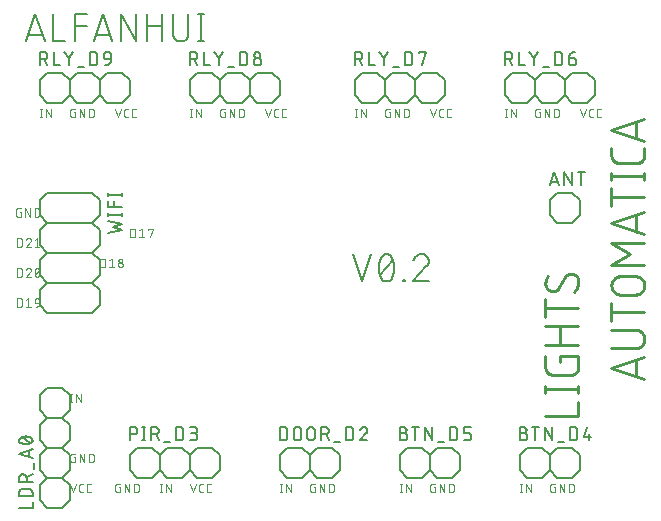
<source format=gto>
G04 EAGLE Gerber X2 export*
%TF.Part,Single*%
%TF.FileFunction,Legend,Top,1*%
%TF.FilePolarity,Positive*%
%TF.GenerationSoftware,Autodesk,EAGLE,9.1.3*%
%TF.CreationDate,2019-02-17T14:50:35Z*%
G75*
%MOMM*%
%FSLAX34Y34*%
%LPD*%
%AMOC8*
5,1,8,0,0,1.08239X$1,22.5*%
G01*
%ADD10C,0.203200*%
%ADD11C,0.076200*%
%ADD12C,0.254000*%
%ADD13C,0.152400*%
%ADD14C,0.127000*%


D10*
X64516Y432816D02*
X72305Y456184D01*
X80095Y432816D01*
X78147Y438658D02*
X66463Y438658D01*
X87413Y432816D02*
X87413Y456184D01*
X87413Y432816D02*
X97799Y432816D01*
X105508Y432816D02*
X105508Y456184D01*
X115894Y456184D01*
X115894Y445798D02*
X105508Y445798D01*
X121585Y432816D02*
X129374Y456184D01*
X137163Y432816D01*
X135216Y438658D02*
X123532Y438658D01*
X144458Y432816D02*
X144458Y456184D01*
X157440Y432816D01*
X157440Y456184D01*
X166728Y456184D02*
X166728Y432816D01*
X166728Y445798D02*
X179710Y445798D01*
X179710Y456184D02*
X179710Y432816D01*
X188999Y439307D02*
X188999Y456184D01*
X188999Y439307D02*
X189001Y439148D01*
X189007Y438989D01*
X189017Y438829D01*
X189030Y438671D01*
X189048Y438512D01*
X189069Y438355D01*
X189095Y438197D01*
X189124Y438041D01*
X189157Y437885D01*
X189194Y437730D01*
X189234Y437576D01*
X189279Y437423D01*
X189327Y437271D01*
X189378Y437120D01*
X189434Y436971D01*
X189493Y436823D01*
X189556Y436677D01*
X189622Y436532D01*
X189692Y436389D01*
X189765Y436247D01*
X189842Y436108D01*
X189922Y435970D01*
X190006Y435834D01*
X190093Y435701D01*
X190183Y435569D01*
X190276Y435440D01*
X190373Y435314D01*
X190472Y435189D01*
X190575Y435067D01*
X190680Y434948D01*
X190789Y434831D01*
X190900Y434717D01*
X191014Y434606D01*
X191131Y434497D01*
X191250Y434392D01*
X191372Y434289D01*
X191497Y434190D01*
X191623Y434093D01*
X191752Y434000D01*
X191884Y433910D01*
X192017Y433823D01*
X192153Y433739D01*
X192291Y433659D01*
X192430Y433582D01*
X192572Y433509D01*
X192715Y433439D01*
X192860Y433373D01*
X193006Y433310D01*
X193154Y433251D01*
X193303Y433195D01*
X193454Y433144D01*
X193606Y433096D01*
X193759Y433051D01*
X193913Y433011D01*
X194068Y432974D01*
X194224Y432941D01*
X194380Y432912D01*
X194538Y432886D01*
X194695Y432865D01*
X194854Y432847D01*
X195012Y432834D01*
X195172Y432824D01*
X195331Y432818D01*
X195490Y432816D01*
X195649Y432818D01*
X195808Y432824D01*
X195968Y432834D01*
X196126Y432847D01*
X196285Y432865D01*
X196442Y432886D01*
X196600Y432912D01*
X196756Y432941D01*
X196912Y432974D01*
X197067Y433011D01*
X197221Y433051D01*
X197374Y433096D01*
X197526Y433144D01*
X197677Y433195D01*
X197826Y433251D01*
X197974Y433310D01*
X198120Y433373D01*
X198265Y433439D01*
X198408Y433509D01*
X198550Y433582D01*
X198689Y433659D01*
X198827Y433739D01*
X198963Y433823D01*
X199096Y433910D01*
X199228Y434000D01*
X199357Y434093D01*
X199483Y434190D01*
X199608Y434289D01*
X199730Y434392D01*
X199849Y434497D01*
X199966Y434606D01*
X200080Y434717D01*
X200191Y434831D01*
X200300Y434948D01*
X200405Y435067D01*
X200508Y435189D01*
X200607Y435314D01*
X200704Y435440D01*
X200797Y435569D01*
X200887Y435701D01*
X200974Y435834D01*
X201058Y435970D01*
X201138Y436108D01*
X201215Y436247D01*
X201288Y436389D01*
X201358Y436532D01*
X201424Y436677D01*
X201487Y436823D01*
X201546Y436971D01*
X201602Y437120D01*
X201653Y437271D01*
X201701Y437423D01*
X201746Y437576D01*
X201786Y437730D01*
X201823Y437885D01*
X201856Y438041D01*
X201885Y438197D01*
X201911Y438355D01*
X201932Y438512D01*
X201950Y438671D01*
X201963Y438829D01*
X201973Y438989D01*
X201979Y439148D01*
X201981Y439307D01*
X201981Y456184D01*
X212889Y456184D02*
X212889Y432816D01*
X210293Y432816D02*
X215485Y432816D01*
X215485Y456184D02*
X210293Y456184D01*
D11*
X56853Y215519D02*
X56853Y208153D01*
X56853Y215519D02*
X58899Y215519D01*
X58988Y215517D01*
X59077Y215511D01*
X59166Y215501D01*
X59254Y215488D01*
X59342Y215471D01*
X59429Y215449D01*
X59514Y215424D01*
X59599Y215396D01*
X59682Y215363D01*
X59764Y215327D01*
X59844Y215288D01*
X59922Y215245D01*
X59998Y215199D01*
X60073Y215149D01*
X60145Y215096D01*
X60214Y215040D01*
X60281Y214981D01*
X60346Y214920D01*
X60407Y214855D01*
X60466Y214788D01*
X60522Y214719D01*
X60575Y214647D01*
X60625Y214572D01*
X60671Y214496D01*
X60714Y214418D01*
X60753Y214338D01*
X60789Y214256D01*
X60822Y214173D01*
X60850Y214088D01*
X60875Y214003D01*
X60897Y213916D01*
X60914Y213828D01*
X60927Y213740D01*
X60937Y213651D01*
X60943Y213562D01*
X60945Y213473D01*
X60945Y210199D01*
X60943Y210110D01*
X60937Y210021D01*
X60927Y209932D01*
X60914Y209844D01*
X60897Y209756D01*
X60875Y209669D01*
X60850Y209584D01*
X60822Y209499D01*
X60789Y209416D01*
X60753Y209334D01*
X60714Y209254D01*
X60671Y209176D01*
X60625Y209100D01*
X60575Y209025D01*
X60522Y208953D01*
X60466Y208884D01*
X60407Y208817D01*
X60346Y208752D01*
X60281Y208691D01*
X60214Y208632D01*
X60145Y208576D01*
X60073Y208523D01*
X59998Y208473D01*
X59922Y208427D01*
X59844Y208384D01*
X59764Y208345D01*
X59682Y208309D01*
X59599Y208276D01*
X59514Y208248D01*
X59429Y208223D01*
X59342Y208201D01*
X59254Y208184D01*
X59166Y208171D01*
X59077Y208161D01*
X58988Y208155D01*
X58899Y208153D01*
X56853Y208153D01*
X64412Y213882D02*
X66458Y215519D01*
X66458Y208153D01*
X64412Y208153D02*
X68504Y208153D01*
X73364Y211427D02*
X75819Y211427D01*
X73364Y211427D02*
X73286Y211429D01*
X73208Y211434D01*
X73131Y211444D01*
X73054Y211457D01*
X72978Y211473D01*
X72903Y211493D01*
X72829Y211517D01*
X72756Y211544D01*
X72684Y211575D01*
X72614Y211609D01*
X72545Y211646D01*
X72479Y211687D01*
X72414Y211731D01*
X72352Y211777D01*
X72292Y211827D01*
X72234Y211879D01*
X72179Y211934D01*
X72127Y211992D01*
X72077Y212052D01*
X72031Y212114D01*
X71987Y212179D01*
X71946Y212246D01*
X71909Y212314D01*
X71875Y212384D01*
X71844Y212456D01*
X71817Y212529D01*
X71793Y212603D01*
X71773Y212678D01*
X71757Y212754D01*
X71744Y212831D01*
X71734Y212908D01*
X71729Y212986D01*
X71727Y213064D01*
X71727Y213473D01*
X71729Y213562D01*
X71735Y213651D01*
X71745Y213740D01*
X71758Y213828D01*
X71775Y213916D01*
X71797Y214003D01*
X71822Y214088D01*
X71850Y214173D01*
X71883Y214256D01*
X71919Y214338D01*
X71958Y214418D01*
X72001Y214496D01*
X72047Y214572D01*
X72097Y214647D01*
X72150Y214719D01*
X72206Y214788D01*
X72265Y214855D01*
X72326Y214920D01*
X72391Y214981D01*
X72458Y215040D01*
X72527Y215096D01*
X72599Y215149D01*
X72674Y215199D01*
X72750Y215245D01*
X72828Y215288D01*
X72908Y215327D01*
X72990Y215363D01*
X73073Y215396D01*
X73158Y215424D01*
X73243Y215449D01*
X73330Y215471D01*
X73418Y215488D01*
X73506Y215501D01*
X73595Y215511D01*
X73684Y215517D01*
X73773Y215519D01*
X73862Y215517D01*
X73951Y215511D01*
X74040Y215501D01*
X74128Y215488D01*
X74216Y215471D01*
X74303Y215449D01*
X74388Y215424D01*
X74473Y215396D01*
X74556Y215363D01*
X74638Y215327D01*
X74718Y215288D01*
X74796Y215245D01*
X74872Y215199D01*
X74947Y215149D01*
X75019Y215096D01*
X75088Y215040D01*
X75155Y214981D01*
X75220Y214920D01*
X75281Y214855D01*
X75340Y214788D01*
X75396Y214719D01*
X75449Y214647D01*
X75499Y214572D01*
X75545Y214496D01*
X75588Y214418D01*
X75627Y214338D01*
X75663Y214256D01*
X75696Y214173D01*
X75724Y214088D01*
X75749Y214003D01*
X75771Y213916D01*
X75788Y213828D01*
X75801Y213740D01*
X75811Y213651D01*
X75817Y213562D01*
X75819Y213473D01*
X75819Y211427D01*
X75817Y211315D01*
X75811Y211204D01*
X75802Y211092D01*
X75789Y210981D01*
X75771Y210871D01*
X75751Y210761D01*
X75726Y210652D01*
X75698Y210544D01*
X75666Y210437D01*
X75630Y210331D01*
X75591Y210226D01*
X75548Y210123D01*
X75502Y210021D01*
X75452Y209921D01*
X75399Y209822D01*
X75342Y209726D01*
X75283Y209631D01*
X75220Y209539D01*
X75154Y209449D01*
X75085Y209361D01*
X75013Y209275D01*
X74938Y209192D01*
X74860Y209112D01*
X74780Y209034D01*
X74697Y208959D01*
X74611Y208887D01*
X74523Y208818D01*
X74433Y208752D01*
X74341Y208689D01*
X74246Y208630D01*
X74150Y208573D01*
X74051Y208520D01*
X73951Y208470D01*
X73849Y208424D01*
X73746Y208381D01*
X73641Y208342D01*
X73535Y208306D01*
X73428Y208274D01*
X73320Y208246D01*
X73211Y208221D01*
X73101Y208201D01*
X72991Y208183D01*
X72880Y208170D01*
X72768Y208161D01*
X72657Y208155D01*
X72545Y208153D01*
X56853Y233553D02*
X56853Y240919D01*
X58899Y240919D01*
X58988Y240917D01*
X59077Y240911D01*
X59166Y240901D01*
X59254Y240888D01*
X59342Y240871D01*
X59429Y240849D01*
X59514Y240824D01*
X59599Y240796D01*
X59682Y240763D01*
X59764Y240727D01*
X59844Y240688D01*
X59922Y240645D01*
X59998Y240599D01*
X60073Y240549D01*
X60145Y240496D01*
X60214Y240440D01*
X60281Y240381D01*
X60346Y240320D01*
X60407Y240255D01*
X60466Y240188D01*
X60522Y240119D01*
X60575Y240047D01*
X60625Y239972D01*
X60671Y239896D01*
X60714Y239818D01*
X60753Y239738D01*
X60789Y239656D01*
X60822Y239573D01*
X60850Y239488D01*
X60875Y239403D01*
X60897Y239316D01*
X60914Y239228D01*
X60927Y239140D01*
X60937Y239051D01*
X60943Y238962D01*
X60945Y238873D01*
X60945Y235599D01*
X60943Y235510D01*
X60937Y235421D01*
X60927Y235332D01*
X60914Y235244D01*
X60897Y235156D01*
X60875Y235069D01*
X60850Y234984D01*
X60822Y234899D01*
X60789Y234816D01*
X60753Y234734D01*
X60714Y234654D01*
X60671Y234576D01*
X60625Y234500D01*
X60575Y234425D01*
X60522Y234353D01*
X60466Y234284D01*
X60407Y234217D01*
X60346Y234152D01*
X60281Y234091D01*
X60214Y234032D01*
X60145Y233976D01*
X60073Y233923D01*
X59998Y233873D01*
X59922Y233827D01*
X59844Y233784D01*
X59764Y233745D01*
X59682Y233709D01*
X59599Y233676D01*
X59514Y233648D01*
X59429Y233623D01*
X59342Y233601D01*
X59254Y233584D01*
X59166Y233571D01*
X59077Y233561D01*
X58988Y233555D01*
X58899Y233553D01*
X56853Y233553D01*
X66662Y240920D02*
X66747Y240918D01*
X66832Y240912D01*
X66916Y240902D01*
X67000Y240889D01*
X67084Y240871D01*
X67166Y240850D01*
X67247Y240825D01*
X67327Y240796D01*
X67406Y240763D01*
X67483Y240727D01*
X67558Y240687D01*
X67632Y240644D01*
X67703Y240598D01*
X67772Y240548D01*
X67839Y240495D01*
X67903Y240439D01*
X67964Y240380D01*
X68023Y240319D01*
X68079Y240255D01*
X68132Y240188D01*
X68182Y240119D01*
X68228Y240048D01*
X68271Y239974D01*
X68311Y239899D01*
X68347Y239822D01*
X68380Y239743D01*
X68409Y239663D01*
X68434Y239582D01*
X68455Y239500D01*
X68473Y239416D01*
X68486Y239332D01*
X68496Y239248D01*
X68502Y239163D01*
X68504Y239078D01*
X66662Y240919D02*
X66566Y240917D01*
X66470Y240911D01*
X66375Y240901D01*
X66280Y240888D01*
X66185Y240870D01*
X66092Y240849D01*
X65999Y240824D01*
X65908Y240795D01*
X65817Y240763D01*
X65728Y240727D01*
X65641Y240687D01*
X65555Y240644D01*
X65471Y240598D01*
X65389Y240548D01*
X65309Y240494D01*
X65232Y240438D01*
X65157Y240378D01*
X65084Y240316D01*
X65014Y240250D01*
X64946Y240182D01*
X64881Y240111D01*
X64820Y240038D01*
X64761Y239962D01*
X64705Y239883D01*
X64653Y239803D01*
X64604Y239720D01*
X64558Y239636D01*
X64516Y239550D01*
X64478Y239462D01*
X64443Y239373D01*
X64411Y239282D01*
X67890Y237646D02*
X67950Y237705D01*
X68007Y237767D01*
X68062Y237831D01*
X68113Y237898D01*
X68162Y237967D01*
X68208Y238037D01*
X68251Y238110D01*
X68291Y238184D01*
X68327Y238260D01*
X68360Y238338D01*
X68390Y238417D01*
X68417Y238497D01*
X68440Y238578D01*
X68459Y238660D01*
X68475Y238742D01*
X68488Y238826D01*
X68497Y238910D01*
X68502Y238994D01*
X68504Y239078D01*
X67890Y237645D02*
X64412Y233553D01*
X68504Y233553D01*
X71727Y237236D02*
X71729Y237389D01*
X71735Y237542D01*
X71744Y237694D01*
X71758Y237847D01*
X71775Y237999D01*
X71796Y238150D01*
X71821Y238301D01*
X71850Y238451D01*
X71882Y238601D01*
X71919Y238749D01*
X71959Y238897D01*
X72002Y239044D01*
X72050Y239189D01*
X72101Y239333D01*
X72155Y239476D01*
X72214Y239618D01*
X72275Y239757D01*
X72341Y239896D01*
X72367Y239966D01*
X72397Y240036D01*
X72430Y240103D01*
X72466Y240169D01*
X72505Y240233D01*
X72548Y240295D01*
X72594Y240354D01*
X72642Y240412D01*
X72693Y240466D01*
X72747Y240519D01*
X72804Y240568D01*
X72863Y240615D01*
X72924Y240658D01*
X72987Y240699D01*
X73052Y240736D01*
X73119Y240771D01*
X73188Y240801D01*
X73258Y240829D01*
X73329Y240852D01*
X73401Y240873D01*
X73474Y240889D01*
X73548Y240902D01*
X73623Y240912D01*
X73698Y240917D01*
X73773Y240919D01*
X73848Y240917D01*
X73923Y240912D01*
X73998Y240902D01*
X74072Y240889D01*
X74145Y240873D01*
X74217Y240852D01*
X74288Y240829D01*
X74358Y240801D01*
X74427Y240771D01*
X74494Y240736D01*
X74559Y240699D01*
X74622Y240658D01*
X74683Y240615D01*
X74742Y240568D01*
X74799Y240519D01*
X74853Y240466D01*
X74904Y240412D01*
X74953Y240354D01*
X74998Y240295D01*
X75041Y240233D01*
X75080Y240169D01*
X75117Y240103D01*
X75149Y240035D01*
X75179Y239966D01*
X75205Y239896D01*
X75270Y239758D01*
X75332Y239618D01*
X75390Y239476D01*
X75445Y239333D01*
X75496Y239189D01*
X75544Y239044D01*
X75587Y238897D01*
X75627Y238750D01*
X75664Y238601D01*
X75696Y238451D01*
X75725Y238301D01*
X75750Y238150D01*
X75771Y237999D01*
X75788Y237847D01*
X75802Y237694D01*
X75811Y237542D01*
X75817Y237389D01*
X75819Y237236D01*
X71726Y237236D02*
X71728Y237083D01*
X71734Y236930D01*
X71743Y236777D01*
X71757Y236625D01*
X71774Y236473D01*
X71795Y236322D01*
X71820Y236171D01*
X71849Y236020D01*
X71881Y235871D01*
X71918Y235722D01*
X71958Y235575D01*
X72001Y235428D01*
X72049Y235283D01*
X72100Y235138D01*
X72155Y234996D01*
X72213Y234854D01*
X72275Y234714D01*
X72340Y234576D01*
X72341Y234576D02*
X72367Y234505D01*
X72397Y234436D01*
X72430Y234369D01*
X72466Y234303D01*
X72505Y234239D01*
X72548Y234177D01*
X72594Y234118D01*
X72642Y234060D01*
X72693Y234006D01*
X72747Y233953D01*
X72804Y233904D01*
X72863Y233857D01*
X72924Y233814D01*
X72987Y233773D01*
X73052Y233736D01*
X73119Y233701D01*
X73188Y233671D01*
X73258Y233643D01*
X73329Y233620D01*
X73401Y233599D01*
X73474Y233583D01*
X73548Y233570D01*
X73623Y233560D01*
X73698Y233555D01*
X73773Y233553D01*
X75205Y234576D02*
X75270Y234714D01*
X75332Y234854D01*
X75390Y234996D01*
X75445Y235139D01*
X75496Y235283D01*
X75544Y235428D01*
X75587Y235575D01*
X75627Y235723D01*
X75664Y235871D01*
X75696Y236021D01*
X75725Y236171D01*
X75750Y236322D01*
X75771Y236473D01*
X75788Y236625D01*
X75802Y236778D01*
X75811Y236930D01*
X75817Y237083D01*
X75819Y237236D01*
X75205Y234576D02*
X75179Y234506D01*
X75149Y234436D01*
X75117Y234369D01*
X75080Y234303D01*
X75041Y234239D01*
X74998Y234177D01*
X74952Y234118D01*
X74904Y234060D01*
X74853Y234006D01*
X74799Y233953D01*
X74742Y233904D01*
X74683Y233857D01*
X74622Y233814D01*
X74559Y233773D01*
X74494Y233736D01*
X74427Y233701D01*
X74358Y233671D01*
X74288Y233643D01*
X74217Y233620D01*
X74145Y233599D01*
X74072Y233583D01*
X73998Y233570D01*
X73923Y233560D01*
X73848Y233555D01*
X73773Y233553D01*
X72136Y235190D02*
X75410Y239282D01*
X56853Y258953D02*
X56853Y266319D01*
X58899Y266319D01*
X58988Y266317D01*
X59077Y266311D01*
X59166Y266301D01*
X59254Y266288D01*
X59342Y266271D01*
X59429Y266249D01*
X59514Y266224D01*
X59599Y266196D01*
X59682Y266163D01*
X59764Y266127D01*
X59844Y266088D01*
X59922Y266045D01*
X59998Y265999D01*
X60073Y265949D01*
X60145Y265896D01*
X60214Y265840D01*
X60281Y265781D01*
X60346Y265720D01*
X60407Y265655D01*
X60466Y265588D01*
X60522Y265519D01*
X60575Y265447D01*
X60625Y265372D01*
X60671Y265296D01*
X60714Y265218D01*
X60753Y265138D01*
X60789Y265056D01*
X60822Y264973D01*
X60850Y264888D01*
X60875Y264803D01*
X60897Y264716D01*
X60914Y264628D01*
X60927Y264540D01*
X60937Y264451D01*
X60943Y264362D01*
X60945Y264273D01*
X60945Y260999D01*
X60943Y260910D01*
X60937Y260821D01*
X60927Y260732D01*
X60914Y260644D01*
X60897Y260556D01*
X60875Y260469D01*
X60850Y260384D01*
X60822Y260299D01*
X60789Y260216D01*
X60753Y260134D01*
X60714Y260054D01*
X60671Y259976D01*
X60625Y259900D01*
X60575Y259825D01*
X60522Y259753D01*
X60466Y259684D01*
X60407Y259617D01*
X60346Y259552D01*
X60281Y259491D01*
X60214Y259432D01*
X60145Y259376D01*
X60073Y259323D01*
X59998Y259273D01*
X59922Y259227D01*
X59844Y259184D01*
X59764Y259145D01*
X59682Y259109D01*
X59599Y259076D01*
X59514Y259048D01*
X59429Y259023D01*
X59342Y259001D01*
X59254Y258984D01*
X59166Y258971D01*
X59077Y258961D01*
X58988Y258955D01*
X58899Y258953D01*
X56853Y258953D01*
X66662Y266320D02*
X66747Y266318D01*
X66832Y266312D01*
X66916Y266302D01*
X67000Y266289D01*
X67084Y266271D01*
X67166Y266250D01*
X67247Y266225D01*
X67327Y266196D01*
X67406Y266163D01*
X67483Y266127D01*
X67558Y266087D01*
X67632Y266044D01*
X67703Y265998D01*
X67772Y265948D01*
X67839Y265895D01*
X67903Y265839D01*
X67964Y265780D01*
X68023Y265719D01*
X68079Y265655D01*
X68132Y265588D01*
X68182Y265519D01*
X68228Y265448D01*
X68271Y265374D01*
X68311Y265299D01*
X68347Y265222D01*
X68380Y265143D01*
X68409Y265063D01*
X68434Y264982D01*
X68455Y264900D01*
X68473Y264816D01*
X68486Y264732D01*
X68496Y264648D01*
X68502Y264563D01*
X68504Y264478D01*
X66662Y266319D02*
X66566Y266317D01*
X66470Y266311D01*
X66375Y266301D01*
X66280Y266288D01*
X66185Y266270D01*
X66092Y266249D01*
X65999Y266224D01*
X65908Y266195D01*
X65817Y266163D01*
X65728Y266127D01*
X65641Y266087D01*
X65555Y266044D01*
X65471Y265998D01*
X65389Y265948D01*
X65309Y265894D01*
X65232Y265838D01*
X65157Y265778D01*
X65084Y265716D01*
X65014Y265650D01*
X64946Y265582D01*
X64881Y265511D01*
X64820Y265438D01*
X64761Y265362D01*
X64705Y265283D01*
X64653Y265203D01*
X64604Y265120D01*
X64558Y265036D01*
X64516Y264950D01*
X64478Y264862D01*
X64443Y264773D01*
X64411Y264682D01*
X67890Y263046D02*
X67950Y263105D01*
X68007Y263167D01*
X68062Y263231D01*
X68113Y263298D01*
X68162Y263367D01*
X68208Y263437D01*
X68251Y263510D01*
X68291Y263584D01*
X68327Y263660D01*
X68360Y263738D01*
X68390Y263817D01*
X68417Y263897D01*
X68440Y263978D01*
X68459Y264060D01*
X68475Y264142D01*
X68488Y264226D01*
X68497Y264310D01*
X68502Y264394D01*
X68504Y264478D01*
X67890Y263045D02*
X64412Y258953D01*
X68504Y258953D01*
X71727Y264682D02*
X73773Y266319D01*
X73773Y258953D01*
X71727Y258953D02*
X75819Y258953D01*
X60213Y288445D02*
X58986Y288445D01*
X60213Y288445D02*
X60213Y284353D01*
X57758Y284353D01*
X57680Y284355D01*
X57602Y284360D01*
X57525Y284370D01*
X57448Y284383D01*
X57372Y284399D01*
X57297Y284419D01*
X57223Y284443D01*
X57150Y284470D01*
X57078Y284501D01*
X57008Y284535D01*
X56940Y284572D01*
X56873Y284613D01*
X56808Y284657D01*
X56746Y284703D01*
X56686Y284753D01*
X56628Y284805D01*
X56573Y284860D01*
X56521Y284918D01*
X56471Y284978D01*
X56425Y285040D01*
X56381Y285105D01*
X56340Y285172D01*
X56303Y285240D01*
X56269Y285310D01*
X56238Y285382D01*
X56211Y285455D01*
X56187Y285529D01*
X56167Y285604D01*
X56151Y285680D01*
X56138Y285757D01*
X56128Y285834D01*
X56123Y285912D01*
X56121Y285990D01*
X56121Y290082D01*
X56123Y290162D01*
X56129Y290242D01*
X56139Y290322D01*
X56152Y290401D01*
X56170Y290480D01*
X56191Y290557D01*
X56217Y290633D01*
X56246Y290708D01*
X56278Y290782D01*
X56314Y290854D01*
X56354Y290924D01*
X56397Y290991D01*
X56443Y291057D01*
X56493Y291120D01*
X56545Y291181D01*
X56600Y291240D01*
X56659Y291295D01*
X56719Y291347D01*
X56783Y291397D01*
X56849Y291443D01*
X56916Y291486D01*
X56986Y291526D01*
X57058Y291562D01*
X57132Y291594D01*
X57206Y291623D01*
X57283Y291649D01*
X57360Y291670D01*
X57439Y291688D01*
X57518Y291701D01*
X57598Y291711D01*
X57678Y291717D01*
X57758Y291719D01*
X60213Y291719D01*
X63924Y291719D02*
X63924Y284353D01*
X68016Y284353D02*
X63924Y291719D01*
X68016Y291719D02*
X68016Y284353D01*
X71727Y284353D02*
X71727Y291719D01*
X73773Y291719D01*
X73862Y291717D01*
X73951Y291711D01*
X74040Y291701D01*
X74128Y291688D01*
X74216Y291671D01*
X74303Y291649D01*
X74388Y291624D01*
X74473Y291596D01*
X74556Y291563D01*
X74638Y291527D01*
X74718Y291488D01*
X74796Y291445D01*
X74872Y291399D01*
X74947Y291349D01*
X75019Y291296D01*
X75088Y291240D01*
X75155Y291181D01*
X75220Y291120D01*
X75281Y291055D01*
X75340Y290988D01*
X75396Y290919D01*
X75449Y290847D01*
X75499Y290772D01*
X75545Y290696D01*
X75588Y290618D01*
X75627Y290538D01*
X75663Y290456D01*
X75696Y290373D01*
X75724Y290288D01*
X75749Y290203D01*
X75771Y290116D01*
X75788Y290028D01*
X75801Y289940D01*
X75811Y289851D01*
X75817Y289762D01*
X75819Y289673D01*
X75819Y286399D01*
X75817Y286310D01*
X75811Y286221D01*
X75801Y286132D01*
X75788Y286044D01*
X75771Y285956D01*
X75749Y285869D01*
X75724Y285784D01*
X75696Y285699D01*
X75663Y285616D01*
X75627Y285534D01*
X75588Y285454D01*
X75545Y285376D01*
X75499Y285300D01*
X75449Y285225D01*
X75396Y285153D01*
X75340Y285084D01*
X75281Y285017D01*
X75220Y284952D01*
X75155Y284891D01*
X75088Y284832D01*
X75019Y284776D01*
X74947Y284723D01*
X74872Y284673D01*
X74796Y284627D01*
X74718Y284584D01*
X74638Y284545D01*
X74556Y284509D01*
X74473Y284476D01*
X74388Y284448D01*
X74303Y284423D01*
X74216Y284401D01*
X74128Y284384D01*
X74040Y284371D01*
X73951Y284361D01*
X73862Y284355D01*
X73773Y284353D01*
X71727Y284353D01*
X152781Y274447D02*
X152781Y267081D01*
X152781Y274447D02*
X154827Y274447D01*
X154916Y274445D01*
X155005Y274439D01*
X155094Y274429D01*
X155182Y274416D01*
X155270Y274399D01*
X155357Y274377D01*
X155442Y274352D01*
X155527Y274324D01*
X155610Y274291D01*
X155692Y274255D01*
X155772Y274216D01*
X155850Y274173D01*
X155926Y274127D01*
X156001Y274077D01*
X156073Y274024D01*
X156142Y273968D01*
X156209Y273909D01*
X156274Y273848D01*
X156335Y273783D01*
X156394Y273716D01*
X156450Y273647D01*
X156503Y273575D01*
X156553Y273500D01*
X156599Y273424D01*
X156642Y273346D01*
X156681Y273266D01*
X156717Y273184D01*
X156750Y273101D01*
X156778Y273016D01*
X156803Y272931D01*
X156825Y272844D01*
X156842Y272756D01*
X156855Y272668D01*
X156865Y272579D01*
X156871Y272490D01*
X156873Y272401D01*
X156873Y269127D01*
X156871Y269038D01*
X156865Y268949D01*
X156855Y268860D01*
X156842Y268772D01*
X156825Y268684D01*
X156803Y268597D01*
X156778Y268512D01*
X156750Y268427D01*
X156717Y268344D01*
X156681Y268262D01*
X156642Y268182D01*
X156599Y268104D01*
X156553Y268028D01*
X156503Y267953D01*
X156450Y267881D01*
X156394Y267812D01*
X156335Y267745D01*
X156274Y267680D01*
X156209Y267619D01*
X156142Y267560D01*
X156073Y267504D01*
X156001Y267451D01*
X155926Y267401D01*
X155850Y267355D01*
X155772Y267312D01*
X155692Y267273D01*
X155610Y267237D01*
X155527Y267204D01*
X155442Y267176D01*
X155357Y267151D01*
X155270Y267129D01*
X155182Y267112D01*
X155094Y267099D01*
X155005Y267089D01*
X154916Y267083D01*
X154827Y267081D01*
X152781Y267081D01*
X160340Y272810D02*
X162386Y274447D01*
X162386Y267081D01*
X160340Y267081D02*
X164432Y267081D01*
X167655Y273629D02*
X167655Y274447D01*
X171747Y274447D01*
X169701Y267081D01*
X127381Y249047D02*
X127381Y241681D01*
X127381Y249047D02*
X129427Y249047D01*
X129516Y249045D01*
X129605Y249039D01*
X129694Y249029D01*
X129782Y249016D01*
X129870Y248999D01*
X129957Y248977D01*
X130042Y248952D01*
X130127Y248924D01*
X130210Y248891D01*
X130292Y248855D01*
X130372Y248816D01*
X130450Y248773D01*
X130526Y248727D01*
X130601Y248677D01*
X130673Y248624D01*
X130742Y248568D01*
X130809Y248509D01*
X130874Y248448D01*
X130935Y248383D01*
X130994Y248316D01*
X131050Y248247D01*
X131103Y248175D01*
X131153Y248100D01*
X131199Y248024D01*
X131242Y247946D01*
X131281Y247866D01*
X131317Y247784D01*
X131350Y247701D01*
X131378Y247616D01*
X131403Y247531D01*
X131425Y247444D01*
X131442Y247356D01*
X131455Y247268D01*
X131465Y247179D01*
X131471Y247090D01*
X131473Y247001D01*
X131473Y243727D01*
X131471Y243638D01*
X131465Y243549D01*
X131455Y243460D01*
X131442Y243372D01*
X131425Y243284D01*
X131403Y243197D01*
X131378Y243112D01*
X131350Y243027D01*
X131317Y242944D01*
X131281Y242862D01*
X131242Y242782D01*
X131199Y242704D01*
X131153Y242628D01*
X131103Y242553D01*
X131050Y242481D01*
X130994Y242412D01*
X130935Y242345D01*
X130874Y242280D01*
X130809Y242219D01*
X130742Y242160D01*
X130673Y242104D01*
X130601Y242051D01*
X130526Y242001D01*
X130450Y241955D01*
X130372Y241912D01*
X130292Y241873D01*
X130210Y241837D01*
X130127Y241804D01*
X130042Y241776D01*
X129957Y241751D01*
X129870Y241729D01*
X129782Y241712D01*
X129694Y241699D01*
X129605Y241689D01*
X129516Y241683D01*
X129427Y241681D01*
X127381Y241681D01*
X134940Y247410D02*
X136986Y249047D01*
X136986Y241681D01*
X134940Y241681D02*
X139032Y241681D01*
X142255Y243727D02*
X142257Y243816D01*
X142263Y243905D01*
X142273Y243994D01*
X142286Y244082D01*
X142303Y244170D01*
X142325Y244257D01*
X142350Y244342D01*
X142378Y244427D01*
X142411Y244510D01*
X142447Y244592D01*
X142486Y244672D01*
X142529Y244750D01*
X142575Y244826D01*
X142625Y244901D01*
X142678Y244973D01*
X142734Y245042D01*
X142793Y245109D01*
X142854Y245174D01*
X142919Y245235D01*
X142986Y245294D01*
X143055Y245350D01*
X143127Y245403D01*
X143202Y245453D01*
X143278Y245499D01*
X143356Y245542D01*
X143436Y245581D01*
X143518Y245617D01*
X143601Y245650D01*
X143686Y245678D01*
X143771Y245703D01*
X143858Y245725D01*
X143946Y245742D01*
X144034Y245755D01*
X144123Y245765D01*
X144212Y245771D01*
X144301Y245773D01*
X144390Y245771D01*
X144479Y245765D01*
X144568Y245755D01*
X144656Y245742D01*
X144744Y245725D01*
X144831Y245703D01*
X144916Y245678D01*
X145001Y245650D01*
X145084Y245617D01*
X145166Y245581D01*
X145246Y245542D01*
X145324Y245499D01*
X145400Y245453D01*
X145475Y245403D01*
X145547Y245350D01*
X145616Y245294D01*
X145683Y245235D01*
X145748Y245174D01*
X145809Y245109D01*
X145868Y245042D01*
X145924Y244973D01*
X145977Y244901D01*
X146027Y244826D01*
X146073Y244750D01*
X146116Y244672D01*
X146155Y244592D01*
X146191Y244510D01*
X146224Y244427D01*
X146252Y244342D01*
X146277Y244257D01*
X146299Y244170D01*
X146316Y244082D01*
X146329Y243994D01*
X146339Y243905D01*
X146345Y243816D01*
X146347Y243727D01*
X146345Y243638D01*
X146339Y243549D01*
X146329Y243460D01*
X146316Y243372D01*
X146299Y243284D01*
X146277Y243197D01*
X146252Y243112D01*
X146224Y243027D01*
X146191Y242944D01*
X146155Y242862D01*
X146116Y242782D01*
X146073Y242704D01*
X146027Y242628D01*
X145977Y242553D01*
X145924Y242481D01*
X145868Y242412D01*
X145809Y242345D01*
X145748Y242280D01*
X145683Y242219D01*
X145616Y242160D01*
X145547Y242104D01*
X145475Y242051D01*
X145400Y242001D01*
X145324Y241955D01*
X145246Y241912D01*
X145166Y241873D01*
X145084Y241837D01*
X145001Y241804D01*
X144916Y241776D01*
X144831Y241751D01*
X144744Y241729D01*
X144656Y241712D01*
X144568Y241699D01*
X144479Y241689D01*
X144390Y241683D01*
X144301Y241681D01*
X144212Y241683D01*
X144123Y241689D01*
X144034Y241699D01*
X143946Y241712D01*
X143858Y241729D01*
X143771Y241751D01*
X143686Y241776D01*
X143601Y241804D01*
X143518Y241837D01*
X143436Y241873D01*
X143356Y241912D01*
X143278Y241955D01*
X143202Y242001D01*
X143127Y242051D01*
X143055Y242104D01*
X142986Y242160D01*
X142919Y242219D01*
X142854Y242280D01*
X142793Y242345D01*
X142734Y242412D01*
X142678Y242481D01*
X142625Y242553D01*
X142575Y242628D01*
X142529Y242704D01*
X142486Y242782D01*
X142447Y242862D01*
X142411Y242944D01*
X142378Y243027D01*
X142350Y243112D01*
X142325Y243197D01*
X142303Y243284D01*
X142286Y243372D01*
X142273Y243460D01*
X142263Y243549D01*
X142257Y243638D01*
X142255Y243727D01*
X142664Y247410D02*
X142666Y247489D01*
X142672Y247568D01*
X142681Y247647D01*
X142694Y247725D01*
X142712Y247802D01*
X142732Y247878D01*
X142757Y247953D01*
X142785Y248027D01*
X142816Y248100D01*
X142852Y248171D01*
X142890Y248240D01*
X142932Y248307D01*
X142977Y248372D01*
X143025Y248435D01*
X143076Y248496D01*
X143130Y248553D01*
X143186Y248609D01*
X143245Y248661D01*
X143307Y248711D01*
X143371Y248757D01*
X143437Y248801D01*
X143505Y248841D01*
X143575Y248877D01*
X143647Y248911D01*
X143721Y248941D01*
X143795Y248967D01*
X143871Y248990D01*
X143948Y249008D01*
X144025Y249024D01*
X144104Y249035D01*
X144182Y249043D01*
X144261Y249047D01*
X144341Y249047D01*
X144420Y249043D01*
X144498Y249035D01*
X144577Y249024D01*
X144654Y249008D01*
X144731Y248990D01*
X144807Y248967D01*
X144881Y248941D01*
X144955Y248911D01*
X145027Y248877D01*
X145097Y248841D01*
X145165Y248801D01*
X145231Y248757D01*
X145295Y248711D01*
X145357Y248661D01*
X145416Y248609D01*
X145472Y248553D01*
X145526Y248496D01*
X145577Y248435D01*
X145625Y248372D01*
X145670Y248307D01*
X145712Y248240D01*
X145750Y248171D01*
X145786Y248100D01*
X145817Y248027D01*
X145845Y247953D01*
X145870Y247878D01*
X145890Y247802D01*
X145908Y247725D01*
X145921Y247647D01*
X145930Y247568D01*
X145936Y247489D01*
X145938Y247410D01*
X145936Y247331D01*
X145930Y247252D01*
X145921Y247173D01*
X145908Y247095D01*
X145890Y247018D01*
X145870Y246942D01*
X145845Y246867D01*
X145817Y246793D01*
X145786Y246720D01*
X145750Y246649D01*
X145712Y246580D01*
X145670Y246513D01*
X145625Y246448D01*
X145577Y246385D01*
X145526Y246324D01*
X145472Y246267D01*
X145416Y246211D01*
X145357Y246159D01*
X145295Y246109D01*
X145231Y246063D01*
X145165Y246019D01*
X145097Y245979D01*
X145027Y245943D01*
X144955Y245909D01*
X144881Y245879D01*
X144807Y245853D01*
X144731Y245830D01*
X144654Y245812D01*
X144577Y245796D01*
X144498Y245785D01*
X144420Y245777D01*
X144341Y245773D01*
X144261Y245773D01*
X144182Y245777D01*
X144104Y245785D01*
X144025Y245796D01*
X143948Y245812D01*
X143871Y245830D01*
X143795Y245853D01*
X143721Y245879D01*
X143647Y245909D01*
X143575Y245943D01*
X143505Y245979D01*
X143437Y246019D01*
X143371Y246063D01*
X143307Y246109D01*
X143245Y246159D01*
X143186Y246211D01*
X143130Y246267D01*
X143076Y246324D01*
X143025Y246385D01*
X142977Y246448D01*
X142932Y246513D01*
X142890Y246580D01*
X142852Y246649D01*
X142816Y246720D01*
X142785Y246793D01*
X142757Y246867D01*
X142732Y246942D01*
X142712Y247018D01*
X142694Y247095D01*
X142681Y247173D01*
X142672Y247252D01*
X142666Y247331D01*
X142664Y247410D01*
X203581Y58547D02*
X206036Y51181D01*
X208492Y58547D01*
X212919Y51181D02*
X214556Y51181D01*
X212919Y51181D02*
X212841Y51183D01*
X212763Y51188D01*
X212686Y51198D01*
X212609Y51211D01*
X212533Y51227D01*
X212458Y51247D01*
X212384Y51271D01*
X212311Y51298D01*
X212239Y51329D01*
X212169Y51363D01*
X212101Y51400D01*
X212034Y51441D01*
X211969Y51485D01*
X211907Y51531D01*
X211847Y51581D01*
X211789Y51633D01*
X211734Y51688D01*
X211682Y51746D01*
X211632Y51806D01*
X211586Y51868D01*
X211542Y51933D01*
X211501Y52000D01*
X211464Y52068D01*
X211430Y52138D01*
X211399Y52210D01*
X211372Y52283D01*
X211348Y52357D01*
X211328Y52432D01*
X211312Y52508D01*
X211299Y52585D01*
X211289Y52662D01*
X211284Y52740D01*
X211282Y52818D01*
X211282Y56910D01*
X211284Y56990D01*
X211290Y57070D01*
X211300Y57150D01*
X211313Y57229D01*
X211331Y57308D01*
X211352Y57385D01*
X211378Y57461D01*
X211407Y57536D01*
X211439Y57610D01*
X211475Y57682D01*
X211515Y57752D01*
X211558Y57819D01*
X211604Y57885D01*
X211654Y57948D01*
X211706Y58009D01*
X211761Y58068D01*
X211820Y58123D01*
X211880Y58175D01*
X211944Y58225D01*
X212010Y58271D01*
X212077Y58314D01*
X212147Y58354D01*
X212219Y58390D01*
X212293Y58422D01*
X212367Y58451D01*
X212444Y58477D01*
X212521Y58498D01*
X212600Y58516D01*
X212679Y58529D01*
X212759Y58539D01*
X212839Y58545D01*
X212919Y58547D01*
X214556Y58547D01*
X219015Y51181D02*
X220652Y51181D01*
X219015Y51181D02*
X218937Y51183D01*
X218859Y51188D01*
X218782Y51198D01*
X218705Y51211D01*
X218629Y51227D01*
X218554Y51247D01*
X218480Y51271D01*
X218407Y51298D01*
X218335Y51329D01*
X218265Y51363D01*
X218197Y51400D01*
X218130Y51441D01*
X218065Y51485D01*
X218003Y51531D01*
X217943Y51581D01*
X217885Y51633D01*
X217830Y51688D01*
X217778Y51746D01*
X217728Y51806D01*
X217682Y51868D01*
X217638Y51933D01*
X217597Y52000D01*
X217560Y52068D01*
X217526Y52138D01*
X217495Y52210D01*
X217468Y52283D01*
X217444Y52357D01*
X217424Y52432D01*
X217408Y52508D01*
X217395Y52585D01*
X217385Y52662D01*
X217380Y52740D01*
X217378Y52818D01*
X217378Y56910D01*
X217380Y56990D01*
X217386Y57070D01*
X217396Y57150D01*
X217409Y57229D01*
X217427Y57308D01*
X217448Y57385D01*
X217474Y57461D01*
X217503Y57536D01*
X217535Y57610D01*
X217571Y57682D01*
X217611Y57752D01*
X217654Y57819D01*
X217700Y57885D01*
X217750Y57948D01*
X217802Y58009D01*
X217857Y58068D01*
X217916Y58123D01*
X217976Y58175D01*
X218040Y58225D01*
X218106Y58271D01*
X218173Y58314D01*
X218243Y58354D01*
X218315Y58390D01*
X218389Y58422D01*
X218463Y58451D01*
X218540Y58477D01*
X218617Y58498D01*
X218696Y58516D01*
X218775Y58529D01*
X218855Y58539D01*
X218935Y58545D01*
X219015Y58547D01*
X220652Y58547D01*
X106073Y80673D02*
X104846Y80673D01*
X106073Y80673D02*
X106073Y76581D01*
X103618Y76581D01*
X103540Y76583D01*
X103462Y76588D01*
X103385Y76598D01*
X103308Y76611D01*
X103232Y76627D01*
X103157Y76647D01*
X103083Y76671D01*
X103010Y76698D01*
X102938Y76729D01*
X102868Y76763D01*
X102800Y76800D01*
X102733Y76841D01*
X102668Y76885D01*
X102606Y76931D01*
X102546Y76981D01*
X102488Y77033D01*
X102433Y77088D01*
X102381Y77146D01*
X102331Y77206D01*
X102285Y77268D01*
X102241Y77333D01*
X102200Y77400D01*
X102163Y77468D01*
X102129Y77538D01*
X102098Y77610D01*
X102071Y77683D01*
X102047Y77757D01*
X102027Y77832D01*
X102011Y77908D01*
X101998Y77985D01*
X101988Y78062D01*
X101983Y78140D01*
X101981Y78218D01*
X101981Y82310D01*
X101983Y82390D01*
X101989Y82470D01*
X101999Y82550D01*
X102012Y82629D01*
X102030Y82708D01*
X102051Y82785D01*
X102077Y82861D01*
X102106Y82936D01*
X102138Y83010D01*
X102174Y83082D01*
X102214Y83152D01*
X102257Y83219D01*
X102303Y83285D01*
X102353Y83348D01*
X102405Y83409D01*
X102460Y83468D01*
X102519Y83523D01*
X102579Y83575D01*
X102643Y83625D01*
X102709Y83671D01*
X102776Y83714D01*
X102846Y83754D01*
X102918Y83790D01*
X102992Y83822D01*
X103066Y83851D01*
X103143Y83877D01*
X103220Y83898D01*
X103299Y83916D01*
X103378Y83929D01*
X103458Y83939D01*
X103538Y83945D01*
X103618Y83947D01*
X106073Y83947D01*
X109784Y83947D02*
X109784Y76581D01*
X113876Y76581D02*
X109784Y83947D01*
X113876Y83947D02*
X113876Y76581D01*
X117587Y76581D02*
X117587Y83947D01*
X119633Y83947D01*
X119722Y83945D01*
X119811Y83939D01*
X119900Y83929D01*
X119988Y83916D01*
X120076Y83899D01*
X120163Y83877D01*
X120248Y83852D01*
X120333Y83824D01*
X120416Y83791D01*
X120498Y83755D01*
X120578Y83716D01*
X120656Y83673D01*
X120732Y83627D01*
X120807Y83577D01*
X120879Y83524D01*
X120948Y83468D01*
X121015Y83409D01*
X121080Y83348D01*
X121141Y83283D01*
X121200Y83216D01*
X121256Y83147D01*
X121309Y83075D01*
X121359Y83000D01*
X121405Y82924D01*
X121448Y82846D01*
X121487Y82766D01*
X121523Y82684D01*
X121556Y82601D01*
X121584Y82516D01*
X121609Y82431D01*
X121631Y82344D01*
X121648Y82256D01*
X121661Y82168D01*
X121671Y82079D01*
X121677Y81990D01*
X121679Y81901D01*
X121679Y78627D01*
X121677Y78538D01*
X121671Y78449D01*
X121661Y78360D01*
X121648Y78272D01*
X121631Y78184D01*
X121609Y78097D01*
X121584Y78012D01*
X121556Y77927D01*
X121523Y77844D01*
X121487Y77762D01*
X121448Y77682D01*
X121405Y77604D01*
X121359Y77528D01*
X121309Y77453D01*
X121256Y77381D01*
X121200Y77312D01*
X121141Y77245D01*
X121080Y77180D01*
X121015Y77119D01*
X120948Y77060D01*
X120879Y77004D01*
X120807Y76951D01*
X120732Y76901D01*
X120656Y76855D01*
X120578Y76812D01*
X120498Y76773D01*
X120416Y76737D01*
X120333Y76704D01*
X120248Y76676D01*
X120163Y76651D01*
X120076Y76629D01*
X119988Y76612D01*
X119900Y76599D01*
X119811Y76589D01*
X119722Y76583D01*
X119633Y76581D01*
X117587Y76581D01*
X101981Y58547D02*
X104436Y51181D01*
X106892Y58547D01*
X111319Y51181D02*
X112956Y51181D01*
X111319Y51181D02*
X111241Y51183D01*
X111163Y51188D01*
X111086Y51198D01*
X111009Y51211D01*
X110933Y51227D01*
X110858Y51247D01*
X110784Y51271D01*
X110711Y51298D01*
X110639Y51329D01*
X110569Y51363D01*
X110501Y51400D01*
X110434Y51441D01*
X110369Y51485D01*
X110307Y51531D01*
X110247Y51581D01*
X110189Y51633D01*
X110134Y51688D01*
X110082Y51746D01*
X110032Y51806D01*
X109986Y51868D01*
X109942Y51933D01*
X109901Y52000D01*
X109864Y52068D01*
X109830Y52138D01*
X109799Y52210D01*
X109772Y52283D01*
X109748Y52357D01*
X109728Y52432D01*
X109712Y52508D01*
X109699Y52585D01*
X109689Y52662D01*
X109684Y52740D01*
X109682Y52818D01*
X109682Y56910D01*
X109684Y56990D01*
X109690Y57070D01*
X109700Y57150D01*
X109713Y57229D01*
X109731Y57308D01*
X109752Y57385D01*
X109778Y57461D01*
X109807Y57536D01*
X109839Y57610D01*
X109875Y57682D01*
X109915Y57752D01*
X109958Y57819D01*
X110004Y57885D01*
X110054Y57948D01*
X110106Y58009D01*
X110161Y58068D01*
X110220Y58123D01*
X110280Y58175D01*
X110344Y58225D01*
X110410Y58271D01*
X110477Y58314D01*
X110547Y58354D01*
X110619Y58390D01*
X110693Y58422D01*
X110767Y58451D01*
X110844Y58477D01*
X110921Y58498D01*
X111000Y58516D01*
X111079Y58529D01*
X111159Y58539D01*
X111239Y58545D01*
X111319Y58547D01*
X112956Y58547D01*
X117415Y51181D02*
X119052Y51181D01*
X117415Y51181D02*
X117337Y51183D01*
X117259Y51188D01*
X117182Y51198D01*
X117105Y51211D01*
X117029Y51227D01*
X116954Y51247D01*
X116880Y51271D01*
X116807Y51298D01*
X116735Y51329D01*
X116665Y51363D01*
X116597Y51400D01*
X116530Y51441D01*
X116465Y51485D01*
X116403Y51531D01*
X116343Y51581D01*
X116285Y51633D01*
X116230Y51688D01*
X116178Y51746D01*
X116128Y51806D01*
X116082Y51868D01*
X116038Y51933D01*
X115997Y52000D01*
X115960Y52068D01*
X115926Y52138D01*
X115895Y52210D01*
X115868Y52283D01*
X115844Y52357D01*
X115824Y52432D01*
X115808Y52508D01*
X115795Y52585D01*
X115785Y52662D01*
X115780Y52740D01*
X115778Y52818D01*
X115778Y56910D01*
X115780Y56990D01*
X115786Y57070D01*
X115796Y57150D01*
X115809Y57229D01*
X115827Y57308D01*
X115848Y57385D01*
X115874Y57461D01*
X115903Y57536D01*
X115935Y57610D01*
X115971Y57682D01*
X116011Y57752D01*
X116054Y57819D01*
X116100Y57885D01*
X116150Y57948D01*
X116202Y58009D01*
X116257Y58068D01*
X116316Y58123D01*
X116376Y58175D01*
X116440Y58225D01*
X116506Y58271D01*
X116573Y58314D01*
X116643Y58354D01*
X116715Y58390D01*
X116789Y58422D01*
X116863Y58451D01*
X116940Y58477D01*
X117017Y58498D01*
X117096Y58516D01*
X117175Y58529D01*
X117255Y58539D01*
X117335Y58545D01*
X117415Y58547D01*
X119052Y58547D01*
X142946Y55273D02*
X144173Y55273D01*
X144173Y51181D01*
X141718Y51181D01*
X141640Y51183D01*
X141562Y51188D01*
X141485Y51198D01*
X141408Y51211D01*
X141332Y51227D01*
X141257Y51247D01*
X141183Y51271D01*
X141110Y51298D01*
X141038Y51329D01*
X140968Y51363D01*
X140900Y51400D01*
X140833Y51441D01*
X140768Y51485D01*
X140706Y51531D01*
X140646Y51581D01*
X140588Y51633D01*
X140533Y51688D01*
X140481Y51746D01*
X140431Y51806D01*
X140385Y51868D01*
X140341Y51933D01*
X140300Y52000D01*
X140263Y52068D01*
X140229Y52138D01*
X140198Y52210D01*
X140171Y52283D01*
X140147Y52357D01*
X140127Y52432D01*
X140111Y52508D01*
X140098Y52585D01*
X140088Y52662D01*
X140083Y52740D01*
X140081Y52818D01*
X140081Y56910D01*
X140083Y56990D01*
X140089Y57070D01*
X140099Y57150D01*
X140112Y57229D01*
X140130Y57308D01*
X140151Y57385D01*
X140177Y57461D01*
X140206Y57536D01*
X140238Y57610D01*
X140274Y57682D01*
X140314Y57752D01*
X140357Y57819D01*
X140403Y57885D01*
X140453Y57948D01*
X140505Y58009D01*
X140560Y58068D01*
X140619Y58123D01*
X140679Y58175D01*
X140743Y58225D01*
X140809Y58271D01*
X140876Y58314D01*
X140946Y58354D01*
X141018Y58390D01*
X141092Y58422D01*
X141166Y58451D01*
X141243Y58477D01*
X141320Y58498D01*
X141399Y58516D01*
X141478Y58529D01*
X141558Y58539D01*
X141638Y58545D01*
X141718Y58547D01*
X144173Y58547D01*
X147884Y58547D02*
X147884Y51181D01*
X151976Y51181D02*
X147884Y58547D01*
X151976Y58547D02*
X151976Y51181D01*
X155687Y51181D02*
X155687Y58547D01*
X157733Y58547D01*
X157822Y58545D01*
X157911Y58539D01*
X158000Y58529D01*
X158088Y58516D01*
X158176Y58499D01*
X158263Y58477D01*
X158348Y58452D01*
X158433Y58424D01*
X158516Y58391D01*
X158598Y58355D01*
X158678Y58316D01*
X158756Y58273D01*
X158832Y58227D01*
X158907Y58177D01*
X158979Y58124D01*
X159048Y58068D01*
X159115Y58009D01*
X159180Y57948D01*
X159241Y57883D01*
X159300Y57816D01*
X159356Y57747D01*
X159409Y57675D01*
X159459Y57600D01*
X159505Y57524D01*
X159548Y57446D01*
X159587Y57366D01*
X159623Y57284D01*
X159656Y57201D01*
X159684Y57116D01*
X159709Y57031D01*
X159731Y56944D01*
X159748Y56856D01*
X159761Y56768D01*
X159771Y56679D01*
X159777Y56590D01*
X159779Y56501D01*
X159779Y53227D01*
X159777Y53138D01*
X159771Y53049D01*
X159761Y52960D01*
X159748Y52872D01*
X159731Y52784D01*
X159709Y52697D01*
X159684Y52612D01*
X159656Y52527D01*
X159623Y52444D01*
X159587Y52362D01*
X159548Y52282D01*
X159505Y52204D01*
X159459Y52128D01*
X159409Y52053D01*
X159356Y51981D01*
X159300Y51912D01*
X159241Y51845D01*
X159180Y51780D01*
X159115Y51719D01*
X159048Y51660D01*
X158979Y51604D01*
X158907Y51551D01*
X158832Y51501D01*
X158756Y51455D01*
X158678Y51412D01*
X158598Y51373D01*
X158516Y51337D01*
X158433Y51304D01*
X158348Y51276D01*
X158263Y51251D01*
X158176Y51229D01*
X158088Y51212D01*
X158000Y51199D01*
X157911Y51189D01*
X157822Y51183D01*
X157733Y51181D01*
X155687Y51181D01*
X178999Y51181D02*
X178999Y58547D01*
X178181Y51181D02*
X179818Y51181D01*
X179818Y58547D02*
X178181Y58547D01*
X183049Y58547D02*
X183049Y51181D01*
X187142Y51181D02*
X183049Y58547D01*
X187142Y58547D02*
X187142Y51181D01*
X280599Y51181D02*
X280599Y58547D01*
X279781Y51181D02*
X281418Y51181D01*
X281418Y58547D02*
X279781Y58547D01*
X284649Y58547D02*
X284649Y51181D01*
X288742Y51181D02*
X284649Y58547D01*
X288742Y58547D02*
X288742Y51181D01*
X382199Y51181D02*
X382199Y58547D01*
X381381Y51181D02*
X383018Y51181D01*
X383018Y58547D02*
X381381Y58547D01*
X386249Y58547D02*
X386249Y51181D01*
X390342Y51181D02*
X386249Y58547D01*
X390342Y58547D02*
X390342Y51181D01*
X483799Y51181D02*
X483799Y58547D01*
X482981Y51181D02*
X484618Y51181D01*
X484618Y58547D02*
X482981Y58547D01*
X487849Y58547D02*
X487849Y51181D01*
X491942Y51181D02*
X487849Y58547D01*
X491942Y58547D02*
X491942Y51181D01*
X471099Y368681D02*
X471099Y376047D01*
X470281Y368681D02*
X471918Y368681D01*
X471918Y376047D02*
X470281Y376047D01*
X475149Y376047D02*
X475149Y368681D01*
X479242Y368681D02*
X475149Y376047D01*
X479242Y376047D02*
X479242Y368681D01*
X344099Y368681D02*
X344099Y376047D01*
X343281Y368681D02*
X344918Y368681D01*
X344918Y376047D02*
X343281Y376047D01*
X348149Y376047D02*
X348149Y368681D01*
X352242Y368681D02*
X348149Y376047D01*
X352242Y376047D02*
X352242Y368681D01*
X204399Y368681D02*
X204399Y376047D01*
X203581Y368681D02*
X205218Y368681D01*
X205218Y376047D02*
X203581Y376047D01*
X208449Y376047D02*
X208449Y368681D01*
X212542Y368681D02*
X208449Y376047D01*
X212542Y376047D02*
X212542Y368681D01*
X77399Y368681D02*
X77399Y376047D01*
X76581Y368681D02*
X78218Y368681D01*
X78218Y376047D02*
X76581Y376047D01*
X81449Y376047D02*
X81449Y368681D01*
X85542Y368681D02*
X81449Y376047D01*
X85542Y376047D02*
X85542Y368681D01*
X104846Y372773D02*
X106073Y372773D01*
X106073Y368681D01*
X103618Y368681D01*
X103540Y368683D01*
X103462Y368688D01*
X103385Y368698D01*
X103308Y368711D01*
X103232Y368727D01*
X103157Y368747D01*
X103083Y368771D01*
X103010Y368798D01*
X102938Y368829D01*
X102868Y368863D01*
X102800Y368900D01*
X102733Y368941D01*
X102668Y368985D01*
X102606Y369031D01*
X102546Y369081D01*
X102488Y369133D01*
X102433Y369188D01*
X102381Y369246D01*
X102331Y369306D01*
X102285Y369368D01*
X102241Y369433D01*
X102200Y369500D01*
X102163Y369568D01*
X102129Y369638D01*
X102098Y369710D01*
X102071Y369783D01*
X102047Y369857D01*
X102027Y369932D01*
X102011Y370008D01*
X101998Y370085D01*
X101988Y370162D01*
X101983Y370240D01*
X101981Y370318D01*
X101981Y374410D01*
X101983Y374490D01*
X101989Y374570D01*
X101999Y374650D01*
X102012Y374729D01*
X102030Y374808D01*
X102051Y374885D01*
X102077Y374961D01*
X102106Y375036D01*
X102138Y375110D01*
X102174Y375182D01*
X102214Y375252D01*
X102257Y375319D01*
X102303Y375385D01*
X102353Y375448D01*
X102405Y375509D01*
X102460Y375568D01*
X102519Y375623D01*
X102579Y375675D01*
X102643Y375725D01*
X102709Y375771D01*
X102776Y375814D01*
X102846Y375854D01*
X102918Y375890D01*
X102992Y375922D01*
X103066Y375951D01*
X103143Y375977D01*
X103220Y375998D01*
X103299Y376016D01*
X103378Y376029D01*
X103458Y376039D01*
X103538Y376045D01*
X103618Y376047D01*
X106073Y376047D01*
X109784Y376047D02*
X109784Y368681D01*
X113876Y368681D02*
X109784Y376047D01*
X113876Y376047D02*
X113876Y368681D01*
X117587Y368681D02*
X117587Y376047D01*
X119633Y376047D01*
X119722Y376045D01*
X119811Y376039D01*
X119900Y376029D01*
X119988Y376016D01*
X120076Y375999D01*
X120163Y375977D01*
X120248Y375952D01*
X120333Y375924D01*
X120416Y375891D01*
X120498Y375855D01*
X120578Y375816D01*
X120656Y375773D01*
X120732Y375727D01*
X120807Y375677D01*
X120879Y375624D01*
X120948Y375568D01*
X121015Y375509D01*
X121080Y375448D01*
X121141Y375383D01*
X121200Y375316D01*
X121256Y375247D01*
X121309Y375175D01*
X121359Y375100D01*
X121405Y375024D01*
X121448Y374946D01*
X121487Y374866D01*
X121523Y374784D01*
X121556Y374701D01*
X121584Y374616D01*
X121609Y374531D01*
X121631Y374444D01*
X121648Y374356D01*
X121661Y374268D01*
X121671Y374179D01*
X121677Y374090D01*
X121679Y374001D01*
X121679Y370727D01*
X121677Y370638D01*
X121671Y370549D01*
X121661Y370460D01*
X121648Y370372D01*
X121631Y370284D01*
X121609Y370197D01*
X121584Y370112D01*
X121556Y370027D01*
X121523Y369944D01*
X121487Y369862D01*
X121448Y369782D01*
X121405Y369704D01*
X121359Y369628D01*
X121309Y369553D01*
X121256Y369481D01*
X121200Y369412D01*
X121141Y369345D01*
X121080Y369280D01*
X121015Y369219D01*
X120948Y369160D01*
X120879Y369104D01*
X120807Y369051D01*
X120732Y369001D01*
X120656Y368955D01*
X120578Y368912D01*
X120498Y368873D01*
X120416Y368837D01*
X120333Y368804D01*
X120248Y368776D01*
X120163Y368751D01*
X120076Y368729D01*
X119988Y368712D01*
X119900Y368699D01*
X119811Y368689D01*
X119722Y368683D01*
X119633Y368681D01*
X117587Y368681D01*
X231846Y372773D02*
X233073Y372773D01*
X233073Y368681D01*
X230618Y368681D01*
X230540Y368683D01*
X230462Y368688D01*
X230385Y368698D01*
X230308Y368711D01*
X230232Y368727D01*
X230157Y368747D01*
X230083Y368771D01*
X230010Y368798D01*
X229938Y368829D01*
X229868Y368863D01*
X229800Y368900D01*
X229733Y368941D01*
X229668Y368985D01*
X229606Y369031D01*
X229546Y369081D01*
X229488Y369133D01*
X229433Y369188D01*
X229381Y369246D01*
X229331Y369306D01*
X229285Y369368D01*
X229241Y369433D01*
X229200Y369500D01*
X229163Y369568D01*
X229129Y369638D01*
X229098Y369710D01*
X229071Y369783D01*
X229047Y369857D01*
X229027Y369932D01*
X229011Y370008D01*
X228998Y370085D01*
X228988Y370162D01*
X228983Y370240D01*
X228981Y370318D01*
X228981Y374410D01*
X228983Y374490D01*
X228989Y374570D01*
X228999Y374650D01*
X229012Y374729D01*
X229030Y374808D01*
X229051Y374885D01*
X229077Y374961D01*
X229106Y375036D01*
X229138Y375110D01*
X229174Y375182D01*
X229214Y375252D01*
X229257Y375319D01*
X229303Y375385D01*
X229353Y375448D01*
X229405Y375509D01*
X229460Y375568D01*
X229519Y375623D01*
X229579Y375675D01*
X229643Y375725D01*
X229709Y375771D01*
X229776Y375814D01*
X229846Y375854D01*
X229918Y375890D01*
X229992Y375922D01*
X230066Y375951D01*
X230143Y375977D01*
X230220Y375998D01*
X230299Y376016D01*
X230378Y376029D01*
X230458Y376039D01*
X230538Y376045D01*
X230618Y376047D01*
X233073Y376047D01*
X236784Y376047D02*
X236784Y368681D01*
X240876Y368681D02*
X236784Y376047D01*
X240876Y376047D02*
X240876Y368681D01*
X244587Y368681D02*
X244587Y376047D01*
X246633Y376047D01*
X246722Y376045D01*
X246811Y376039D01*
X246900Y376029D01*
X246988Y376016D01*
X247076Y375999D01*
X247163Y375977D01*
X247248Y375952D01*
X247333Y375924D01*
X247416Y375891D01*
X247498Y375855D01*
X247578Y375816D01*
X247656Y375773D01*
X247732Y375727D01*
X247807Y375677D01*
X247879Y375624D01*
X247948Y375568D01*
X248015Y375509D01*
X248080Y375448D01*
X248141Y375383D01*
X248200Y375316D01*
X248256Y375247D01*
X248309Y375175D01*
X248359Y375100D01*
X248405Y375024D01*
X248448Y374946D01*
X248487Y374866D01*
X248523Y374784D01*
X248556Y374701D01*
X248584Y374616D01*
X248609Y374531D01*
X248631Y374444D01*
X248648Y374356D01*
X248661Y374268D01*
X248671Y374179D01*
X248677Y374090D01*
X248679Y374001D01*
X248679Y370727D01*
X248677Y370638D01*
X248671Y370549D01*
X248661Y370460D01*
X248648Y370372D01*
X248631Y370284D01*
X248609Y370197D01*
X248584Y370112D01*
X248556Y370027D01*
X248523Y369944D01*
X248487Y369862D01*
X248448Y369782D01*
X248405Y369704D01*
X248359Y369628D01*
X248309Y369553D01*
X248256Y369481D01*
X248200Y369412D01*
X248141Y369345D01*
X248080Y369280D01*
X248015Y369219D01*
X247948Y369160D01*
X247879Y369104D01*
X247807Y369051D01*
X247732Y369001D01*
X247656Y368955D01*
X247578Y368912D01*
X247498Y368873D01*
X247416Y368837D01*
X247333Y368804D01*
X247248Y368776D01*
X247163Y368751D01*
X247076Y368729D01*
X246988Y368712D01*
X246900Y368699D01*
X246811Y368689D01*
X246722Y368683D01*
X246633Y368681D01*
X244587Y368681D01*
X371546Y372773D02*
X372773Y372773D01*
X372773Y368681D01*
X370318Y368681D01*
X370240Y368683D01*
X370162Y368688D01*
X370085Y368698D01*
X370008Y368711D01*
X369932Y368727D01*
X369857Y368747D01*
X369783Y368771D01*
X369710Y368798D01*
X369638Y368829D01*
X369568Y368863D01*
X369500Y368900D01*
X369433Y368941D01*
X369368Y368985D01*
X369306Y369031D01*
X369246Y369081D01*
X369188Y369133D01*
X369133Y369188D01*
X369081Y369246D01*
X369031Y369306D01*
X368985Y369368D01*
X368941Y369433D01*
X368900Y369500D01*
X368863Y369568D01*
X368829Y369638D01*
X368798Y369710D01*
X368771Y369783D01*
X368747Y369857D01*
X368727Y369932D01*
X368711Y370008D01*
X368698Y370085D01*
X368688Y370162D01*
X368683Y370240D01*
X368681Y370318D01*
X368681Y374410D01*
X368683Y374490D01*
X368689Y374570D01*
X368699Y374650D01*
X368712Y374729D01*
X368730Y374808D01*
X368751Y374885D01*
X368777Y374961D01*
X368806Y375036D01*
X368838Y375110D01*
X368874Y375182D01*
X368914Y375252D01*
X368957Y375319D01*
X369003Y375385D01*
X369053Y375448D01*
X369105Y375509D01*
X369160Y375568D01*
X369219Y375623D01*
X369279Y375675D01*
X369343Y375725D01*
X369409Y375771D01*
X369476Y375814D01*
X369546Y375854D01*
X369618Y375890D01*
X369692Y375922D01*
X369766Y375951D01*
X369843Y375977D01*
X369920Y375998D01*
X369999Y376016D01*
X370078Y376029D01*
X370158Y376039D01*
X370238Y376045D01*
X370318Y376047D01*
X372773Y376047D01*
X376484Y376047D02*
X376484Y368681D01*
X380576Y368681D02*
X376484Y376047D01*
X380576Y376047D02*
X380576Y368681D01*
X384287Y368681D02*
X384287Y376047D01*
X386333Y376047D01*
X386422Y376045D01*
X386511Y376039D01*
X386600Y376029D01*
X386688Y376016D01*
X386776Y375999D01*
X386863Y375977D01*
X386948Y375952D01*
X387033Y375924D01*
X387116Y375891D01*
X387198Y375855D01*
X387278Y375816D01*
X387356Y375773D01*
X387432Y375727D01*
X387507Y375677D01*
X387579Y375624D01*
X387648Y375568D01*
X387715Y375509D01*
X387780Y375448D01*
X387841Y375383D01*
X387900Y375316D01*
X387956Y375247D01*
X388009Y375175D01*
X388059Y375100D01*
X388105Y375024D01*
X388148Y374946D01*
X388187Y374866D01*
X388223Y374784D01*
X388256Y374701D01*
X388284Y374616D01*
X388309Y374531D01*
X388331Y374444D01*
X388348Y374356D01*
X388361Y374268D01*
X388371Y374179D01*
X388377Y374090D01*
X388379Y374001D01*
X388379Y370727D01*
X388377Y370638D01*
X388371Y370549D01*
X388361Y370460D01*
X388348Y370372D01*
X388331Y370284D01*
X388309Y370197D01*
X388284Y370112D01*
X388256Y370027D01*
X388223Y369944D01*
X388187Y369862D01*
X388148Y369782D01*
X388105Y369704D01*
X388059Y369628D01*
X388009Y369553D01*
X387956Y369481D01*
X387900Y369412D01*
X387841Y369345D01*
X387780Y369280D01*
X387715Y369219D01*
X387648Y369160D01*
X387579Y369104D01*
X387507Y369051D01*
X387432Y369001D01*
X387356Y368955D01*
X387278Y368912D01*
X387198Y368873D01*
X387116Y368837D01*
X387033Y368804D01*
X386948Y368776D01*
X386863Y368751D01*
X386776Y368729D01*
X386688Y368712D01*
X386600Y368699D01*
X386511Y368689D01*
X386422Y368683D01*
X386333Y368681D01*
X384287Y368681D01*
X498546Y372773D02*
X499773Y372773D01*
X499773Y368681D01*
X497318Y368681D01*
X497240Y368683D01*
X497162Y368688D01*
X497085Y368698D01*
X497008Y368711D01*
X496932Y368727D01*
X496857Y368747D01*
X496783Y368771D01*
X496710Y368798D01*
X496638Y368829D01*
X496568Y368863D01*
X496500Y368900D01*
X496433Y368941D01*
X496368Y368985D01*
X496306Y369031D01*
X496246Y369081D01*
X496188Y369133D01*
X496133Y369188D01*
X496081Y369246D01*
X496031Y369306D01*
X495985Y369368D01*
X495941Y369433D01*
X495900Y369500D01*
X495863Y369568D01*
X495829Y369638D01*
X495798Y369710D01*
X495771Y369783D01*
X495747Y369857D01*
X495727Y369932D01*
X495711Y370008D01*
X495698Y370085D01*
X495688Y370162D01*
X495683Y370240D01*
X495681Y370318D01*
X495681Y374410D01*
X495683Y374490D01*
X495689Y374570D01*
X495699Y374650D01*
X495712Y374729D01*
X495730Y374808D01*
X495751Y374885D01*
X495777Y374961D01*
X495806Y375036D01*
X495838Y375110D01*
X495874Y375182D01*
X495914Y375252D01*
X495957Y375319D01*
X496003Y375385D01*
X496053Y375448D01*
X496105Y375509D01*
X496160Y375568D01*
X496219Y375623D01*
X496279Y375675D01*
X496343Y375725D01*
X496409Y375771D01*
X496476Y375814D01*
X496546Y375854D01*
X496618Y375890D01*
X496692Y375922D01*
X496766Y375951D01*
X496843Y375977D01*
X496920Y375998D01*
X496999Y376016D01*
X497078Y376029D01*
X497158Y376039D01*
X497238Y376045D01*
X497318Y376047D01*
X499773Y376047D01*
X503484Y376047D02*
X503484Y368681D01*
X507576Y368681D02*
X503484Y376047D01*
X507576Y376047D02*
X507576Y368681D01*
X511287Y368681D02*
X511287Y376047D01*
X513333Y376047D01*
X513422Y376045D01*
X513511Y376039D01*
X513600Y376029D01*
X513688Y376016D01*
X513776Y375999D01*
X513863Y375977D01*
X513948Y375952D01*
X514033Y375924D01*
X514116Y375891D01*
X514198Y375855D01*
X514278Y375816D01*
X514356Y375773D01*
X514432Y375727D01*
X514507Y375677D01*
X514579Y375624D01*
X514648Y375568D01*
X514715Y375509D01*
X514780Y375448D01*
X514841Y375383D01*
X514900Y375316D01*
X514956Y375247D01*
X515009Y375175D01*
X515059Y375100D01*
X515105Y375024D01*
X515148Y374946D01*
X515187Y374866D01*
X515223Y374784D01*
X515256Y374701D01*
X515284Y374616D01*
X515309Y374531D01*
X515331Y374444D01*
X515348Y374356D01*
X515361Y374268D01*
X515371Y374179D01*
X515377Y374090D01*
X515379Y374001D01*
X515379Y370727D01*
X515377Y370638D01*
X515371Y370549D01*
X515361Y370460D01*
X515348Y370372D01*
X515331Y370284D01*
X515309Y370197D01*
X515284Y370112D01*
X515256Y370027D01*
X515223Y369944D01*
X515187Y369862D01*
X515148Y369782D01*
X515105Y369704D01*
X515059Y369628D01*
X515009Y369553D01*
X514956Y369481D01*
X514900Y369412D01*
X514841Y369345D01*
X514780Y369280D01*
X514715Y369219D01*
X514648Y369160D01*
X514579Y369104D01*
X514507Y369051D01*
X514432Y369001D01*
X514356Y368955D01*
X514278Y368912D01*
X514198Y368873D01*
X514116Y368837D01*
X514033Y368804D01*
X513948Y368776D01*
X513863Y368751D01*
X513776Y368729D01*
X513688Y368712D01*
X513600Y368699D01*
X513511Y368689D01*
X513422Y368683D01*
X513333Y368681D01*
X511287Y368681D01*
X410873Y55273D02*
X409646Y55273D01*
X410873Y55273D02*
X410873Y51181D01*
X408418Y51181D01*
X408340Y51183D01*
X408262Y51188D01*
X408185Y51198D01*
X408108Y51211D01*
X408032Y51227D01*
X407957Y51247D01*
X407883Y51271D01*
X407810Y51298D01*
X407738Y51329D01*
X407668Y51363D01*
X407600Y51400D01*
X407533Y51441D01*
X407468Y51485D01*
X407406Y51531D01*
X407346Y51581D01*
X407288Y51633D01*
X407233Y51688D01*
X407181Y51746D01*
X407131Y51806D01*
X407085Y51868D01*
X407041Y51933D01*
X407000Y52000D01*
X406963Y52068D01*
X406929Y52138D01*
X406898Y52210D01*
X406871Y52283D01*
X406847Y52357D01*
X406827Y52432D01*
X406811Y52508D01*
X406798Y52585D01*
X406788Y52662D01*
X406783Y52740D01*
X406781Y52818D01*
X406781Y56910D01*
X406783Y56990D01*
X406789Y57070D01*
X406799Y57150D01*
X406812Y57229D01*
X406830Y57308D01*
X406851Y57385D01*
X406877Y57461D01*
X406906Y57536D01*
X406938Y57610D01*
X406974Y57682D01*
X407014Y57752D01*
X407057Y57819D01*
X407103Y57885D01*
X407153Y57948D01*
X407205Y58009D01*
X407260Y58068D01*
X407319Y58123D01*
X407379Y58175D01*
X407443Y58225D01*
X407509Y58271D01*
X407576Y58314D01*
X407646Y58354D01*
X407718Y58390D01*
X407792Y58422D01*
X407866Y58451D01*
X407943Y58477D01*
X408020Y58498D01*
X408099Y58516D01*
X408178Y58529D01*
X408258Y58539D01*
X408338Y58545D01*
X408418Y58547D01*
X410873Y58547D01*
X414584Y58547D02*
X414584Y51181D01*
X418676Y51181D02*
X414584Y58547D01*
X418676Y58547D02*
X418676Y51181D01*
X422387Y51181D02*
X422387Y58547D01*
X424433Y58547D01*
X424522Y58545D01*
X424611Y58539D01*
X424700Y58529D01*
X424788Y58516D01*
X424876Y58499D01*
X424963Y58477D01*
X425048Y58452D01*
X425133Y58424D01*
X425216Y58391D01*
X425298Y58355D01*
X425378Y58316D01*
X425456Y58273D01*
X425532Y58227D01*
X425607Y58177D01*
X425679Y58124D01*
X425748Y58068D01*
X425815Y58009D01*
X425880Y57948D01*
X425941Y57883D01*
X426000Y57816D01*
X426056Y57747D01*
X426109Y57675D01*
X426159Y57600D01*
X426205Y57524D01*
X426248Y57446D01*
X426287Y57366D01*
X426323Y57284D01*
X426356Y57201D01*
X426384Y57116D01*
X426409Y57031D01*
X426431Y56944D01*
X426448Y56856D01*
X426461Y56768D01*
X426471Y56679D01*
X426477Y56590D01*
X426479Y56501D01*
X426479Y53227D01*
X426477Y53138D01*
X426471Y53049D01*
X426461Y52960D01*
X426448Y52872D01*
X426431Y52784D01*
X426409Y52697D01*
X426384Y52612D01*
X426356Y52527D01*
X426323Y52444D01*
X426287Y52362D01*
X426248Y52282D01*
X426205Y52204D01*
X426159Y52128D01*
X426109Y52053D01*
X426056Y51981D01*
X426000Y51912D01*
X425941Y51845D01*
X425880Y51780D01*
X425815Y51719D01*
X425748Y51660D01*
X425679Y51604D01*
X425607Y51551D01*
X425532Y51501D01*
X425456Y51455D01*
X425378Y51412D01*
X425298Y51373D01*
X425216Y51337D01*
X425133Y51304D01*
X425048Y51276D01*
X424963Y51251D01*
X424876Y51229D01*
X424788Y51212D01*
X424700Y51199D01*
X424611Y51189D01*
X424522Y51183D01*
X424433Y51181D01*
X422387Y51181D01*
X511246Y55273D02*
X512473Y55273D01*
X512473Y51181D01*
X510018Y51181D01*
X509940Y51183D01*
X509862Y51188D01*
X509785Y51198D01*
X509708Y51211D01*
X509632Y51227D01*
X509557Y51247D01*
X509483Y51271D01*
X509410Y51298D01*
X509338Y51329D01*
X509268Y51363D01*
X509200Y51400D01*
X509133Y51441D01*
X509068Y51485D01*
X509006Y51531D01*
X508946Y51581D01*
X508888Y51633D01*
X508833Y51688D01*
X508781Y51746D01*
X508731Y51806D01*
X508685Y51868D01*
X508641Y51933D01*
X508600Y52000D01*
X508563Y52068D01*
X508529Y52138D01*
X508498Y52210D01*
X508471Y52283D01*
X508447Y52357D01*
X508427Y52432D01*
X508411Y52508D01*
X508398Y52585D01*
X508388Y52662D01*
X508383Y52740D01*
X508381Y52818D01*
X508381Y56910D01*
X508383Y56990D01*
X508389Y57070D01*
X508399Y57150D01*
X508412Y57229D01*
X508430Y57308D01*
X508451Y57385D01*
X508477Y57461D01*
X508506Y57536D01*
X508538Y57610D01*
X508574Y57682D01*
X508614Y57752D01*
X508657Y57819D01*
X508703Y57885D01*
X508753Y57948D01*
X508805Y58009D01*
X508860Y58068D01*
X508919Y58123D01*
X508979Y58175D01*
X509043Y58225D01*
X509109Y58271D01*
X509176Y58314D01*
X509246Y58354D01*
X509318Y58390D01*
X509392Y58422D01*
X509466Y58451D01*
X509543Y58477D01*
X509620Y58498D01*
X509699Y58516D01*
X509778Y58529D01*
X509858Y58539D01*
X509938Y58545D01*
X510018Y58547D01*
X512473Y58547D01*
X516184Y58547D02*
X516184Y51181D01*
X520276Y51181D02*
X516184Y58547D01*
X520276Y58547D02*
X520276Y51181D01*
X523987Y51181D02*
X523987Y58547D01*
X526033Y58547D01*
X526122Y58545D01*
X526211Y58539D01*
X526300Y58529D01*
X526388Y58516D01*
X526476Y58499D01*
X526563Y58477D01*
X526648Y58452D01*
X526733Y58424D01*
X526816Y58391D01*
X526898Y58355D01*
X526978Y58316D01*
X527056Y58273D01*
X527132Y58227D01*
X527207Y58177D01*
X527279Y58124D01*
X527348Y58068D01*
X527415Y58009D01*
X527480Y57948D01*
X527541Y57883D01*
X527600Y57816D01*
X527656Y57747D01*
X527709Y57675D01*
X527759Y57600D01*
X527805Y57524D01*
X527848Y57446D01*
X527887Y57366D01*
X527923Y57284D01*
X527956Y57201D01*
X527984Y57116D01*
X528009Y57031D01*
X528031Y56944D01*
X528048Y56856D01*
X528061Y56768D01*
X528071Y56679D01*
X528077Y56590D01*
X528079Y56501D01*
X528079Y53227D01*
X528077Y53138D01*
X528071Y53049D01*
X528061Y52960D01*
X528048Y52872D01*
X528031Y52784D01*
X528009Y52697D01*
X527984Y52612D01*
X527956Y52527D01*
X527923Y52444D01*
X527887Y52362D01*
X527848Y52282D01*
X527805Y52204D01*
X527759Y52128D01*
X527709Y52053D01*
X527656Y51981D01*
X527600Y51912D01*
X527541Y51845D01*
X527480Y51780D01*
X527415Y51719D01*
X527348Y51660D01*
X527279Y51604D01*
X527207Y51551D01*
X527132Y51501D01*
X527056Y51455D01*
X526978Y51412D01*
X526898Y51373D01*
X526816Y51337D01*
X526733Y51304D01*
X526648Y51276D01*
X526563Y51251D01*
X526476Y51229D01*
X526388Y51212D01*
X526300Y51199D01*
X526211Y51189D01*
X526122Y51183D01*
X526033Y51181D01*
X523987Y51181D01*
X309273Y55273D02*
X308046Y55273D01*
X309273Y55273D02*
X309273Y51181D01*
X306818Y51181D01*
X306740Y51183D01*
X306662Y51188D01*
X306585Y51198D01*
X306508Y51211D01*
X306432Y51227D01*
X306357Y51247D01*
X306283Y51271D01*
X306210Y51298D01*
X306138Y51329D01*
X306068Y51363D01*
X306000Y51400D01*
X305933Y51441D01*
X305868Y51485D01*
X305806Y51531D01*
X305746Y51581D01*
X305688Y51633D01*
X305633Y51688D01*
X305581Y51746D01*
X305531Y51806D01*
X305485Y51868D01*
X305441Y51933D01*
X305400Y52000D01*
X305363Y52068D01*
X305329Y52138D01*
X305298Y52210D01*
X305271Y52283D01*
X305247Y52357D01*
X305227Y52432D01*
X305211Y52508D01*
X305198Y52585D01*
X305188Y52662D01*
X305183Y52740D01*
X305181Y52818D01*
X305181Y56910D01*
X305183Y56990D01*
X305189Y57070D01*
X305199Y57150D01*
X305212Y57229D01*
X305230Y57308D01*
X305251Y57385D01*
X305277Y57461D01*
X305306Y57536D01*
X305338Y57610D01*
X305374Y57682D01*
X305414Y57752D01*
X305457Y57819D01*
X305503Y57885D01*
X305553Y57948D01*
X305605Y58009D01*
X305660Y58068D01*
X305719Y58123D01*
X305779Y58175D01*
X305843Y58225D01*
X305909Y58271D01*
X305976Y58314D01*
X306046Y58354D01*
X306118Y58390D01*
X306192Y58422D01*
X306266Y58451D01*
X306343Y58477D01*
X306420Y58498D01*
X306499Y58516D01*
X306578Y58529D01*
X306658Y58539D01*
X306738Y58545D01*
X306818Y58547D01*
X309273Y58547D01*
X312984Y58547D02*
X312984Y51181D01*
X317076Y51181D02*
X312984Y58547D01*
X317076Y58547D02*
X317076Y51181D01*
X320787Y51181D02*
X320787Y58547D01*
X322833Y58547D01*
X322922Y58545D01*
X323011Y58539D01*
X323100Y58529D01*
X323188Y58516D01*
X323276Y58499D01*
X323363Y58477D01*
X323448Y58452D01*
X323533Y58424D01*
X323616Y58391D01*
X323698Y58355D01*
X323778Y58316D01*
X323856Y58273D01*
X323932Y58227D01*
X324007Y58177D01*
X324079Y58124D01*
X324148Y58068D01*
X324215Y58009D01*
X324280Y57948D01*
X324341Y57883D01*
X324400Y57816D01*
X324456Y57747D01*
X324509Y57675D01*
X324559Y57600D01*
X324605Y57524D01*
X324648Y57446D01*
X324687Y57366D01*
X324723Y57284D01*
X324756Y57201D01*
X324784Y57116D01*
X324809Y57031D01*
X324831Y56944D01*
X324848Y56856D01*
X324861Y56768D01*
X324871Y56679D01*
X324877Y56590D01*
X324879Y56501D01*
X324879Y53227D01*
X324877Y53138D01*
X324871Y53049D01*
X324861Y52960D01*
X324848Y52872D01*
X324831Y52784D01*
X324809Y52697D01*
X324784Y52612D01*
X324756Y52527D01*
X324723Y52444D01*
X324687Y52362D01*
X324648Y52282D01*
X324605Y52204D01*
X324559Y52128D01*
X324509Y52053D01*
X324456Y51981D01*
X324400Y51912D01*
X324341Y51845D01*
X324280Y51780D01*
X324215Y51719D01*
X324148Y51660D01*
X324079Y51604D01*
X324007Y51551D01*
X323932Y51501D01*
X323856Y51455D01*
X323778Y51412D01*
X323698Y51373D01*
X323616Y51337D01*
X323533Y51304D01*
X323448Y51276D01*
X323363Y51251D01*
X323276Y51229D01*
X323188Y51212D01*
X323100Y51199D01*
X323011Y51189D01*
X322922Y51183D01*
X322833Y51181D01*
X320787Y51181D01*
X102799Y127381D02*
X102799Y134747D01*
X101981Y127381D02*
X103618Y127381D01*
X103618Y134747D02*
X101981Y134747D01*
X106849Y134747D02*
X106849Y127381D01*
X110942Y127381D02*
X106849Y134747D01*
X110942Y134747D02*
X110942Y127381D01*
X142536Y368681D02*
X140081Y376047D01*
X144992Y376047D02*
X142536Y368681D01*
X149419Y368681D02*
X151056Y368681D01*
X149419Y368681D02*
X149341Y368683D01*
X149263Y368688D01*
X149186Y368698D01*
X149109Y368711D01*
X149033Y368727D01*
X148958Y368747D01*
X148884Y368771D01*
X148811Y368798D01*
X148739Y368829D01*
X148669Y368863D01*
X148601Y368900D01*
X148534Y368941D01*
X148469Y368985D01*
X148407Y369031D01*
X148347Y369081D01*
X148289Y369133D01*
X148234Y369188D01*
X148182Y369246D01*
X148132Y369306D01*
X148086Y369368D01*
X148042Y369433D01*
X148001Y369500D01*
X147964Y369568D01*
X147930Y369638D01*
X147899Y369710D01*
X147872Y369783D01*
X147848Y369857D01*
X147828Y369932D01*
X147812Y370008D01*
X147799Y370085D01*
X147789Y370162D01*
X147784Y370240D01*
X147782Y370318D01*
X147782Y374410D01*
X147784Y374490D01*
X147790Y374570D01*
X147800Y374650D01*
X147813Y374729D01*
X147831Y374808D01*
X147852Y374885D01*
X147878Y374961D01*
X147907Y375036D01*
X147939Y375110D01*
X147975Y375182D01*
X148015Y375252D01*
X148058Y375319D01*
X148104Y375385D01*
X148154Y375448D01*
X148206Y375509D01*
X148261Y375568D01*
X148320Y375623D01*
X148380Y375675D01*
X148444Y375725D01*
X148510Y375771D01*
X148577Y375814D01*
X148647Y375854D01*
X148719Y375890D01*
X148793Y375922D01*
X148867Y375951D01*
X148944Y375977D01*
X149021Y375998D01*
X149100Y376016D01*
X149179Y376029D01*
X149259Y376039D01*
X149339Y376045D01*
X149419Y376047D01*
X151056Y376047D01*
X155515Y368681D02*
X157152Y368681D01*
X155515Y368681D02*
X155437Y368683D01*
X155359Y368688D01*
X155282Y368698D01*
X155205Y368711D01*
X155129Y368727D01*
X155054Y368747D01*
X154980Y368771D01*
X154907Y368798D01*
X154835Y368829D01*
X154765Y368863D01*
X154697Y368900D01*
X154630Y368941D01*
X154565Y368985D01*
X154503Y369031D01*
X154443Y369081D01*
X154385Y369133D01*
X154330Y369188D01*
X154278Y369246D01*
X154228Y369306D01*
X154182Y369368D01*
X154138Y369433D01*
X154097Y369500D01*
X154060Y369568D01*
X154026Y369638D01*
X153995Y369710D01*
X153968Y369783D01*
X153944Y369857D01*
X153924Y369932D01*
X153908Y370008D01*
X153895Y370085D01*
X153885Y370162D01*
X153880Y370240D01*
X153878Y370318D01*
X153878Y374410D01*
X153880Y374490D01*
X153886Y374570D01*
X153896Y374650D01*
X153909Y374729D01*
X153927Y374808D01*
X153948Y374885D01*
X153974Y374961D01*
X154003Y375036D01*
X154035Y375110D01*
X154071Y375182D01*
X154111Y375252D01*
X154154Y375319D01*
X154200Y375385D01*
X154250Y375448D01*
X154302Y375509D01*
X154357Y375568D01*
X154416Y375623D01*
X154476Y375675D01*
X154540Y375725D01*
X154606Y375771D01*
X154673Y375814D01*
X154743Y375854D01*
X154815Y375890D01*
X154889Y375922D01*
X154963Y375951D01*
X155040Y375977D01*
X155117Y375998D01*
X155196Y376016D01*
X155275Y376029D01*
X155355Y376039D01*
X155435Y376045D01*
X155515Y376047D01*
X157152Y376047D01*
X267081Y376047D02*
X269536Y368681D01*
X271992Y376047D01*
X276419Y368681D02*
X278056Y368681D01*
X276419Y368681D02*
X276341Y368683D01*
X276263Y368688D01*
X276186Y368698D01*
X276109Y368711D01*
X276033Y368727D01*
X275958Y368747D01*
X275884Y368771D01*
X275811Y368798D01*
X275739Y368829D01*
X275669Y368863D01*
X275601Y368900D01*
X275534Y368941D01*
X275469Y368985D01*
X275407Y369031D01*
X275347Y369081D01*
X275289Y369133D01*
X275234Y369188D01*
X275182Y369246D01*
X275132Y369306D01*
X275086Y369368D01*
X275042Y369433D01*
X275001Y369500D01*
X274964Y369568D01*
X274930Y369638D01*
X274899Y369710D01*
X274872Y369783D01*
X274848Y369857D01*
X274828Y369932D01*
X274812Y370008D01*
X274799Y370085D01*
X274789Y370162D01*
X274784Y370240D01*
X274782Y370318D01*
X274782Y374410D01*
X274784Y374490D01*
X274790Y374570D01*
X274800Y374650D01*
X274813Y374729D01*
X274831Y374808D01*
X274852Y374885D01*
X274878Y374961D01*
X274907Y375036D01*
X274939Y375110D01*
X274975Y375182D01*
X275015Y375252D01*
X275058Y375319D01*
X275104Y375385D01*
X275154Y375448D01*
X275206Y375509D01*
X275261Y375568D01*
X275320Y375623D01*
X275380Y375675D01*
X275444Y375725D01*
X275510Y375771D01*
X275577Y375814D01*
X275647Y375854D01*
X275719Y375890D01*
X275793Y375922D01*
X275867Y375951D01*
X275944Y375977D01*
X276021Y375998D01*
X276100Y376016D01*
X276179Y376029D01*
X276259Y376039D01*
X276339Y376045D01*
X276419Y376047D01*
X278056Y376047D01*
X282515Y368681D02*
X284152Y368681D01*
X282515Y368681D02*
X282437Y368683D01*
X282359Y368688D01*
X282282Y368698D01*
X282205Y368711D01*
X282129Y368727D01*
X282054Y368747D01*
X281980Y368771D01*
X281907Y368798D01*
X281835Y368829D01*
X281765Y368863D01*
X281697Y368900D01*
X281630Y368941D01*
X281565Y368985D01*
X281503Y369031D01*
X281443Y369081D01*
X281385Y369133D01*
X281330Y369188D01*
X281278Y369246D01*
X281228Y369306D01*
X281182Y369368D01*
X281138Y369433D01*
X281097Y369500D01*
X281060Y369568D01*
X281026Y369638D01*
X280995Y369710D01*
X280968Y369783D01*
X280944Y369857D01*
X280924Y369932D01*
X280908Y370008D01*
X280895Y370085D01*
X280885Y370162D01*
X280880Y370240D01*
X280878Y370318D01*
X280878Y374410D01*
X280880Y374490D01*
X280886Y374570D01*
X280896Y374650D01*
X280909Y374729D01*
X280927Y374808D01*
X280948Y374885D01*
X280974Y374961D01*
X281003Y375036D01*
X281035Y375110D01*
X281071Y375182D01*
X281111Y375252D01*
X281154Y375319D01*
X281200Y375385D01*
X281250Y375448D01*
X281302Y375509D01*
X281357Y375568D01*
X281416Y375623D01*
X281476Y375675D01*
X281540Y375725D01*
X281606Y375771D01*
X281673Y375814D01*
X281743Y375854D01*
X281815Y375890D01*
X281889Y375922D01*
X281963Y375951D01*
X282040Y375977D01*
X282117Y375998D01*
X282196Y376016D01*
X282275Y376029D01*
X282355Y376039D01*
X282435Y376045D01*
X282515Y376047D01*
X284152Y376047D01*
X406781Y376047D02*
X409236Y368681D01*
X411692Y376047D01*
X416119Y368681D02*
X417756Y368681D01*
X416119Y368681D02*
X416041Y368683D01*
X415963Y368688D01*
X415886Y368698D01*
X415809Y368711D01*
X415733Y368727D01*
X415658Y368747D01*
X415584Y368771D01*
X415511Y368798D01*
X415439Y368829D01*
X415369Y368863D01*
X415301Y368900D01*
X415234Y368941D01*
X415169Y368985D01*
X415107Y369031D01*
X415047Y369081D01*
X414989Y369133D01*
X414934Y369188D01*
X414882Y369246D01*
X414832Y369306D01*
X414786Y369368D01*
X414742Y369433D01*
X414701Y369500D01*
X414664Y369568D01*
X414630Y369638D01*
X414599Y369710D01*
X414572Y369783D01*
X414548Y369857D01*
X414528Y369932D01*
X414512Y370008D01*
X414499Y370085D01*
X414489Y370162D01*
X414484Y370240D01*
X414482Y370318D01*
X414482Y374410D01*
X414484Y374490D01*
X414490Y374570D01*
X414500Y374650D01*
X414513Y374729D01*
X414531Y374808D01*
X414552Y374885D01*
X414578Y374961D01*
X414607Y375036D01*
X414639Y375110D01*
X414675Y375182D01*
X414715Y375252D01*
X414758Y375319D01*
X414804Y375385D01*
X414854Y375448D01*
X414906Y375509D01*
X414961Y375568D01*
X415020Y375623D01*
X415080Y375675D01*
X415144Y375725D01*
X415210Y375771D01*
X415277Y375814D01*
X415347Y375854D01*
X415419Y375890D01*
X415493Y375922D01*
X415567Y375951D01*
X415644Y375977D01*
X415721Y375998D01*
X415800Y376016D01*
X415879Y376029D01*
X415959Y376039D01*
X416039Y376045D01*
X416119Y376047D01*
X417756Y376047D01*
X422215Y368681D02*
X423852Y368681D01*
X422215Y368681D02*
X422137Y368683D01*
X422059Y368688D01*
X421982Y368698D01*
X421905Y368711D01*
X421829Y368727D01*
X421754Y368747D01*
X421680Y368771D01*
X421607Y368798D01*
X421535Y368829D01*
X421465Y368863D01*
X421397Y368900D01*
X421330Y368941D01*
X421265Y368985D01*
X421203Y369031D01*
X421143Y369081D01*
X421085Y369133D01*
X421030Y369188D01*
X420978Y369246D01*
X420928Y369306D01*
X420882Y369368D01*
X420838Y369433D01*
X420797Y369500D01*
X420760Y369568D01*
X420726Y369638D01*
X420695Y369710D01*
X420668Y369783D01*
X420644Y369857D01*
X420624Y369932D01*
X420608Y370008D01*
X420595Y370085D01*
X420585Y370162D01*
X420580Y370240D01*
X420578Y370318D01*
X420578Y374410D01*
X420580Y374490D01*
X420586Y374570D01*
X420596Y374650D01*
X420609Y374729D01*
X420627Y374808D01*
X420648Y374885D01*
X420674Y374961D01*
X420703Y375036D01*
X420735Y375110D01*
X420771Y375182D01*
X420811Y375252D01*
X420854Y375319D01*
X420900Y375385D01*
X420950Y375448D01*
X421002Y375509D01*
X421057Y375568D01*
X421116Y375623D01*
X421176Y375675D01*
X421240Y375725D01*
X421306Y375771D01*
X421373Y375814D01*
X421443Y375854D01*
X421515Y375890D01*
X421589Y375922D01*
X421663Y375951D01*
X421740Y375977D01*
X421817Y375998D01*
X421896Y376016D01*
X421975Y376029D01*
X422055Y376039D01*
X422135Y376045D01*
X422215Y376047D01*
X423852Y376047D01*
X533781Y376047D02*
X536236Y368681D01*
X538692Y376047D01*
X543119Y368681D02*
X544756Y368681D01*
X543119Y368681D02*
X543041Y368683D01*
X542963Y368688D01*
X542886Y368698D01*
X542809Y368711D01*
X542733Y368727D01*
X542658Y368747D01*
X542584Y368771D01*
X542511Y368798D01*
X542439Y368829D01*
X542369Y368863D01*
X542301Y368900D01*
X542234Y368941D01*
X542169Y368985D01*
X542107Y369031D01*
X542047Y369081D01*
X541989Y369133D01*
X541934Y369188D01*
X541882Y369246D01*
X541832Y369306D01*
X541786Y369368D01*
X541742Y369433D01*
X541701Y369500D01*
X541664Y369568D01*
X541630Y369638D01*
X541599Y369710D01*
X541572Y369783D01*
X541548Y369857D01*
X541528Y369932D01*
X541512Y370008D01*
X541499Y370085D01*
X541489Y370162D01*
X541484Y370240D01*
X541482Y370318D01*
X541482Y374410D01*
X541484Y374490D01*
X541490Y374570D01*
X541500Y374650D01*
X541513Y374729D01*
X541531Y374808D01*
X541552Y374885D01*
X541578Y374961D01*
X541607Y375036D01*
X541639Y375110D01*
X541675Y375182D01*
X541715Y375252D01*
X541758Y375319D01*
X541804Y375385D01*
X541854Y375448D01*
X541906Y375509D01*
X541961Y375568D01*
X542020Y375623D01*
X542080Y375675D01*
X542144Y375725D01*
X542210Y375771D01*
X542277Y375814D01*
X542347Y375854D01*
X542419Y375890D01*
X542493Y375922D01*
X542567Y375951D01*
X542644Y375977D01*
X542721Y375998D01*
X542800Y376016D01*
X542879Y376029D01*
X542959Y376039D01*
X543039Y376045D01*
X543119Y376047D01*
X544756Y376047D01*
X549215Y368681D02*
X550852Y368681D01*
X549215Y368681D02*
X549137Y368683D01*
X549059Y368688D01*
X548982Y368698D01*
X548905Y368711D01*
X548829Y368727D01*
X548754Y368747D01*
X548680Y368771D01*
X548607Y368798D01*
X548535Y368829D01*
X548465Y368863D01*
X548397Y368900D01*
X548330Y368941D01*
X548265Y368985D01*
X548203Y369031D01*
X548143Y369081D01*
X548085Y369133D01*
X548030Y369188D01*
X547978Y369246D01*
X547928Y369306D01*
X547882Y369368D01*
X547838Y369433D01*
X547797Y369500D01*
X547760Y369568D01*
X547726Y369638D01*
X547695Y369710D01*
X547668Y369783D01*
X547644Y369857D01*
X547624Y369932D01*
X547608Y370008D01*
X547595Y370085D01*
X547585Y370162D01*
X547580Y370240D01*
X547578Y370318D01*
X547578Y374410D01*
X547580Y374490D01*
X547586Y374570D01*
X547596Y374650D01*
X547609Y374729D01*
X547627Y374808D01*
X547648Y374885D01*
X547674Y374961D01*
X547703Y375036D01*
X547735Y375110D01*
X547771Y375182D01*
X547811Y375252D01*
X547854Y375319D01*
X547900Y375385D01*
X547950Y375448D01*
X548002Y375509D01*
X548057Y375568D01*
X548116Y375623D01*
X548176Y375675D01*
X548240Y375725D01*
X548306Y375771D01*
X548373Y375814D01*
X548443Y375854D01*
X548515Y375890D01*
X548589Y375922D01*
X548663Y375951D01*
X548740Y375977D01*
X548817Y375998D01*
X548896Y376016D01*
X548975Y376029D01*
X549055Y376039D01*
X549135Y376045D01*
X549215Y376047D01*
X550852Y376047D01*
D12*
X532130Y115570D02*
X504190Y115570D01*
X532130Y115570D02*
X532130Y127988D01*
X532130Y138451D02*
X504190Y138451D01*
X532130Y135347D02*
X532130Y141556D01*
X504190Y141556D02*
X504190Y135347D01*
X516608Y161467D02*
X516608Y166124D01*
X532130Y166124D01*
X532130Y156810D01*
X532128Y156655D01*
X532122Y156501D01*
X532113Y156346D01*
X532099Y156192D01*
X532082Y156038D01*
X532061Y155885D01*
X532036Y155732D01*
X532007Y155580D01*
X531974Y155428D01*
X531938Y155278D01*
X531898Y155128D01*
X531854Y154980D01*
X531807Y154833D01*
X531756Y154686D01*
X531701Y154542D01*
X531642Y154398D01*
X531581Y154256D01*
X531515Y154116D01*
X531446Y153977D01*
X531374Y153841D01*
X531298Y153706D01*
X531219Y153572D01*
X531137Y153441D01*
X531051Y153312D01*
X530962Y153186D01*
X530870Y153061D01*
X530775Y152939D01*
X530677Y152819D01*
X530576Y152702D01*
X530473Y152587D01*
X530366Y152475D01*
X530256Y152365D01*
X530144Y152258D01*
X530029Y152155D01*
X529912Y152054D01*
X529792Y151956D01*
X529670Y151861D01*
X529545Y151769D01*
X529419Y151680D01*
X529290Y151594D01*
X529159Y151512D01*
X529026Y151433D01*
X528890Y151357D01*
X528754Y151285D01*
X528615Y151216D01*
X528475Y151150D01*
X528333Y151089D01*
X528189Y151030D01*
X528045Y150975D01*
X527898Y150924D01*
X527751Y150877D01*
X527603Y150833D01*
X527453Y150793D01*
X527303Y150757D01*
X527151Y150724D01*
X526999Y150695D01*
X526846Y150670D01*
X526693Y150649D01*
X526539Y150632D01*
X526385Y150618D01*
X526230Y150609D01*
X526076Y150603D01*
X525921Y150601D01*
X510399Y150601D01*
X510242Y150603D01*
X510085Y150609D01*
X509928Y150619D01*
X509771Y150633D01*
X509615Y150651D01*
X509459Y150673D01*
X509304Y150698D01*
X509149Y150728D01*
X508995Y150762D01*
X508843Y150799D01*
X508691Y150841D01*
X508540Y150886D01*
X508391Y150935D01*
X508243Y150987D01*
X508096Y151044D01*
X507950Y151104D01*
X507807Y151168D01*
X507665Y151236D01*
X507524Y151307D01*
X507386Y151381D01*
X507249Y151459D01*
X507115Y151541D01*
X506982Y151626D01*
X506852Y151714D01*
X506724Y151805D01*
X506598Y151900D01*
X506475Y151998D01*
X506355Y152099D01*
X506237Y152203D01*
X506121Y152310D01*
X506009Y152420D01*
X505899Y152532D01*
X505792Y152648D01*
X505688Y152766D01*
X505587Y152886D01*
X505489Y153009D01*
X505394Y153135D01*
X505303Y153263D01*
X505215Y153393D01*
X505130Y153526D01*
X505048Y153660D01*
X504970Y153797D01*
X504896Y153935D01*
X504825Y154076D01*
X504757Y154218D01*
X504693Y154361D01*
X504633Y154507D01*
X504577Y154654D01*
X504524Y154802D01*
X504475Y154951D01*
X504430Y155102D01*
X504388Y155254D01*
X504351Y155406D01*
X504317Y155560D01*
X504287Y155715D01*
X504262Y155870D01*
X504240Y156026D01*
X504222Y156182D01*
X504208Y156338D01*
X504198Y156495D01*
X504192Y156653D01*
X504190Y156810D01*
X504190Y166124D01*
X504190Y176087D02*
X532130Y176087D01*
X516608Y176087D02*
X516608Y191610D01*
X504190Y191610D02*
X532130Y191610D01*
X532130Y206945D02*
X504190Y206945D01*
X504190Y199184D02*
X504190Y214706D01*
X525921Y236210D02*
X526076Y236208D01*
X526230Y236202D01*
X526385Y236193D01*
X526539Y236179D01*
X526693Y236162D01*
X526846Y236141D01*
X526999Y236116D01*
X527151Y236087D01*
X527303Y236054D01*
X527453Y236018D01*
X527603Y235978D01*
X527751Y235934D01*
X527898Y235887D01*
X528045Y235836D01*
X528189Y235781D01*
X528333Y235722D01*
X528475Y235661D01*
X528615Y235595D01*
X528754Y235526D01*
X528890Y235454D01*
X529026Y235378D01*
X529159Y235299D01*
X529290Y235217D01*
X529419Y235131D01*
X529545Y235042D01*
X529670Y234950D01*
X529792Y234855D01*
X529912Y234757D01*
X530029Y234656D01*
X530144Y234553D01*
X530256Y234446D01*
X530366Y234336D01*
X530473Y234224D01*
X530576Y234109D01*
X530677Y233992D01*
X530775Y233872D01*
X530870Y233750D01*
X530962Y233625D01*
X531051Y233499D01*
X531137Y233370D01*
X531219Y233239D01*
X531298Y233106D01*
X531374Y232970D01*
X531446Y232834D01*
X531515Y232695D01*
X531581Y232555D01*
X531642Y232413D01*
X531701Y232269D01*
X531756Y232125D01*
X531807Y231978D01*
X531854Y231831D01*
X531898Y231683D01*
X531938Y231533D01*
X531974Y231383D01*
X532007Y231231D01*
X532036Y231079D01*
X532061Y230926D01*
X532082Y230773D01*
X532099Y230619D01*
X532113Y230465D01*
X532122Y230310D01*
X532128Y230156D01*
X532130Y230001D01*
X532126Y229687D01*
X532115Y229374D01*
X532096Y229060D01*
X532070Y228748D01*
X532036Y228436D01*
X531995Y228125D01*
X531946Y227815D01*
X531890Y227506D01*
X531827Y227198D01*
X531756Y226893D01*
X531678Y226589D01*
X531593Y226287D01*
X531501Y225987D01*
X531401Y225689D01*
X531294Y225394D01*
X531181Y225102D01*
X531060Y224812D01*
X530932Y224525D01*
X530798Y224242D01*
X530657Y223961D01*
X530509Y223685D01*
X530354Y223411D01*
X530194Y223142D01*
X530026Y222876D01*
X529853Y222615D01*
X529673Y222358D01*
X529487Y222105D01*
X529295Y221857D01*
X529097Y221613D01*
X528894Y221374D01*
X528684Y221140D01*
X528470Y220912D01*
X528250Y220688D01*
X510399Y221464D02*
X510244Y221466D01*
X510090Y221472D01*
X509935Y221481D01*
X509781Y221495D01*
X509627Y221512D01*
X509474Y221533D01*
X509321Y221558D01*
X509169Y221587D01*
X509017Y221620D01*
X508867Y221656D01*
X508717Y221696D01*
X508569Y221740D01*
X508422Y221787D01*
X508275Y221838D01*
X508131Y221893D01*
X507987Y221952D01*
X507845Y222013D01*
X507705Y222079D01*
X507566Y222148D01*
X507430Y222220D01*
X507295Y222296D01*
X507161Y222375D01*
X507030Y222457D01*
X506901Y222543D01*
X506775Y222632D01*
X506650Y222724D01*
X506528Y222819D01*
X506408Y222917D01*
X506291Y223018D01*
X506176Y223121D01*
X506064Y223228D01*
X505954Y223338D01*
X505847Y223450D01*
X505744Y223565D01*
X505643Y223682D01*
X505545Y223802D01*
X505450Y223924D01*
X505358Y224049D01*
X505269Y224175D01*
X505183Y224304D01*
X505101Y224435D01*
X505022Y224569D01*
X504946Y224704D01*
X504874Y224840D01*
X504805Y224979D01*
X504739Y225119D01*
X504678Y225261D01*
X504619Y225405D01*
X504564Y225549D01*
X504513Y225696D01*
X504466Y225843D01*
X504422Y225991D01*
X504382Y226141D01*
X504346Y226291D01*
X504313Y226443D01*
X504284Y226595D01*
X504259Y226748D01*
X504238Y226901D01*
X504221Y227055D01*
X504207Y227209D01*
X504198Y227364D01*
X504192Y227518D01*
X504190Y227673D01*
X504193Y227950D01*
X504203Y228228D01*
X504220Y228505D01*
X504243Y228781D01*
X504273Y229057D01*
X504309Y229332D01*
X504352Y229606D01*
X504401Y229879D01*
X504457Y230151D01*
X504519Y230421D01*
X504588Y230690D01*
X504663Y230957D01*
X504744Y231223D01*
X504832Y231486D01*
X504926Y231747D01*
X505026Y232006D01*
X505133Y232262D01*
X505245Y232516D01*
X505363Y232767D01*
X505488Y233015D01*
X505618Y233260D01*
X505754Y233501D01*
X505896Y233740D01*
X506043Y233975D01*
X506196Y234207D01*
X506355Y234434D01*
X506518Y234658D01*
X515832Y224569D02*
X515751Y224435D01*
X515667Y224304D01*
X515580Y224175D01*
X515489Y224048D01*
X515396Y223923D01*
X515299Y223801D01*
X515199Y223681D01*
X515097Y223563D01*
X514992Y223449D01*
X514883Y223336D01*
X514772Y223227D01*
X514659Y223120D01*
X514542Y223016D01*
X514424Y222915D01*
X514302Y222817D01*
X514179Y222722D01*
X514053Y222630D01*
X513925Y222542D01*
X513794Y222456D01*
X513662Y222374D01*
X513528Y222295D01*
X513391Y222219D01*
X513253Y222147D01*
X513113Y222078D01*
X512972Y222013D01*
X512829Y221951D01*
X512684Y221893D01*
X512538Y221838D01*
X512391Y221787D01*
X512242Y221739D01*
X512093Y221696D01*
X511942Y221656D01*
X511790Y221619D01*
X511638Y221587D01*
X511485Y221558D01*
X511331Y221533D01*
X511176Y221512D01*
X511022Y221495D01*
X510866Y221481D01*
X510711Y221472D01*
X510555Y221466D01*
X510399Y221464D01*
X520488Y233106D02*
X520569Y233239D01*
X520653Y233370D01*
X520740Y233499D01*
X520831Y233626D01*
X520924Y233751D01*
X521021Y233873D01*
X521121Y233993D01*
X521223Y234111D01*
X521329Y234225D01*
X521437Y234338D01*
X521548Y234447D01*
X521661Y234554D01*
X521778Y234658D01*
X521896Y234759D01*
X522018Y234857D01*
X522141Y234952D01*
X522267Y235044D01*
X522395Y235132D01*
X522526Y235218D01*
X522658Y235300D01*
X522792Y235379D01*
X522929Y235455D01*
X523067Y235527D01*
X523207Y235596D01*
X523348Y235661D01*
X523491Y235723D01*
X523636Y235781D01*
X523782Y235836D01*
X523929Y235887D01*
X524078Y235935D01*
X524227Y235978D01*
X524378Y236018D01*
X524530Y236055D01*
X524682Y236087D01*
X524835Y236116D01*
X524989Y236141D01*
X525144Y236162D01*
X525298Y236179D01*
X525454Y236193D01*
X525609Y236202D01*
X525765Y236208D01*
X525921Y236210D01*
X520488Y233106D02*
X515832Y224569D01*
X560070Y156217D02*
X588010Y146904D01*
X588010Y165531D02*
X560070Y156217D01*
X581025Y163202D02*
X581025Y149232D01*
X580249Y173146D02*
X560070Y173146D01*
X580249Y173146D02*
X580438Y173148D01*
X580627Y173155D01*
X580816Y173167D01*
X581004Y173183D01*
X581192Y173203D01*
X581379Y173229D01*
X581566Y173258D01*
X581752Y173293D01*
X581936Y173332D01*
X582120Y173375D01*
X582303Y173423D01*
X582485Y173475D01*
X582665Y173532D01*
X582844Y173593D01*
X583021Y173658D01*
X583197Y173728D01*
X583371Y173802D01*
X583543Y173880D01*
X583713Y173962D01*
X583881Y174049D01*
X584047Y174139D01*
X584211Y174234D01*
X584372Y174332D01*
X584531Y174434D01*
X584688Y174541D01*
X584841Y174651D01*
X584992Y174764D01*
X585140Y174882D01*
X585286Y175002D01*
X585428Y175127D01*
X585567Y175255D01*
X585703Y175386D01*
X585836Y175520D01*
X585966Y175658D01*
X586092Y175799D01*
X586214Y175942D01*
X586334Y176089D01*
X586449Y176239D01*
X586561Y176391D01*
X586669Y176546D01*
X586773Y176704D01*
X586874Y176864D01*
X586970Y177027D01*
X587063Y177191D01*
X587151Y177358D01*
X587236Y177527D01*
X587316Y177699D01*
X587392Y177872D01*
X587464Y178046D01*
X587531Y178223D01*
X587594Y178401D01*
X587653Y178581D01*
X587708Y178762D01*
X587758Y178944D01*
X587803Y179127D01*
X587844Y179312D01*
X587881Y179497D01*
X587913Y179684D01*
X587940Y179871D01*
X587963Y180058D01*
X587982Y180246D01*
X587996Y180435D01*
X588005Y180624D01*
X588009Y180812D01*
X588009Y181002D01*
X588005Y181190D01*
X587996Y181379D01*
X587982Y181568D01*
X587963Y181756D01*
X587940Y181943D01*
X587913Y182130D01*
X587881Y182317D01*
X587844Y182502D01*
X587803Y182687D01*
X587758Y182870D01*
X587708Y183052D01*
X587653Y183233D01*
X587594Y183413D01*
X587531Y183591D01*
X587464Y183768D01*
X587392Y183942D01*
X587316Y184115D01*
X587236Y184287D01*
X587151Y184456D01*
X587063Y184623D01*
X586970Y184788D01*
X586874Y184950D01*
X586773Y185110D01*
X586669Y185268D01*
X586561Y185423D01*
X586449Y185575D01*
X586334Y185725D01*
X586214Y185872D01*
X586092Y186015D01*
X585966Y186156D01*
X585836Y186294D01*
X585703Y186428D01*
X585567Y186559D01*
X585428Y186687D01*
X585286Y186812D01*
X585140Y186932D01*
X584992Y187050D01*
X584841Y187163D01*
X584688Y187273D01*
X584531Y187380D01*
X584372Y187482D01*
X584211Y187580D01*
X584047Y187675D01*
X583881Y187765D01*
X583713Y187852D01*
X583543Y187934D01*
X583371Y188012D01*
X583197Y188086D01*
X583021Y188156D01*
X582844Y188221D01*
X582665Y188282D01*
X582485Y188339D01*
X582303Y188391D01*
X582120Y188439D01*
X581936Y188482D01*
X581752Y188521D01*
X581566Y188556D01*
X581379Y188585D01*
X581192Y188611D01*
X581004Y188631D01*
X580816Y188647D01*
X580627Y188659D01*
X580438Y188666D01*
X580249Y188668D01*
X560070Y188668D01*
X560070Y204004D02*
X588010Y204004D01*
X560070Y196243D02*
X560070Y211765D01*
X567831Y218543D02*
X580249Y218543D01*
X567831Y218543D02*
X567642Y218545D01*
X567453Y218552D01*
X567264Y218564D01*
X567076Y218580D01*
X566888Y218600D01*
X566701Y218626D01*
X566514Y218655D01*
X566328Y218690D01*
X566144Y218729D01*
X565960Y218772D01*
X565777Y218820D01*
X565595Y218872D01*
X565415Y218929D01*
X565236Y218990D01*
X565059Y219055D01*
X564883Y219125D01*
X564709Y219199D01*
X564537Y219277D01*
X564367Y219359D01*
X564199Y219446D01*
X564033Y219536D01*
X563869Y219631D01*
X563708Y219729D01*
X563549Y219831D01*
X563392Y219938D01*
X563239Y220048D01*
X563088Y220161D01*
X562940Y220279D01*
X562794Y220399D01*
X562652Y220524D01*
X562513Y220652D01*
X562377Y220783D01*
X562244Y220917D01*
X562114Y221055D01*
X561988Y221196D01*
X561866Y221339D01*
X561746Y221486D01*
X561631Y221636D01*
X561519Y221788D01*
X561411Y221943D01*
X561307Y222101D01*
X561206Y222261D01*
X561110Y222423D01*
X561017Y222588D01*
X560929Y222755D01*
X560844Y222924D01*
X560764Y223096D01*
X560688Y223269D01*
X560616Y223443D01*
X560549Y223620D01*
X560486Y223798D01*
X560427Y223978D01*
X560372Y224159D01*
X560322Y224341D01*
X560277Y224524D01*
X560236Y224709D01*
X560199Y224894D01*
X560167Y225081D01*
X560140Y225268D01*
X560117Y225455D01*
X560098Y225643D01*
X560084Y225832D01*
X560075Y226021D01*
X560071Y226209D01*
X560071Y226399D01*
X560075Y226587D01*
X560084Y226776D01*
X560098Y226965D01*
X560117Y227153D01*
X560140Y227340D01*
X560167Y227527D01*
X560199Y227714D01*
X560236Y227899D01*
X560277Y228084D01*
X560322Y228267D01*
X560372Y228449D01*
X560427Y228630D01*
X560486Y228810D01*
X560549Y228988D01*
X560616Y229165D01*
X560688Y229339D01*
X560764Y229512D01*
X560844Y229684D01*
X560929Y229853D01*
X561017Y230020D01*
X561110Y230185D01*
X561206Y230347D01*
X561307Y230507D01*
X561411Y230665D01*
X561519Y230820D01*
X561631Y230972D01*
X561746Y231122D01*
X561866Y231269D01*
X561988Y231412D01*
X562114Y231553D01*
X562244Y231691D01*
X562377Y231825D01*
X562513Y231956D01*
X562652Y232084D01*
X562794Y232209D01*
X562940Y232329D01*
X563088Y232447D01*
X563239Y232560D01*
X563392Y232670D01*
X563549Y232777D01*
X563708Y232879D01*
X563869Y232977D01*
X564033Y233072D01*
X564199Y233162D01*
X564367Y233249D01*
X564537Y233331D01*
X564709Y233409D01*
X564883Y233483D01*
X565059Y233553D01*
X565236Y233618D01*
X565415Y233679D01*
X565595Y233736D01*
X565777Y233788D01*
X565960Y233836D01*
X566144Y233879D01*
X566328Y233918D01*
X566514Y233953D01*
X566701Y233982D01*
X566888Y234008D01*
X567076Y234028D01*
X567264Y234044D01*
X567453Y234056D01*
X567642Y234063D01*
X567831Y234065D01*
X580249Y234065D01*
X580438Y234063D01*
X580627Y234056D01*
X580816Y234044D01*
X581004Y234028D01*
X581192Y234008D01*
X581379Y233982D01*
X581566Y233953D01*
X581752Y233918D01*
X581936Y233879D01*
X582120Y233836D01*
X582303Y233788D01*
X582485Y233736D01*
X582665Y233679D01*
X582844Y233618D01*
X583021Y233553D01*
X583197Y233483D01*
X583371Y233409D01*
X583543Y233331D01*
X583713Y233249D01*
X583881Y233162D01*
X584047Y233072D01*
X584211Y232977D01*
X584372Y232879D01*
X584531Y232777D01*
X584688Y232670D01*
X584841Y232560D01*
X584992Y232447D01*
X585140Y232329D01*
X585286Y232209D01*
X585428Y232084D01*
X585567Y231956D01*
X585703Y231825D01*
X585836Y231691D01*
X585966Y231553D01*
X586092Y231412D01*
X586214Y231269D01*
X586334Y231122D01*
X586449Y230972D01*
X586561Y230820D01*
X586669Y230665D01*
X586773Y230507D01*
X586874Y230347D01*
X586970Y230185D01*
X587063Y230020D01*
X587151Y229853D01*
X587236Y229684D01*
X587316Y229512D01*
X587392Y229339D01*
X587464Y229165D01*
X587531Y228988D01*
X587594Y228810D01*
X587653Y228630D01*
X587708Y228449D01*
X587758Y228267D01*
X587803Y228084D01*
X587844Y227899D01*
X587881Y227714D01*
X587913Y227527D01*
X587940Y227340D01*
X587963Y227153D01*
X587982Y226965D01*
X587996Y226776D01*
X588005Y226587D01*
X588009Y226399D01*
X588009Y226209D01*
X588005Y226021D01*
X587996Y225832D01*
X587982Y225643D01*
X587963Y225455D01*
X587940Y225268D01*
X587913Y225081D01*
X587881Y224894D01*
X587844Y224709D01*
X587803Y224524D01*
X587758Y224341D01*
X587708Y224159D01*
X587653Y223978D01*
X587594Y223798D01*
X587531Y223620D01*
X587464Y223443D01*
X587392Y223269D01*
X587316Y223096D01*
X587236Y222924D01*
X587151Y222755D01*
X587063Y222588D01*
X586970Y222424D01*
X586874Y222261D01*
X586773Y222101D01*
X586669Y221943D01*
X586561Y221788D01*
X586449Y221636D01*
X586334Y221486D01*
X586214Y221339D01*
X586092Y221196D01*
X585966Y221055D01*
X585836Y220917D01*
X585703Y220783D01*
X585567Y220652D01*
X585428Y220524D01*
X585286Y220399D01*
X585140Y220279D01*
X584992Y220161D01*
X584841Y220048D01*
X584688Y219938D01*
X584531Y219831D01*
X584372Y219729D01*
X584211Y219631D01*
X584047Y219536D01*
X583881Y219446D01*
X583713Y219359D01*
X583543Y219277D01*
X583371Y219199D01*
X583197Y219125D01*
X583021Y219055D01*
X582844Y218990D01*
X582665Y218929D01*
X582485Y218872D01*
X582303Y218820D01*
X582120Y218772D01*
X581936Y218729D01*
X581752Y218690D01*
X581566Y218655D01*
X581379Y218626D01*
X581192Y218600D01*
X581004Y218580D01*
X580816Y218564D01*
X580627Y218552D01*
X580438Y218545D01*
X580249Y218543D01*
X588010Y243273D02*
X560070Y243273D01*
X575592Y252587D01*
X560070Y261900D01*
X588010Y261900D01*
X588010Y269556D02*
X560070Y278869D01*
X588010Y288182D01*
X581025Y285854D02*
X581025Y271884D01*
X588010Y301169D02*
X560070Y301169D01*
X560070Y293408D02*
X560070Y308931D01*
X560070Y318691D02*
X588010Y318691D01*
X588010Y315587D02*
X588010Y321796D01*
X560070Y321796D02*
X560070Y315587D01*
X588010Y336244D02*
X588010Y342453D01*
X588010Y336244D02*
X588008Y336089D01*
X588002Y335935D01*
X587993Y335780D01*
X587979Y335626D01*
X587962Y335472D01*
X587941Y335319D01*
X587916Y335166D01*
X587887Y335014D01*
X587854Y334862D01*
X587818Y334712D01*
X587778Y334562D01*
X587734Y334414D01*
X587687Y334267D01*
X587636Y334120D01*
X587581Y333976D01*
X587522Y333832D01*
X587461Y333690D01*
X587395Y333550D01*
X587326Y333411D01*
X587254Y333275D01*
X587178Y333140D01*
X587099Y333006D01*
X587017Y332875D01*
X586931Y332746D01*
X586842Y332620D01*
X586750Y332495D01*
X586655Y332373D01*
X586557Y332253D01*
X586456Y332136D01*
X586353Y332021D01*
X586246Y331909D01*
X586136Y331799D01*
X586024Y331692D01*
X585909Y331589D01*
X585792Y331488D01*
X585672Y331390D01*
X585550Y331295D01*
X585425Y331203D01*
X585299Y331114D01*
X585170Y331028D01*
X585039Y330946D01*
X584906Y330867D01*
X584770Y330791D01*
X584634Y330719D01*
X584495Y330650D01*
X584355Y330584D01*
X584213Y330523D01*
X584069Y330464D01*
X583925Y330409D01*
X583778Y330358D01*
X583631Y330311D01*
X583483Y330267D01*
X583333Y330227D01*
X583183Y330191D01*
X583031Y330158D01*
X582879Y330129D01*
X582726Y330104D01*
X582573Y330083D01*
X582419Y330066D01*
X582265Y330052D01*
X582110Y330043D01*
X581956Y330037D01*
X581801Y330035D01*
X566279Y330035D01*
X566122Y330037D01*
X565965Y330043D01*
X565808Y330053D01*
X565651Y330067D01*
X565495Y330085D01*
X565339Y330107D01*
X565184Y330132D01*
X565029Y330162D01*
X564875Y330196D01*
X564723Y330233D01*
X564571Y330275D01*
X564420Y330320D01*
X564271Y330369D01*
X564123Y330421D01*
X563976Y330478D01*
X563830Y330538D01*
X563687Y330602D01*
X563545Y330670D01*
X563404Y330741D01*
X563266Y330815D01*
X563129Y330893D01*
X562995Y330975D01*
X562862Y331060D01*
X562732Y331148D01*
X562604Y331239D01*
X562478Y331334D01*
X562355Y331432D01*
X562235Y331533D01*
X562117Y331637D01*
X562001Y331744D01*
X561889Y331854D01*
X561779Y331966D01*
X561672Y332082D01*
X561568Y332200D01*
X561467Y332320D01*
X561369Y332443D01*
X561274Y332569D01*
X561183Y332697D01*
X561095Y332827D01*
X561010Y332960D01*
X560928Y333094D01*
X560850Y333231D01*
X560776Y333369D01*
X560705Y333510D01*
X560637Y333652D01*
X560573Y333795D01*
X560513Y333941D01*
X560457Y334088D01*
X560404Y334236D01*
X560355Y334385D01*
X560310Y334536D01*
X560268Y334688D01*
X560231Y334840D01*
X560197Y334994D01*
X560167Y335149D01*
X560142Y335304D01*
X560120Y335460D01*
X560102Y335616D01*
X560088Y335772D01*
X560078Y335929D01*
X560072Y336087D01*
X560070Y336244D01*
X560070Y342453D01*
X560070Y357717D02*
X588010Y348403D01*
X588010Y367030D02*
X560070Y357717D01*
X581025Y364702D02*
X581025Y350732D01*
D10*
X340995Y252984D02*
X348784Y229616D01*
X356573Y252984D01*
X365119Y249738D02*
X364923Y249323D01*
X364736Y248903D01*
X364560Y248478D01*
X364394Y248049D01*
X364238Y247617D01*
X364092Y247181D01*
X363957Y246742D01*
X363832Y246299D01*
X363718Y245854D01*
X363615Y245406D01*
X363522Y244956D01*
X363440Y244503D01*
X363369Y244049D01*
X363309Y243593D01*
X363260Y243136D01*
X363221Y242678D01*
X363194Y242219D01*
X363177Y241760D01*
X363172Y241300D01*
X365120Y249739D02*
X365165Y249866D01*
X365215Y249992D01*
X365267Y250117D01*
X365324Y250240D01*
X365384Y250362D01*
X365447Y250481D01*
X365513Y250599D01*
X365583Y250715D01*
X365656Y250829D01*
X365732Y250941D01*
X365812Y251051D01*
X365894Y251158D01*
X365980Y251263D01*
X366068Y251366D01*
X366159Y251466D01*
X366253Y251564D01*
X366350Y251658D01*
X366449Y251750D01*
X366551Y251840D01*
X366655Y251926D01*
X366762Y252009D01*
X366871Y252089D01*
X366983Y252167D01*
X367096Y252240D01*
X367211Y252311D01*
X367329Y252379D01*
X367448Y252443D01*
X367569Y252504D01*
X367692Y252561D01*
X367816Y252615D01*
X367942Y252665D01*
X368069Y252712D01*
X368197Y252755D01*
X368327Y252794D01*
X368457Y252830D01*
X368589Y252862D01*
X368721Y252891D01*
X368854Y252915D01*
X368988Y252936D01*
X369123Y252953D01*
X369257Y252967D01*
X369392Y252976D01*
X369528Y252982D01*
X369663Y252984D01*
X369798Y252982D01*
X369934Y252976D01*
X370069Y252967D01*
X370204Y252953D01*
X370338Y252936D01*
X370472Y252915D01*
X370605Y252891D01*
X370737Y252862D01*
X370869Y252830D01*
X370999Y252794D01*
X371129Y252755D01*
X371257Y252712D01*
X371384Y252665D01*
X371510Y252615D01*
X371634Y252561D01*
X371757Y252504D01*
X371878Y252443D01*
X371997Y252379D01*
X372115Y252311D01*
X372230Y252240D01*
X372343Y252166D01*
X372455Y252089D01*
X372564Y252009D01*
X372671Y251926D01*
X372775Y251840D01*
X372877Y251750D01*
X372976Y251658D01*
X373073Y251564D01*
X373167Y251466D01*
X373258Y251366D01*
X373346Y251263D01*
X373432Y251158D01*
X373514Y251051D01*
X373594Y250941D01*
X373670Y250829D01*
X373743Y250715D01*
X373813Y250599D01*
X373879Y250481D01*
X373942Y250362D01*
X374002Y250240D01*
X374059Y250117D01*
X374111Y249992D01*
X374161Y249866D01*
X374206Y249739D01*
X374207Y249739D02*
X374403Y249323D01*
X374590Y248903D01*
X374766Y248478D01*
X374932Y248050D01*
X375088Y247617D01*
X375234Y247181D01*
X375369Y246742D01*
X375494Y246299D01*
X375608Y245854D01*
X375711Y245406D01*
X375804Y244956D01*
X375886Y244503D01*
X375957Y244049D01*
X376017Y243593D01*
X376066Y243136D01*
X376105Y242678D01*
X376132Y242219D01*
X376149Y241760D01*
X376154Y241300D01*
X363172Y241300D02*
X363177Y240840D01*
X363194Y240381D01*
X363221Y239922D01*
X363260Y239464D01*
X363309Y239007D01*
X363369Y238551D01*
X363440Y238097D01*
X363522Y237645D01*
X363615Y237194D01*
X363718Y236746D01*
X363832Y236301D01*
X363957Y235858D01*
X364092Y235419D01*
X364238Y234983D01*
X364394Y234551D01*
X364560Y234122D01*
X364736Y233697D01*
X364923Y233277D01*
X365119Y232862D01*
X365120Y232861D02*
X365165Y232734D01*
X365215Y232608D01*
X365267Y232483D01*
X365324Y232360D01*
X365384Y232238D01*
X365447Y232119D01*
X365513Y232001D01*
X365583Y231885D01*
X365656Y231771D01*
X365732Y231659D01*
X365812Y231549D01*
X365894Y231442D01*
X365980Y231337D01*
X366068Y231234D01*
X366159Y231134D01*
X366253Y231036D01*
X366350Y230942D01*
X366449Y230850D01*
X366551Y230760D01*
X366656Y230674D01*
X366762Y230591D01*
X366871Y230511D01*
X366983Y230433D01*
X367096Y230360D01*
X367211Y230289D01*
X367329Y230221D01*
X367448Y230157D01*
X367569Y230096D01*
X367692Y230039D01*
X367816Y229985D01*
X367942Y229935D01*
X368069Y229888D01*
X368197Y229845D01*
X368327Y229806D01*
X368457Y229770D01*
X368589Y229738D01*
X368721Y229709D01*
X368854Y229685D01*
X368988Y229664D01*
X369123Y229647D01*
X369257Y229633D01*
X369392Y229624D01*
X369528Y229618D01*
X369663Y229616D01*
X374207Y232862D02*
X374403Y233277D01*
X374590Y233697D01*
X374766Y234122D01*
X374932Y234550D01*
X375088Y234983D01*
X375234Y235419D01*
X375369Y235858D01*
X375494Y236301D01*
X375608Y236746D01*
X375711Y237194D01*
X375804Y237644D01*
X375886Y238097D01*
X375957Y238551D01*
X376017Y239007D01*
X376066Y239464D01*
X376105Y239922D01*
X376132Y240381D01*
X376149Y240840D01*
X376154Y241300D01*
X374206Y232861D02*
X374161Y232734D01*
X374111Y232608D01*
X374059Y232483D01*
X374002Y232360D01*
X373942Y232238D01*
X373879Y232119D01*
X373813Y232001D01*
X373743Y231885D01*
X373670Y231771D01*
X373594Y231659D01*
X373514Y231549D01*
X373432Y231442D01*
X373346Y231337D01*
X373258Y231234D01*
X373167Y231134D01*
X373073Y231036D01*
X372976Y230942D01*
X372877Y230850D01*
X372775Y230760D01*
X372671Y230674D01*
X372564Y230591D01*
X372455Y230511D01*
X372343Y230433D01*
X372230Y230360D01*
X372115Y230289D01*
X371997Y230221D01*
X371878Y230157D01*
X371757Y230096D01*
X371634Y230039D01*
X371510Y229985D01*
X371384Y229935D01*
X371257Y229888D01*
X371129Y229845D01*
X370999Y229806D01*
X370869Y229770D01*
X370737Y229738D01*
X370605Y229709D01*
X370472Y229685D01*
X370338Y229664D01*
X370203Y229647D01*
X370069Y229633D01*
X369934Y229624D01*
X369798Y229618D01*
X369663Y229616D01*
X364470Y234809D02*
X374856Y247791D01*
X383629Y230914D02*
X383629Y229616D01*
X383629Y230914D02*
X384927Y230914D01*
X384927Y229616D01*
X383629Y229616D01*
X405384Y247142D02*
X405382Y247292D01*
X405376Y247443D01*
X405367Y247593D01*
X405353Y247743D01*
X405336Y247892D01*
X405314Y248041D01*
X405289Y248189D01*
X405260Y248337D01*
X405228Y248484D01*
X405191Y248630D01*
X405151Y248775D01*
X405107Y248919D01*
X405060Y249061D01*
X405008Y249203D01*
X404954Y249343D01*
X404895Y249481D01*
X404833Y249619D01*
X404768Y249754D01*
X404699Y249888D01*
X404626Y250019D01*
X404550Y250149D01*
X404471Y250277D01*
X404389Y250403D01*
X404303Y250527D01*
X404215Y250648D01*
X404123Y250768D01*
X404028Y250884D01*
X403930Y250999D01*
X403829Y251110D01*
X403726Y251219D01*
X403619Y251326D01*
X403510Y251429D01*
X403399Y251530D01*
X403284Y251628D01*
X403168Y251723D01*
X403048Y251815D01*
X402927Y251903D01*
X402803Y251989D01*
X402677Y252071D01*
X402549Y252150D01*
X402419Y252226D01*
X402288Y252299D01*
X402154Y252368D01*
X402019Y252433D01*
X401881Y252495D01*
X401743Y252554D01*
X401603Y252608D01*
X401461Y252660D01*
X401319Y252707D01*
X401175Y252751D01*
X401030Y252791D01*
X400884Y252828D01*
X400737Y252860D01*
X400589Y252889D01*
X400441Y252914D01*
X400292Y252936D01*
X400143Y252953D01*
X399993Y252967D01*
X399843Y252976D01*
X399692Y252982D01*
X399542Y252984D01*
X399361Y252982D01*
X399179Y252975D01*
X398998Y252964D01*
X398817Y252949D01*
X398637Y252929D01*
X398457Y252905D01*
X398278Y252877D01*
X398099Y252844D01*
X397921Y252807D01*
X397745Y252766D01*
X397569Y252720D01*
X397394Y252670D01*
X397221Y252616D01*
X397049Y252558D01*
X396879Y252496D01*
X396710Y252429D01*
X396543Y252359D01*
X396377Y252284D01*
X396214Y252206D01*
X396052Y252123D01*
X395892Y252037D01*
X395735Y251947D01*
X395579Y251853D01*
X395426Y251755D01*
X395276Y251654D01*
X395128Y251549D01*
X394982Y251440D01*
X394839Y251328D01*
X394699Y251213D01*
X394562Y251094D01*
X394428Y250972D01*
X394297Y250846D01*
X394168Y250718D01*
X394043Y250587D01*
X393921Y250452D01*
X393803Y250315D01*
X393687Y250175D01*
X393576Y250032D01*
X393467Y249886D01*
X393362Y249738D01*
X393261Y249587D01*
X393164Y249434D01*
X393070Y249279D01*
X392980Y249121D01*
X392894Y248961D01*
X392812Y248799D01*
X392733Y248636D01*
X392659Y248470D01*
X392589Y248303D01*
X392522Y248134D01*
X392460Y247963D01*
X392402Y247791D01*
X403437Y242598D02*
X403547Y242706D01*
X403654Y242816D01*
X403759Y242929D01*
X403861Y243044D01*
X403960Y243162D01*
X404056Y243282D01*
X404150Y243405D01*
X404240Y243529D01*
X404327Y243656D01*
X404411Y243785D01*
X404492Y243917D01*
X404569Y244050D01*
X404643Y244185D01*
X404714Y244321D01*
X404782Y244460D01*
X404846Y244600D01*
X404907Y244741D01*
X404964Y244884D01*
X405017Y245028D01*
X405067Y245174D01*
X405114Y245321D01*
X405157Y245469D01*
X405196Y245618D01*
X405232Y245767D01*
X405263Y245918D01*
X405292Y246069D01*
X405316Y246221D01*
X405337Y246374D01*
X405354Y246527D01*
X405367Y246680D01*
X405376Y246834D01*
X405382Y246988D01*
X405384Y247142D01*
X403437Y242598D02*
X392402Y229616D01*
X405384Y229616D01*
D13*
X476250Y406400D02*
X488950Y406400D01*
X495300Y400050D01*
X495300Y387350D01*
X488950Y381000D01*
X495300Y400050D02*
X501650Y406400D01*
X514350Y406400D01*
X520700Y400050D01*
X520700Y387350D01*
X514350Y381000D01*
X501650Y381000D01*
X495300Y387350D01*
X469900Y387350D02*
X469900Y400050D01*
X476250Y406400D01*
X469900Y387350D02*
X476250Y381000D01*
X488950Y381000D01*
X520700Y400050D02*
X527050Y406400D01*
X539750Y406400D01*
X546100Y400050D01*
X546100Y387350D01*
X539750Y381000D01*
X527050Y381000D01*
X520700Y387350D01*
D14*
X469773Y412623D02*
X469773Y424053D01*
X472948Y424053D01*
X473059Y424051D01*
X473169Y424045D01*
X473280Y424036D01*
X473390Y424022D01*
X473499Y424005D01*
X473608Y423984D01*
X473716Y423959D01*
X473823Y423930D01*
X473929Y423898D01*
X474034Y423862D01*
X474137Y423822D01*
X474239Y423779D01*
X474340Y423732D01*
X474439Y423681D01*
X474536Y423628D01*
X474630Y423571D01*
X474723Y423510D01*
X474814Y423447D01*
X474903Y423380D01*
X474989Y423310D01*
X475072Y423237D01*
X475154Y423162D01*
X475232Y423084D01*
X475307Y423002D01*
X475380Y422919D01*
X475450Y422833D01*
X475517Y422744D01*
X475580Y422653D01*
X475641Y422560D01*
X475698Y422465D01*
X475751Y422369D01*
X475802Y422270D01*
X475849Y422169D01*
X475892Y422067D01*
X475932Y421964D01*
X475968Y421859D01*
X476000Y421753D01*
X476029Y421646D01*
X476054Y421538D01*
X476075Y421429D01*
X476092Y421320D01*
X476106Y421210D01*
X476115Y421099D01*
X476121Y420989D01*
X476123Y420878D01*
X476121Y420767D01*
X476115Y420657D01*
X476106Y420546D01*
X476092Y420436D01*
X476075Y420327D01*
X476054Y420218D01*
X476029Y420110D01*
X476000Y420003D01*
X475968Y419897D01*
X475932Y419792D01*
X475892Y419689D01*
X475849Y419587D01*
X475802Y419486D01*
X475751Y419387D01*
X475698Y419290D01*
X475641Y419196D01*
X475580Y419103D01*
X475517Y419012D01*
X475450Y418923D01*
X475380Y418837D01*
X475307Y418754D01*
X475232Y418672D01*
X475154Y418594D01*
X475072Y418519D01*
X474989Y418446D01*
X474903Y418376D01*
X474814Y418309D01*
X474723Y418246D01*
X474630Y418185D01*
X474536Y418128D01*
X474439Y418075D01*
X474340Y418024D01*
X474239Y417977D01*
X474137Y417934D01*
X474034Y417894D01*
X473929Y417858D01*
X473823Y417826D01*
X473716Y417797D01*
X473608Y417772D01*
X473499Y417751D01*
X473390Y417734D01*
X473280Y417720D01*
X473169Y417711D01*
X473059Y417705D01*
X472948Y417703D01*
X469773Y417703D01*
X473583Y417703D02*
X476123Y412623D01*
X481527Y412623D02*
X481527Y424053D01*
X481527Y412623D02*
X486607Y412623D01*
X494201Y418656D02*
X490391Y424053D01*
X494201Y418656D02*
X498011Y424053D01*
X494201Y418656D02*
X494201Y412623D01*
X501948Y411353D02*
X507028Y411353D01*
X511981Y412623D02*
X511981Y424053D01*
X515156Y424053D01*
X515267Y424051D01*
X515377Y424045D01*
X515488Y424036D01*
X515598Y424022D01*
X515707Y424005D01*
X515816Y423984D01*
X515924Y423959D01*
X516031Y423930D01*
X516137Y423898D01*
X516242Y423862D01*
X516345Y423822D01*
X516447Y423779D01*
X516548Y423732D01*
X516647Y423681D01*
X516744Y423628D01*
X516838Y423571D01*
X516931Y423510D01*
X517022Y423447D01*
X517111Y423380D01*
X517197Y423310D01*
X517280Y423237D01*
X517362Y423162D01*
X517440Y423084D01*
X517515Y423002D01*
X517588Y422919D01*
X517658Y422833D01*
X517725Y422744D01*
X517788Y422653D01*
X517849Y422560D01*
X517906Y422466D01*
X517959Y422369D01*
X518010Y422270D01*
X518057Y422169D01*
X518100Y422067D01*
X518140Y421964D01*
X518176Y421859D01*
X518208Y421753D01*
X518237Y421646D01*
X518262Y421538D01*
X518283Y421429D01*
X518300Y421320D01*
X518314Y421210D01*
X518323Y421099D01*
X518329Y420989D01*
X518331Y420878D01*
X518331Y415798D01*
X518329Y415687D01*
X518323Y415577D01*
X518314Y415466D01*
X518300Y415356D01*
X518283Y415247D01*
X518262Y415138D01*
X518237Y415030D01*
X518208Y414923D01*
X518176Y414817D01*
X518140Y414712D01*
X518100Y414609D01*
X518057Y414507D01*
X518010Y414406D01*
X517959Y414307D01*
X517906Y414210D01*
X517849Y414116D01*
X517788Y414023D01*
X517725Y413932D01*
X517658Y413843D01*
X517588Y413757D01*
X517515Y413674D01*
X517440Y413592D01*
X517362Y413514D01*
X517280Y413439D01*
X517197Y413366D01*
X517111Y413296D01*
X517022Y413229D01*
X516931Y413166D01*
X516838Y413105D01*
X516744Y413048D01*
X516647Y412995D01*
X516548Y412944D01*
X516447Y412897D01*
X516345Y412854D01*
X516242Y412814D01*
X516137Y412778D01*
X516031Y412746D01*
X515924Y412717D01*
X515816Y412692D01*
X515707Y412671D01*
X515598Y412654D01*
X515488Y412640D01*
X515377Y412631D01*
X515267Y412625D01*
X515156Y412623D01*
X511981Y412623D01*
X523792Y418973D02*
X527602Y418973D01*
X527702Y418971D01*
X527801Y418965D01*
X527901Y418955D01*
X527999Y418942D01*
X528098Y418924D01*
X528195Y418903D01*
X528291Y418878D01*
X528387Y418849D01*
X528481Y418816D01*
X528574Y418780D01*
X528665Y418740D01*
X528755Y418696D01*
X528843Y418649D01*
X528929Y418599D01*
X529013Y418545D01*
X529095Y418488D01*
X529174Y418428D01*
X529252Y418364D01*
X529326Y418298D01*
X529398Y418229D01*
X529467Y418157D01*
X529533Y418083D01*
X529597Y418005D01*
X529657Y417926D01*
X529714Y417844D01*
X529768Y417760D01*
X529818Y417674D01*
X529865Y417586D01*
X529909Y417496D01*
X529949Y417405D01*
X529985Y417312D01*
X530018Y417218D01*
X530047Y417122D01*
X530072Y417026D01*
X530093Y416929D01*
X530111Y416830D01*
X530124Y416732D01*
X530134Y416632D01*
X530140Y416533D01*
X530142Y416433D01*
X530142Y415798D01*
X530140Y415687D01*
X530134Y415577D01*
X530125Y415466D01*
X530111Y415356D01*
X530094Y415247D01*
X530073Y415138D01*
X530048Y415030D01*
X530019Y414923D01*
X529987Y414817D01*
X529951Y414712D01*
X529911Y414609D01*
X529868Y414507D01*
X529821Y414406D01*
X529770Y414307D01*
X529717Y414210D01*
X529660Y414116D01*
X529599Y414023D01*
X529536Y413932D01*
X529469Y413843D01*
X529399Y413757D01*
X529326Y413674D01*
X529251Y413592D01*
X529173Y413514D01*
X529091Y413439D01*
X529008Y413366D01*
X528922Y413296D01*
X528833Y413229D01*
X528742Y413166D01*
X528649Y413105D01*
X528555Y413048D01*
X528458Y412995D01*
X528359Y412944D01*
X528258Y412897D01*
X528156Y412854D01*
X528053Y412814D01*
X527948Y412778D01*
X527842Y412746D01*
X527735Y412717D01*
X527627Y412692D01*
X527518Y412671D01*
X527409Y412654D01*
X527299Y412640D01*
X527188Y412631D01*
X527078Y412625D01*
X526967Y412623D01*
X526856Y412625D01*
X526746Y412631D01*
X526635Y412640D01*
X526525Y412654D01*
X526416Y412671D01*
X526307Y412692D01*
X526199Y412717D01*
X526092Y412746D01*
X525986Y412778D01*
X525881Y412814D01*
X525778Y412854D01*
X525676Y412897D01*
X525575Y412944D01*
X525476Y412995D01*
X525380Y413048D01*
X525285Y413105D01*
X525192Y413166D01*
X525101Y413229D01*
X525012Y413296D01*
X524926Y413366D01*
X524843Y413439D01*
X524761Y413514D01*
X524683Y413592D01*
X524608Y413674D01*
X524535Y413757D01*
X524465Y413843D01*
X524398Y413932D01*
X524335Y414023D01*
X524274Y414116D01*
X524217Y414211D01*
X524164Y414307D01*
X524113Y414406D01*
X524066Y414507D01*
X524023Y414609D01*
X523983Y414712D01*
X523947Y414817D01*
X523915Y414923D01*
X523886Y415030D01*
X523861Y415138D01*
X523840Y415247D01*
X523823Y415356D01*
X523809Y415466D01*
X523800Y415577D01*
X523794Y415687D01*
X523792Y415798D01*
X523792Y418973D01*
X523794Y419113D01*
X523800Y419253D01*
X523809Y419393D01*
X523823Y419532D01*
X523840Y419671D01*
X523861Y419809D01*
X523886Y419947D01*
X523915Y420084D01*
X523947Y420220D01*
X523984Y420355D01*
X524024Y420489D01*
X524067Y420622D01*
X524115Y420754D01*
X524165Y420885D01*
X524220Y421014D01*
X524278Y421141D01*
X524339Y421267D01*
X524404Y421391D01*
X524473Y421513D01*
X524544Y421633D01*
X524619Y421751D01*
X524697Y421868D01*
X524779Y421982D01*
X524863Y422093D01*
X524951Y422202D01*
X525041Y422309D01*
X525135Y422414D01*
X525231Y422515D01*
X525330Y422614D01*
X525431Y422710D01*
X525536Y422804D01*
X525643Y422894D01*
X525752Y422982D01*
X525863Y423066D01*
X525977Y423148D01*
X526094Y423226D01*
X526212Y423301D01*
X526332Y423372D01*
X526454Y423441D01*
X526578Y423506D01*
X526704Y423567D01*
X526831Y423625D01*
X526960Y423680D01*
X527091Y423730D01*
X527223Y423778D01*
X527356Y423821D01*
X527490Y423861D01*
X527625Y423898D01*
X527761Y423930D01*
X527898Y423959D01*
X528036Y423984D01*
X528174Y424005D01*
X528313Y424022D01*
X528452Y424036D01*
X528592Y424045D01*
X528732Y424051D01*
X528872Y424053D01*
D13*
X82550Y304800D02*
X76200Y298450D01*
X76200Y285750D02*
X82550Y279400D01*
X76200Y273050D01*
X76200Y260350D02*
X82550Y254000D01*
X76200Y247650D01*
X76200Y234950D02*
X82550Y228600D01*
X82550Y304800D02*
X120650Y304800D01*
X127000Y298450D01*
X127000Y285750D01*
X120650Y279400D01*
X127000Y273050D01*
X127000Y260350D01*
X120650Y254000D01*
X127000Y247650D01*
X127000Y234950D01*
X120650Y228600D01*
X120650Y279400D02*
X82550Y279400D01*
X82550Y254000D02*
X120650Y254000D01*
X120650Y228600D02*
X82550Y228600D01*
X76200Y234950D02*
X76200Y247650D01*
X76200Y260350D02*
X76200Y273050D01*
X76200Y285750D02*
X76200Y298450D01*
X82550Y228600D02*
X76200Y222250D01*
X76200Y209550D02*
X82550Y203200D01*
X120650Y228600D02*
X127000Y222250D01*
X127000Y209550D01*
X120650Y203200D01*
X82550Y203200D01*
X76200Y209550D02*
X76200Y222250D01*
D14*
X133985Y270383D02*
X145415Y272923D01*
X137795Y275463D01*
X145415Y278003D01*
X133985Y280543D01*
X133985Y286131D02*
X145415Y286131D01*
X145415Y284861D02*
X145415Y287401D01*
X133985Y287401D02*
X133985Y284861D01*
X133985Y292506D02*
X145415Y292506D01*
X133985Y292506D02*
X133985Y297586D01*
X139065Y297586D02*
X139065Y292506D01*
X133985Y302895D02*
X145415Y302895D01*
X145415Y301625D02*
X145415Y304165D01*
X133985Y304165D02*
X133985Y301625D01*
D13*
X349250Y406400D02*
X361950Y406400D01*
X368300Y400050D01*
X368300Y387350D01*
X361950Y381000D01*
X368300Y400050D02*
X374650Y406400D01*
X387350Y406400D01*
X393700Y400050D01*
X393700Y387350D01*
X387350Y381000D01*
X374650Y381000D01*
X368300Y387350D01*
X342900Y387350D02*
X342900Y400050D01*
X349250Y406400D01*
X342900Y387350D02*
X349250Y381000D01*
X361950Y381000D01*
X393700Y400050D02*
X400050Y406400D01*
X412750Y406400D01*
X419100Y400050D01*
X419100Y387350D01*
X412750Y381000D01*
X400050Y381000D01*
X393700Y387350D01*
D14*
X342773Y412623D02*
X342773Y424053D01*
X345948Y424053D01*
X346059Y424051D01*
X346169Y424045D01*
X346280Y424036D01*
X346390Y424022D01*
X346499Y424005D01*
X346608Y423984D01*
X346716Y423959D01*
X346823Y423930D01*
X346929Y423898D01*
X347034Y423862D01*
X347137Y423822D01*
X347239Y423779D01*
X347340Y423732D01*
X347439Y423681D01*
X347536Y423628D01*
X347630Y423571D01*
X347723Y423510D01*
X347814Y423447D01*
X347903Y423380D01*
X347989Y423310D01*
X348072Y423237D01*
X348154Y423162D01*
X348232Y423084D01*
X348307Y423002D01*
X348380Y422919D01*
X348450Y422833D01*
X348517Y422744D01*
X348580Y422653D01*
X348641Y422560D01*
X348698Y422465D01*
X348751Y422369D01*
X348802Y422270D01*
X348849Y422169D01*
X348892Y422067D01*
X348932Y421964D01*
X348968Y421859D01*
X349000Y421753D01*
X349029Y421646D01*
X349054Y421538D01*
X349075Y421429D01*
X349092Y421320D01*
X349106Y421210D01*
X349115Y421099D01*
X349121Y420989D01*
X349123Y420878D01*
X349121Y420767D01*
X349115Y420657D01*
X349106Y420546D01*
X349092Y420436D01*
X349075Y420327D01*
X349054Y420218D01*
X349029Y420110D01*
X349000Y420003D01*
X348968Y419897D01*
X348932Y419792D01*
X348892Y419689D01*
X348849Y419587D01*
X348802Y419486D01*
X348751Y419387D01*
X348698Y419290D01*
X348641Y419196D01*
X348580Y419103D01*
X348517Y419012D01*
X348450Y418923D01*
X348380Y418837D01*
X348307Y418754D01*
X348232Y418672D01*
X348154Y418594D01*
X348072Y418519D01*
X347989Y418446D01*
X347903Y418376D01*
X347814Y418309D01*
X347723Y418246D01*
X347630Y418185D01*
X347536Y418128D01*
X347439Y418075D01*
X347340Y418024D01*
X347239Y417977D01*
X347137Y417934D01*
X347034Y417894D01*
X346929Y417858D01*
X346823Y417826D01*
X346716Y417797D01*
X346608Y417772D01*
X346499Y417751D01*
X346390Y417734D01*
X346280Y417720D01*
X346169Y417711D01*
X346059Y417705D01*
X345948Y417703D01*
X342773Y417703D01*
X346583Y417703D02*
X349123Y412623D01*
X354527Y412623D02*
X354527Y424053D01*
X354527Y412623D02*
X359607Y412623D01*
X367201Y418656D02*
X363391Y424053D01*
X367201Y418656D02*
X371011Y424053D01*
X367201Y418656D02*
X367201Y412623D01*
X374948Y411353D02*
X380028Y411353D01*
X384981Y412623D02*
X384981Y424053D01*
X388156Y424053D01*
X388267Y424051D01*
X388377Y424045D01*
X388488Y424036D01*
X388598Y424022D01*
X388707Y424005D01*
X388816Y423984D01*
X388924Y423959D01*
X389031Y423930D01*
X389137Y423898D01*
X389242Y423862D01*
X389345Y423822D01*
X389447Y423779D01*
X389548Y423732D01*
X389647Y423681D01*
X389744Y423628D01*
X389838Y423571D01*
X389931Y423510D01*
X390022Y423447D01*
X390111Y423380D01*
X390197Y423310D01*
X390280Y423237D01*
X390362Y423162D01*
X390440Y423084D01*
X390515Y423002D01*
X390588Y422919D01*
X390658Y422833D01*
X390725Y422744D01*
X390788Y422653D01*
X390849Y422560D01*
X390906Y422466D01*
X390959Y422369D01*
X391010Y422270D01*
X391057Y422169D01*
X391100Y422067D01*
X391140Y421964D01*
X391176Y421859D01*
X391208Y421753D01*
X391237Y421646D01*
X391262Y421538D01*
X391283Y421429D01*
X391300Y421320D01*
X391314Y421210D01*
X391323Y421099D01*
X391329Y420989D01*
X391331Y420878D01*
X391331Y415798D01*
X391329Y415687D01*
X391323Y415577D01*
X391314Y415466D01*
X391300Y415356D01*
X391283Y415247D01*
X391262Y415138D01*
X391237Y415030D01*
X391208Y414923D01*
X391176Y414817D01*
X391140Y414712D01*
X391100Y414609D01*
X391057Y414507D01*
X391010Y414406D01*
X390959Y414307D01*
X390906Y414210D01*
X390849Y414116D01*
X390788Y414023D01*
X390725Y413932D01*
X390658Y413843D01*
X390588Y413757D01*
X390515Y413674D01*
X390440Y413592D01*
X390362Y413514D01*
X390280Y413439D01*
X390197Y413366D01*
X390111Y413296D01*
X390022Y413229D01*
X389931Y413166D01*
X389838Y413105D01*
X389744Y413048D01*
X389647Y412995D01*
X389548Y412944D01*
X389447Y412897D01*
X389345Y412854D01*
X389242Y412814D01*
X389137Y412778D01*
X389031Y412746D01*
X388924Y412717D01*
X388816Y412692D01*
X388707Y412671D01*
X388598Y412654D01*
X388488Y412640D01*
X388377Y412631D01*
X388267Y412625D01*
X388156Y412623D01*
X384981Y412623D01*
X396792Y422783D02*
X396792Y424053D01*
X403142Y424053D01*
X399967Y412623D01*
D13*
X222250Y406400D02*
X209550Y406400D01*
X222250Y406400D02*
X228600Y400050D01*
X228600Y387350D01*
X222250Y381000D01*
X228600Y400050D02*
X234950Y406400D01*
X247650Y406400D01*
X254000Y400050D01*
X254000Y387350D01*
X247650Y381000D01*
X234950Y381000D01*
X228600Y387350D01*
X203200Y387350D02*
X203200Y400050D01*
X209550Y406400D01*
X203200Y387350D02*
X209550Y381000D01*
X222250Y381000D01*
X254000Y400050D02*
X260350Y406400D01*
X273050Y406400D01*
X279400Y400050D01*
X279400Y387350D01*
X273050Y381000D01*
X260350Y381000D01*
X254000Y387350D01*
D14*
X203073Y412623D02*
X203073Y424053D01*
X206248Y424053D01*
X206359Y424051D01*
X206469Y424045D01*
X206580Y424036D01*
X206690Y424022D01*
X206799Y424005D01*
X206908Y423984D01*
X207016Y423959D01*
X207123Y423930D01*
X207229Y423898D01*
X207334Y423862D01*
X207437Y423822D01*
X207539Y423779D01*
X207640Y423732D01*
X207739Y423681D01*
X207836Y423628D01*
X207930Y423571D01*
X208023Y423510D01*
X208114Y423447D01*
X208203Y423380D01*
X208289Y423310D01*
X208372Y423237D01*
X208454Y423162D01*
X208532Y423084D01*
X208607Y423002D01*
X208680Y422919D01*
X208750Y422833D01*
X208817Y422744D01*
X208880Y422653D01*
X208941Y422560D01*
X208998Y422465D01*
X209051Y422369D01*
X209102Y422270D01*
X209149Y422169D01*
X209192Y422067D01*
X209232Y421964D01*
X209268Y421859D01*
X209300Y421753D01*
X209329Y421646D01*
X209354Y421538D01*
X209375Y421429D01*
X209392Y421320D01*
X209406Y421210D01*
X209415Y421099D01*
X209421Y420989D01*
X209423Y420878D01*
X209421Y420767D01*
X209415Y420657D01*
X209406Y420546D01*
X209392Y420436D01*
X209375Y420327D01*
X209354Y420218D01*
X209329Y420110D01*
X209300Y420003D01*
X209268Y419897D01*
X209232Y419792D01*
X209192Y419689D01*
X209149Y419587D01*
X209102Y419486D01*
X209051Y419387D01*
X208998Y419290D01*
X208941Y419196D01*
X208880Y419103D01*
X208817Y419012D01*
X208750Y418923D01*
X208680Y418837D01*
X208607Y418754D01*
X208532Y418672D01*
X208454Y418594D01*
X208372Y418519D01*
X208289Y418446D01*
X208203Y418376D01*
X208114Y418309D01*
X208023Y418246D01*
X207930Y418185D01*
X207835Y418128D01*
X207739Y418075D01*
X207640Y418024D01*
X207539Y417977D01*
X207437Y417934D01*
X207334Y417894D01*
X207229Y417858D01*
X207123Y417826D01*
X207016Y417797D01*
X206908Y417772D01*
X206799Y417751D01*
X206690Y417734D01*
X206580Y417720D01*
X206469Y417711D01*
X206359Y417705D01*
X206248Y417703D01*
X203073Y417703D01*
X206883Y417703D02*
X209423Y412623D01*
X214827Y412623D02*
X214827Y424053D01*
X214827Y412623D02*
X219907Y412623D01*
X227501Y418656D02*
X223691Y424053D01*
X227501Y418656D02*
X231311Y424053D01*
X227501Y418656D02*
X227501Y412623D01*
X235248Y411353D02*
X240328Y411353D01*
X245281Y412623D02*
X245281Y424053D01*
X248456Y424053D01*
X248567Y424051D01*
X248677Y424045D01*
X248788Y424036D01*
X248898Y424022D01*
X249007Y424005D01*
X249116Y423984D01*
X249224Y423959D01*
X249331Y423930D01*
X249437Y423898D01*
X249542Y423862D01*
X249645Y423822D01*
X249747Y423779D01*
X249848Y423732D01*
X249947Y423681D01*
X250044Y423628D01*
X250138Y423571D01*
X250231Y423510D01*
X250322Y423447D01*
X250411Y423380D01*
X250497Y423310D01*
X250580Y423237D01*
X250662Y423162D01*
X250740Y423084D01*
X250815Y423002D01*
X250888Y422919D01*
X250958Y422833D01*
X251025Y422744D01*
X251088Y422653D01*
X251149Y422560D01*
X251206Y422466D01*
X251259Y422369D01*
X251310Y422270D01*
X251357Y422169D01*
X251400Y422067D01*
X251440Y421964D01*
X251476Y421859D01*
X251508Y421753D01*
X251537Y421646D01*
X251562Y421538D01*
X251583Y421429D01*
X251600Y421320D01*
X251614Y421210D01*
X251623Y421099D01*
X251629Y420989D01*
X251631Y420878D01*
X251631Y415798D01*
X251629Y415687D01*
X251623Y415577D01*
X251614Y415466D01*
X251600Y415356D01*
X251583Y415247D01*
X251562Y415138D01*
X251537Y415030D01*
X251508Y414923D01*
X251476Y414817D01*
X251440Y414712D01*
X251400Y414609D01*
X251357Y414507D01*
X251310Y414406D01*
X251259Y414307D01*
X251206Y414210D01*
X251149Y414116D01*
X251088Y414023D01*
X251025Y413932D01*
X250958Y413843D01*
X250888Y413757D01*
X250815Y413674D01*
X250740Y413592D01*
X250662Y413514D01*
X250580Y413439D01*
X250497Y413366D01*
X250411Y413296D01*
X250322Y413229D01*
X250231Y413166D01*
X250138Y413105D01*
X250043Y413048D01*
X249947Y412995D01*
X249848Y412944D01*
X249747Y412897D01*
X249645Y412854D01*
X249542Y412814D01*
X249437Y412778D01*
X249331Y412746D01*
X249224Y412717D01*
X249116Y412692D01*
X249007Y412671D01*
X248898Y412654D01*
X248788Y412640D01*
X248677Y412631D01*
X248567Y412625D01*
X248456Y412623D01*
X245281Y412623D01*
X257092Y415798D02*
X257094Y415909D01*
X257100Y416019D01*
X257109Y416130D01*
X257123Y416240D01*
X257140Y416349D01*
X257161Y416458D01*
X257186Y416566D01*
X257215Y416673D01*
X257247Y416779D01*
X257283Y416884D01*
X257323Y416987D01*
X257366Y417089D01*
X257413Y417190D01*
X257464Y417289D01*
X257517Y417386D01*
X257574Y417480D01*
X257635Y417573D01*
X257698Y417664D01*
X257765Y417753D01*
X257835Y417839D01*
X257908Y417922D01*
X257983Y418004D01*
X258061Y418082D01*
X258143Y418157D01*
X258226Y418230D01*
X258312Y418300D01*
X258401Y418367D01*
X258492Y418430D01*
X258585Y418491D01*
X258680Y418548D01*
X258776Y418601D01*
X258875Y418652D01*
X258976Y418699D01*
X259078Y418742D01*
X259181Y418782D01*
X259286Y418818D01*
X259392Y418850D01*
X259499Y418879D01*
X259607Y418904D01*
X259716Y418925D01*
X259825Y418942D01*
X259935Y418956D01*
X260046Y418965D01*
X260156Y418971D01*
X260267Y418973D01*
X260378Y418971D01*
X260488Y418965D01*
X260599Y418956D01*
X260709Y418942D01*
X260818Y418925D01*
X260927Y418904D01*
X261035Y418879D01*
X261142Y418850D01*
X261248Y418818D01*
X261353Y418782D01*
X261456Y418742D01*
X261558Y418699D01*
X261659Y418652D01*
X261758Y418601D01*
X261855Y418548D01*
X261949Y418491D01*
X262042Y418430D01*
X262133Y418367D01*
X262222Y418300D01*
X262308Y418230D01*
X262391Y418157D01*
X262473Y418082D01*
X262551Y418004D01*
X262626Y417922D01*
X262699Y417839D01*
X262769Y417753D01*
X262836Y417664D01*
X262899Y417573D01*
X262960Y417480D01*
X263017Y417386D01*
X263070Y417289D01*
X263121Y417190D01*
X263168Y417089D01*
X263211Y416987D01*
X263251Y416884D01*
X263287Y416779D01*
X263319Y416673D01*
X263348Y416566D01*
X263373Y416458D01*
X263394Y416349D01*
X263411Y416240D01*
X263425Y416130D01*
X263434Y416019D01*
X263440Y415909D01*
X263442Y415798D01*
X263440Y415687D01*
X263434Y415577D01*
X263425Y415466D01*
X263411Y415356D01*
X263394Y415247D01*
X263373Y415138D01*
X263348Y415030D01*
X263319Y414923D01*
X263287Y414817D01*
X263251Y414712D01*
X263211Y414609D01*
X263168Y414507D01*
X263121Y414406D01*
X263070Y414307D01*
X263017Y414210D01*
X262960Y414116D01*
X262899Y414023D01*
X262836Y413932D01*
X262769Y413843D01*
X262699Y413757D01*
X262626Y413674D01*
X262551Y413592D01*
X262473Y413514D01*
X262391Y413439D01*
X262308Y413366D01*
X262222Y413296D01*
X262133Y413229D01*
X262042Y413166D01*
X261949Y413105D01*
X261854Y413048D01*
X261758Y412995D01*
X261659Y412944D01*
X261558Y412897D01*
X261456Y412854D01*
X261353Y412814D01*
X261248Y412778D01*
X261142Y412746D01*
X261035Y412717D01*
X260927Y412692D01*
X260818Y412671D01*
X260709Y412654D01*
X260599Y412640D01*
X260488Y412631D01*
X260378Y412625D01*
X260267Y412623D01*
X260156Y412625D01*
X260046Y412631D01*
X259935Y412640D01*
X259825Y412654D01*
X259716Y412671D01*
X259607Y412692D01*
X259499Y412717D01*
X259392Y412746D01*
X259286Y412778D01*
X259181Y412814D01*
X259078Y412854D01*
X258976Y412897D01*
X258875Y412944D01*
X258776Y412995D01*
X258680Y413048D01*
X258585Y413105D01*
X258492Y413166D01*
X258401Y413229D01*
X258312Y413296D01*
X258226Y413366D01*
X258143Y413439D01*
X258061Y413514D01*
X257983Y413592D01*
X257908Y413674D01*
X257835Y413757D01*
X257765Y413843D01*
X257698Y413932D01*
X257635Y414023D01*
X257574Y414116D01*
X257517Y414211D01*
X257464Y414307D01*
X257413Y414406D01*
X257366Y414507D01*
X257323Y414609D01*
X257283Y414712D01*
X257247Y414817D01*
X257215Y414923D01*
X257186Y415030D01*
X257161Y415138D01*
X257140Y415247D01*
X257123Y415356D01*
X257109Y415466D01*
X257100Y415577D01*
X257094Y415687D01*
X257092Y415798D01*
X257727Y421513D02*
X257729Y421613D01*
X257735Y421712D01*
X257745Y421812D01*
X257758Y421910D01*
X257776Y422009D01*
X257797Y422106D01*
X257822Y422202D01*
X257851Y422298D01*
X257884Y422392D01*
X257920Y422485D01*
X257960Y422576D01*
X258004Y422666D01*
X258051Y422754D01*
X258101Y422840D01*
X258155Y422924D01*
X258212Y423006D01*
X258272Y423085D01*
X258336Y423163D01*
X258402Y423237D01*
X258471Y423309D01*
X258543Y423378D01*
X258617Y423444D01*
X258695Y423508D01*
X258774Y423568D01*
X258856Y423625D01*
X258940Y423679D01*
X259026Y423729D01*
X259114Y423776D01*
X259204Y423820D01*
X259295Y423860D01*
X259388Y423896D01*
X259482Y423929D01*
X259578Y423958D01*
X259674Y423983D01*
X259771Y424004D01*
X259870Y424022D01*
X259968Y424035D01*
X260068Y424045D01*
X260167Y424051D01*
X260267Y424053D01*
X260367Y424051D01*
X260466Y424045D01*
X260566Y424035D01*
X260664Y424022D01*
X260763Y424004D01*
X260860Y423983D01*
X260956Y423958D01*
X261052Y423929D01*
X261146Y423896D01*
X261239Y423860D01*
X261330Y423820D01*
X261420Y423776D01*
X261508Y423729D01*
X261594Y423679D01*
X261678Y423625D01*
X261760Y423568D01*
X261839Y423508D01*
X261917Y423444D01*
X261991Y423378D01*
X262063Y423309D01*
X262132Y423237D01*
X262198Y423163D01*
X262262Y423085D01*
X262322Y423006D01*
X262379Y422924D01*
X262433Y422840D01*
X262483Y422754D01*
X262530Y422666D01*
X262574Y422576D01*
X262614Y422485D01*
X262650Y422392D01*
X262683Y422298D01*
X262712Y422202D01*
X262737Y422106D01*
X262758Y422009D01*
X262776Y421910D01*
X262789Y421812D01*
X262799Y421712D01*
X262805Y421613D01*
X262807Y421513D01*
X262805Y421413D01*
X262799Y421314D01*
X262789Y421214D01*
X262776Y421116D01*
X262758Y421017D01*
X262737Y420920D01*
X262712Y420824D01*
X262683Y420728D01*
X262650Y420634D01*
X262614Y420541D01*
X262574Y420450D01*
X262530Y420360D01*
X262483Y420272D01*
X262433Y420186D01*
X262379Y420102D01*
X262322Y420020D01*
X262262Y419941D01*
X262198Y419863D01*
X262132Y419789D01*
X262063Y419717D01*
X261991Y419648D01*
X261917Y419582D01*
X261839Y419518D01*
X261760Y419458D01*
X261678Y419401D01*
X261594Y419347D01*
X261508Y419297D01*
X261420Y419250D01*
X261330Y419206D01*
X261239Y419166D01*
X261146Y419130D01*
X261052Y419097D01*
X260956Y419068D01*
X260860Y419043D01*
X260763Y419022D01*
X260664Y419004D01*
X260566Y418991D01*
X260466Y418981D01*
X260367Y418975D01*
X260267Y418973D01*
X260167Y418975D01*
X260068Y418981D01*
X259968Y418991D01*
X259870Y419004D01*
X259771Y419022D01*
X259674Y419043D01*
X259578Y419068D01*
X259482Y419097D01*
X259388Y419130D01*
X259295Y419166D01*
X259204Y419206D01*
X259114Y419250D01*
X259026Y419297D01*
X258940Y419347D01*
X258856Y419401D01*
X258774Y419458D01*
X258695Y419518D01*
X258617Y419582D01*
X258543Y419648D01*
X258471Y419717D01*
X258402Y419789D01*
X258336Y419863D01*
X258272Y419941D01*
X258212Y420020D01*
X258155Y420102D01*
X258101Y420186D01*
X258051Y420272D01*
X258004Y420360D01*
X257960Y420450D01*
X257920Y420541D01*
X257884Y420634D01*
X257851Y420728D01*
X257822Y420824D01*
X257797Y420920D01*
X257776Y421017D01*
X257758Y421116D01*
X257745Y421214D01*
X257735Y421314D01*
X257729Y421413D01*
X257727Y421513D01*
D13*
X76200Y95250D02*
X82550Y88900D01*
X76200Y95250D02*
X76200Y107950D01*
X82550Y114300D01*
X95250Y114300D01*
X101600Y107950D01*
X101600Y95250D01*
X95250Y88900D01*
X76200Y57150D02*
X76200Y44450D01*
X76200Y57150D02*
X82550Y63500D01*
X95250Y63500D01*
X101600Y57150D01*
X82550Y63500D02*
X76200Y69850D01*
X76200Y82550D01*
X82550Y88900D01*
X95250Y88900D01*
X101600Y82550D01*
X101600Y69850D01*
X95250Y63500D01*
X95250Y38100D02*
X82550Y38100D01*
X76200Y44450D01*
X95250Y38100D02*
X101600Y44450D01*
X101600Y57150D01*
X76200Y120650D02*
X76200Y133350D01*
X82550Y139700D01*
X95250Y139700D01*
X101600Y133350D01*
X82550Y114300D02*
X76200Y120650D01*
X95250Y114300D02*
X101600Y120650D01*
X101600Y133350D01*
D14*
X69977Y37973D02*
X58547Y37973D01*
X69977Y37973D02*
X69977Y43053D01*
X69977Y47854D02*
X58547Y47854D01*
X58547Y51029D01*
X58549Y51140D01*
X58555Y51250D01*
X58564Y51361D01*
X58578Y51471D01*
X58595Y51580D01*
X58616Y51689D01*
X58641Y51797D01*
X58670Y51904D01*
X58702Y52010D01*
X58738Y52115D01*
X58778Y52218D01*
X58821Y52320D01*
X58868Y52421D01*
X58919Y52520D01*
X58972Y52616D01*
X59029Y52711D01*
X59090Y52804D01*
X59153Y52895D01*
X59220Y52984D01*
X59290Y53070D01*
X59363Y53153D01*
X59438Y53235D01*
X59516Y53313D01*
X59598Y53388D01*
X59681Y53461D01*
X59767Y53531D01*
X59856Y53598D01*
X59947Y53661D01*
X60040Y53722D01*
X60135Y53779D01*
X60231Y53832D01*
X60330Y53883D01*
X60431Y53930D01*
X60533Y53973D01*
X60636Y54013D01*
X60741Y54049D01*
X60847Y54081D01*
X60954Y54110D01*
X61062Y54135D01*
X61171Y54156D01*
X61280Y54173D01*
X61390Y54187D01*
X61501Y54196D01*
X61611Y54202D01*
X61722Y54204D01*
X66802Y54204D01*
X66913Y54202D01*
X67023Y54196D01*
X67134Y54187D01*
X67244Y54173D01*
X67353Y54156D01*
X67462Y54135D01*
X67570Y54110D01*
X67677Y54081D01*
X67783Y54049D01*
X67888Y54013D01*
X67991Y53973D01*
X68093Y53930D01*
X68194Y53883D01*
X68293Y53832D01*
X68390Y53779D01*
X68484Y53722D01*
X68577Y53661D01*
X68668Y53598D01*
X68757Y53531D01*
X68843Y53461D01*
X68926Y53388D01*
X69008Y53313D01*
X69086Y53235D01*
X69161Y53153D01*
X69234Y53070D01*
X69304Y52984D01*
X69371Y52895D01*
X69434Y52804D01*
X69495Y52711D01*
X69552Y52617D01*
X69605Y52520D01*
X69656Y52421D01*
X69703Y52320D01*
X69746Y52218D01*
X69786Y52115D01*
X69822Y52010D01*
X69854Y51904D01*
X69883Y51797D01*
X69908Y51689D01*
X69929Y51580D01*
X69946Y51471D01*
X69960Y51361D01*
X69969Y51250D01*
X69975Y51140D01*
X69977Y51029D01*
X69977Y47854D01*
X69977Y60128D02*
X58547Y60128D01*
X58547Y63303D01*
X58549Y63414D01*
X58555Y63524D01*
X58564Y63635D01*
X58578Y63745D01*
X58595Y63854D01*
X58616Y63963D01*
X58641Y64071D01*
X58670Y64178D01*
X58702Y64284D01*
X58738Y64389D01*
X58778Y64492D01*
X58821Y64594D01*
X58868Y64695D01*
X58919Y64794D01*
X58972Y64890D01*
X59029Y64985D01*
X59090Y65078D01*
X59153Y65169D01*
X59220Y65258D01*
X59290Y65344D01*
X59363Y65427D01*
X59438Y65509D01*
X59516Y65587D01*
X59598Y65662D01*
X59681Y65735D01*
X59767Y65805D01*
X59856Y65872D01*
X59947Y65935D01*
X60040Y65996D01*
X60134Y66053D01*
X60231Y66106D01*
X60330Y66157D01*
X60431Y66204D01*
X60533Y66247D01*
X60636Y66287D01*
X60741Y66323D01*
X60847Y66355D01*
X60954Y66384D01*
X61062Y66409D01*
X61171Y66430D01*
X61280Y66447D01*
X61390Y66461D01*
X61501Y66470D01*
X61611Y66476D01*
X61722Y66478D01*
X61833Y66476D01*
X61943Y66470D01*
X62054Y66461D01*
X62164Y66447D01*
X62273Y66430D01*
X62382Y66409D01*
X62490Y66384D01*
X62597Y66355D01*
X62703Y66323D01*
X62808Y66287D01*
X62911Y66247D01*
X63013Y66204D01*
X63114Y66157D01*
X63213Y66106D01*
X63310Y66053D01*
X63404Y65996D01*
X63497Y65935D01*
X63588Y65872D01*
X63677Y65805D01*
X63763Y65735D01*
X63846Y65662D01*
X63928Y65587D01*
X64006Y65509D01*
X64081Y65427D01*
X64154Y65344D01*
X64224Y65258D01*
X64291Y65169D01*
X64354Y65078D01*
X64415Y64985D01*
X64472Y64891D01*
X64525Y64794D01*
X64576Y64695D01*
X64623Y64594D01*
X64666Y64492D01*
X64706Y64389D01*
X64742Y64284D01*
X64774Y64178D01*
X64803Y64071D01*
X64828Y63963D01*
X64849Y63854D01*
X64866Y63745D01*
X64880Y63635D01*
X64889Y63524D01*
X64895Y63414D01*
X64897Y63303D01*
X64897Y60128D01*
X64897Y63938D02*
X69977Y66478D01*
X71247Y70968D02*
X71247Y76048D01*
X69977Y79985D02*
X58547Y83795D01*
X69977Y87605D01*
X67120Y86652D02*
X67120Y80937D01*
X64262Y92050D02*
X64037Y92053D01*
X63812Y92061D01*
X63588Y92074D01*
X63364Y92093D01*
X63140Y92117D01*
X62917Y92146D01*
X62695Y92181D01*
X62474Y92221D01*
X62254Y92267D01*
X62035Y92317D01*
X61817Y92373D01*
X61600Y92434D01*
X61385Y92500D01*
X61172Y92571D01*
X60961Y92648D01*
X60751Y92729D01*
X60543Y92815D01*
X60338Y92906D01*
X60135Y93002D01*
X60047Y93034D01*
X59960Y93070D01*
X59874Y93109D01*
X59790Y93152D01*
X59708Y93198D01*
X59628Y93247D01*
X59550Y93299D01*
X59474Y93355D01*
X59400Y93413D01*
X59329Y93475D01*
X59260Y93539D01*
X59194Y93606D01*
X59131Y93675D01*
X59070Y93747D01*
X59012Y93821D01*
X58958Y93898D01*
X58906Y93976D01*
X58858Y94057D01*
X58813Y94139D01*
X58771Y94224D01*
X58733Y94310D01*
X58698Y94397D01*
X58666Y94485D01*
X58639Y94575D01*
X58614Y94666D01*
X58594Y94758D01*
X58577Y94850D01*
X58564Y94944D01*
X58555Y95037D01*
X58549Y95131D01*
X58547Y95225D01*
X58549Y95319D01*
X58555Y95413D01*
X58564Y95506D01*
X58577Y95600D01*
X58594Y95692D01*
X58614Y95784D01*
X58639Y95875D01*
X58666Y95965D01*
X58698Y96053D01*
X58733Y96140D01*
X58771Y96226D01*
X58813Y96311D01*
X58858Y96393D01*
X58906Y96474D01*
X58958Y96552D01*
X59012Y96629D01*
X59070Y96703D01*
X59131Y96775D01*
X59194Y96844D01*
X59260Y96911D01*
X59329Y96975D01*
X59400Y97037D01*
X59474Y97095D01*
X59550Y97151D01*
X59628Y97203D01*
X59708Y97252D01*
X59790Y97298D01*
X59874Y97341D01*
X59960Y97380D01*
X60047Y97416D01*
X60135Y97448D01*
X60135Y97447D02*
X60338Y97543D01*
X60543Y97634D01*
X60751Y97720D01*
X60961Y97801D01*
X61172Y97878D01*
X61385Y97949D01*
X61600Y98015D01*
X61817Y98076D01*
X62035Y98132D01*
X62254Y98182D01*
X62474Y98228D01*
X62695Y98268D01*
X62917Y98303D01*
X63140Y98332D01*
X63364Y98356D01*
X63588Y98375D01*
X63812Y98388D01*
X64037Y98396D01*
X64262Y98399D01*
X64262Y92050D02*
X64487Y92053D01*
X64712Y92061D01*
X64936Y92074D01*
X65160Y92093D01*
X65384Y92117D01*
X65607Y92146D01*
X65829Y92181D01*
X66050Y92221D01*
X66270Y92267D01*
X66489Y92317D01*
X66707Y92373D01*
X66924Y92434D01*
X67139Y92500D01*
X67352Y92571D01*
X67563Y92648D01*
X67773Y92729D01*
X67981Y92815D01*
X68186Y92906D01*
X68389Y93002D01*
X68390Y93002D02*
X68478Y93034D01*
X68565Y93070D01*
X68651Y93109D01*
X68735Y93152D01*
X68817Y93198D01*
X68897Y93247D01*
X68975Y93299D01*
X69051Y93355D01*
X69125Y93413D01*
X69196Y93475D01*
X69265Y93539D01*
X69331Y93606D01*
X69394Y93675D01*
X69455Y93747D01*
X69513Y93821D01*
X69567Y93898D01*
X69619Y93976D01*
X69667Y94057D01*
X69712Y94139D01*
X69754Y94224D01*
X69792Y94310D01*
X69827Y94397D01*
X69859Y94485D01*
X69886Y94575D01*
X69911Y94666D01*
X69931Y94758D01*
X69948Y94850D01*
X69961Y94944D01*
X69970Y95037D01*
X69976Y95131D01*
X69978Y95225D01*
X68389Y97447D02*
X68186Y97543D01*
X67981Y97634D01*
X67773Y97720D01*
X67563Y97801D01*
X67352Y97878D01*
X67139Y97949D01*
X66924Y98015D01*
X66707Y98076D01*
X66489Y98132D01*
X66270Y98182D01*
X66050Y98228D01*
X65829Y98268D01*
X65607Y98303D01*
X65384Y98332D01*
X65160Y98356D01*
X64936Y98375D01*
X64712Y98388D01*
X64487Y98396D01*
X64262Y98399D01*
X68390Y97448D02*
X68478Y97416D01*
X68565Y97380D01*
X68651Y97341D01*
X68735Y97298D01*
X68817Y97252D01*
X68897Y97203D01*
X68975Y97151D01*
X69051Y97095D01*
X69125Y97037D01*
X69196Y96975D01*
X69265Y96911D01*
X69331Y96844D01*
X69394Y96775D01*
X69455Y96703D01*
X69513Y96629D01*
X69567Y96552D01*
X69619Y96474D01*
X69667Y96393D01*
X69712Y96311D01*
X69754Y96226D01*
X69792Y96140D01*
X69827Y96053D01*
X69859Y95965D01*
X69886Y95875D01*
X69911Y95784D01*
X69931Y95692D01*
X69948Y95600D01*
X69961Y95506D01*
X69970Y95413D01*
X69976Y95319D01*
X69978Y95225D01*
X67437Y92685D02*
X61087Y97765D01*
D13*
X285750Y88900D02*
X298450Y88900D01*
X304800Y82550D01*
X304800Y69850D01*
X298450Y63500D01*
X279400Y69850D02*
X279400Y82550D01*
X285750Y88900D01*
X279400Y69850D02*
X285750Y63500D01*
X298450Y63500D01*
X304800Y82550D02*
X311150Y88900D01*
X323850Y88900D01*
X330200Y82550D01*
X330200Y69850D01*
X323850Y63500D01*
X311150Y63500D01*
X304800Y69850D01*
D14*
X279273Y95123D02*
X279273Y106553D01*
X282448Y106553D01*
X282559Y106551D01*
X282669Y106545D01*
X282780Y106536D01*
X282890Y106522D01*
X282999Y106505D01*
X283108Y106484D01*
X283216Y106459D01*
X283323Y106430D01*
X283429Y106398D01*
X283534Y106362D01*
X283637Y106322D01*
X283739Y106279D01*
X283840Y106232D01*
X283939Y106181D01*
X284036Y106128D01*
X284130Y106071D01*
X284223Y106010D01*
X284314Y105947D01*
X284403Y105880D01*
X284489Y105810D01*
X284572Y105737D01*
X284654Y105662D01*
X284732Y105584D01*
X284807Y105502D01*
X284880Y105419D01*
X284950Y105333D01*
X285017Y105244D01*
X285080Y105153D01*
X285141Y105060D01*
X285198Y104966D01*
X285251Y104869D01*
X285302Y104770D01*
X285349Y104669D01*
X285392Y104567D01*
X285432Y104464D01*
X285468Y104359D01*
X285500Y104253D01*
X285529Y104146D01*
X285554Y104038D01*
X285575Y103929D01*
X285592Y103820D01*
X285606Y103710D01*
X285615Y103599D01*
X285621Y103489D01*
X285623Y103378D01*
X285623Y98298D01*
X285621Y98187D01*
X285615Y98077D01*
X285606Y97966D01*
X285592Y97856D01*
X285575Y97747D01*
X285554Y97638D01*
X285529Y97530D01*
X285500Y97423D01*
X285468Y97317D01*
X285432Y97212D01*
X285392Y97109D01*
X285349Y97007D01*
X285302Y96906D01*
X285251Y96807D01*
X285198Y96710D01*
X285141Y96616D01*
X285080Y96523D01*
X285017Y96432D01*
X284950Y96343D01*
X284880Y96257D01*
X284807Y96174D01*
X284732Y96092D01*
X284654Y96014D01*
X284572Y95939D01*
X284489Y95866D01*
X284403Y95796D01*
X284314Y95729D01*
X284223Y95666D01*
X284130Y95605D01*
X284036Y95548D01*
X283939Y95495D01*
X283840Y95444D01*
X283739Y95397D01*
X283637Y95354D01*
X283534Y95314D01*
X283429Y95278D01*
X283323Y95246D01*
X283216Y95217D01*
X283108Y95192D01*
X282999Y95171D01*
X282890Y95154D01*
X282780Y95140D01*
X282669Y95131D01*
X282559Y95125D01*
X282448Y95123D01*
X279273Y95123D01*
X291084Y98298D02*
X291084Y103378D01*
X291086Y103489D01*
X291092Y103599D01*
X291101Y103710D01*
X291115Y103820D01*
X291132Y103929D01*
X291153Y104038D01*
X291178Y104146D01*
X291207Y104253D01*
X291239Y104359D01*
X291275Y104464D01*
X291315Y104567D01*
X291358Y104669D01*
X291405Y104770D01*
X291456Y104869D01*
X291509Y104965D01*
X291566Y105060D01*
X291627Y105153D01*
X291690Y105244D01*
X291757Y105333D01*
X291827Y105419D01*
X291900Y105502D01*
X291975Y105584D01*
X292053Y105662D01*
X292135Y105737D01*
X292218Y105810D01*
X292304Y105880D01*
X292393Y105947D01*
X292484Y106010D01*
X292577Y106071D01*
X292672Y106128D01*
X292768Y106181D01*
X292867Y106232D01*
X292968Y106279D01*
X293070Y106322D01*
X293173Y106362D01*
X293278Y106398D01*
X293384Y106430D01*
X293491Y106459D01*
X293599Y106484D01*
X293708Y106505D01*
X293817Y106522D01*
X293927Y106536D01*
X294038Y106545D01*
X294148Y106551D01*
X294259Y106553D01*
X294370Y106551D01*
X294480Y106545D01*
X294591Y106536D01*
X294701Y106522D01*
X294810Y106505D01*
X294919Y106484D01*
X295027Y106459D01*
X295134Y106430D01*
X295240Y106398D01*
X295345Y106362D01*
X295448Y106322D01*
X295550Y106279D01*
X295651Y106232D01*
X295750Y106181D01*
X295847Y106128D01*
X295941Y106071D01*
X296034Y106010D01*
X296125Y105947D01*
X296214Y105880D01*
X296300Y105810D01*
X296383Y105737D01*
X296465Y105662D01*
X296543Y105584D01*
X296618Y105502D01*
X296691Y105419D01*
X296761Y105333D01*
X296828Y105244D01*
X296891Y105153D01*
X296952Y105060D01*
X297009Y104966D01*
X297062Y104869D01*
X297113Y104770D01*
X297160Y104669D01*
X297203Y104567D01*
X297243Y104464D01*
X297279Y104359D01*
X297311Y104253D01*
X297340Y104146D01*
X297365Y104038D01*
X297386Y103929D01*
X297403Y103820D01*
X297417Y103710D01*
X297426Y103599D01*
X297432Y103489D01*
X297434Y103378D01*
X297434Y98298D01*
X297432Y98187D01*
X297426Y98077D01*
X297417Y97966D01*
X297403Y97856D01*
X297386Y97747D01*
X297365Y97638D01*
X297340Y97530D01*
X297311Y97423D01*
X297279Y97317D01*
X297243Y97212D01*
X297203Y97109D01*
X297160Y97007D01*
X297113Y96906D01*
X297062Y96807D01*
X297009Y96710D01*
X296952Y96616D01*
X296891Y96523D01*
X296828Y96432D01*
X296761Y96343D01*
X296691Y96257D01*
X296618Y96174D01*
X296543Y96092D01*
X296465Y96014D01*
X296383Y95939D01*
X296300Y95866D01*
X296214Y95796D01*
X296125Y95729D01*
X296034Y95666D01*
X295941Y95605D01*
X295846Y95548D01*
X295750Y95495D01*
X295651Y95444D01*
X295550Y95397D01*
X295448Y95354D01*
X295345Y95314D01*
X295240Y95278D01*
X295134Y95246D01*
X295027Y95217D01*
X294919Y95192D01*
X294810Y95171D01*
X294701Y95154D01*
X294591Y95140D01*
X294480Y95131D01*
X294370Y95125D01*
X294259Y95123D01*
X294148Y95125D01*
X294038Y95131D01*
X293927Y95140D01*
X293817Y95154D01*
X293708Y95171D01*
X293599Y95192D01*
X293491Y95217D01*
X293384Y95246D01*
X293278Y95278D01*
X293173Y95314D01*
X293070Y95354D01*
X292968Y95397D01*
X292867Y95444D01*
X292768Y95495D01*
X292672Y95548D01*
X292577Y95605D01*
X292484Y95666D01*
X292393Y95729D01*
X292304Y95796D01*
X292218Y95866D01*
X292135Y95939D01*
X292053Y96014D01*
X291975Y96092D01*
X291900Y96174D01*
X291827Y96257D01*
X291757Y96343D01*
X291690Y96432D01*
X291627Y96523D01*
X291566Y96616D01*
X291509Y96711D01*
X291456Y96807D01*
X291405Y96906D01*
X291358Y97007D01*
X291315Y97109D01*
X291275Y97212D01*
X291239Y97317D01*
X291207Y97423D01*
X291178Y97530D01*
X291153Y97638D01*
X291132Y97747D01*
X291115Y97856D01*
X291101Y97966D01*
X291092Y98077D01*
X291086Y98187D01*
X291084Y98298D01*
X302514Y98298D02*
X302514Y103378D01*
X302516Y103489D01*
X302522Y103599D01*
X302531Y103710D01*
X302545Y103820D01*
X302562Y103929D01*
X302583Y104038D01*
X302608Y104146D01*
X302637Y104253D01*
X302669Y104359D01*
X302705Y104464D01*
X302745Y104567D01*
X302788Y104669D01*
X302835Y104770D01*
X302886Y104869D01*
X302939Y104965D01*
X302996Y105060D01*
X303057Y105153D01*
X303120Y105244D01*
X303187Y105333D01*
X303257Y105419D01*
X303330Y105502D01*
X303405Y105584D01*
X303483Y105662D01*
X303565Y105737D01*
X303648Y105810D01*
X303734Y105880D01*
X303823Y105947D01*
X303914Y106010D01*
X304007Y106071D01*
X304102Y106128D01*
X304198Y106181D01*
X304297Y106232D01*
X304398Y106279D01*
X304500Y106322D01*
X304603Y106362D01*
X304708Y106398D01*
X304814Y106430D01*
X304921Y106459D01*
X305029Y106484D01*
X305138Y106505D01*
X305247Y106522D01*
X305357Y106536D01*
X305468Y106545D01*
X305578Y106551D01*
X305689Y106553D01*
X305800Y106551D01*
X305910Y106545D01*
X306021Y106536D01*
X306131Y106522D01*
X306240Y106505D01*
X306349Y106484D01*
X306457Y106459D01*
X306564Y106430D01*
X306670Y106398D01*
X306775Y106362D01*
X306878Y106322D01*
X306980Y106279D01*
X307081Y106232D01*
X307180Y106181D01*
X307277Y106128D01*
X307371Y106071D01*
X307464Y106010D01*
X307555Y105947D01*
X307644Y105880D01*
X307730Y105810D01*
X307813Y105737D01*
X307895Y105662D01*
X307973Y105584D01*
X308048Y105502D01*
X308121Y105419D01*
X308191Y105333D01*
X308258Y105244D01*
X308321Y105153D01*
X308382Y105060D01*
X308439Y104966D01*
X308492Y104869D01*
X308543Y104770D01*
X308590Y104669D01*
X308633Y104567D01*
X308673Y104464D01*
X308709Y104359D01*
X308741Y104253D01*
X308770Y104146D01*
X308795Y104038D01*
X308816Y103929D01*
X308833Y103820D01*
X308847Y103710D01*
X308856Y103599D01*
X308862Y103489D01*
X308864Y103378D01*
X308864Y98298D01*
X308862Y98187D01*
X308856Y98077D01*
X308847Y97966D01*
X308833Y97856D01*
X308816Y97747D01*
X308795Y97638D01*
X308770Y97530D01*
X308741Y97423D01*
X308709Y97317D01*
X308673Y97212D01*
X308633Y97109D01*
X308590Y97007D01*
X308543Y96906D01*
X308492Y96807D01*
X308439Y96710D01*
X308382Y96616D01*
X308321Y96523D01*
X308258Y96432D01*
X308191Y96343D01*
X308121Y96257D01*
X308048Y96174D01*
X307973Y96092D01*
X307895Y96014D01*
X307813Y95939D01*
X307730Y95866D01*
X307644Y95796D01*
X307555Y95729D01*
X307464Y95666D01*
X307371Y95605D01*
X307276Y95548D01*
X307180Y95495D01*
X307081Y95444D01*
X306980Y95397D01*
X306878Y95354D01*
X306775Y95314D01*
X306670Y95278D01*
X306564Y95246D01*
X306457Y95217D01*
X306349Y95192D01*
X306240Y95171D01*
X306131Y95154D01*
X306021Y95140D01*
X305910Y95131D01*
X305800Y95125D01*
X305689Y95123D01*
X305578Y95125D01*
X305468Y95131D01*
X305357Y95140D01*
X305247Y95154D01*
X305138Y95171D01*
X305029Y95192D01*
X304921Y95217D01*
X304814Y95246D01*
X304708Y95278D01*
X304603Y95314D01*
X304500Y95354D01*
X304398Y95397D01*
X304297Y95444D01*
X304198Y95495D01*
X304102Y95548D01*
X304007Y95605D01*
X303914Y95666D01*
X303823Y95729D01*
X303734Y95796D01*
X303648Y95866D01*
X303565Y95939D01*
X303483Y96014D01*
X303405Y96092D01*
X303330Y96174D01*
X303257Y96257D01*
X303187Y96343D01*
X303120Y96432D01*
X303057Y96523D01*
X302996Y96616D01*
X302939Y96711D01*
X302886Y96807D01*
X302835Y96906D01*
X302788Y97007D01*
X302745Y97109D01*
X302705Y97212D01*
X302669Y97317D01*
X302637Y97423D01*
X302608Y97530D01*
X302583Y97638D01*
X302562Y97747D01*
X302545Y97856D01*
X302531Y97966D01*
X302522Y98077D01*
X302516Y98187D01*
X302514Y98298D01*
X314408Y95123D02*
X314408Y106553D01*
X317583Y106553D01*
X317694Y106551D01*
X317804Y106545D01*
X317915Y106536D01*
X318025Y106522D01*
X318134Y106505D01*
X318243Y106484D01*
X318351Y106459D01*
X318458Y106430D01*
X318564Y106398D01*
X318669Y106362D01*
X318772Y106322D01*
X318874Y106279D01*
X318975Y106232D01*
X319074Y106181D01*
X319171Y106128D01*
X319265Y106071D01*
X319358Y106010D01*
X319449Y105947D01*
X319538Y105880D01*
X319624Y105810D01*
X319707Y105737D01*
X319789Y105662D01*
X319867Y105584D01*
X319942Y105502D01*
X320015Y105419D01*
X320085Y105333D01*
X320152Y105244D01*
X320215Y105153D01*
X320276Y105060D01*
X320333Y104965D01*
X320386Y104869D01*
X320437Y104770D01*
X320484Y104669D01*
X320527Y104567D01*
X320567Y104464D01*
X320603Y104359D01*
X320635Y104253D01*
X320664Y104146D01*
X320689Y104038D01*
X320710Y103929D01*
X320727Y103820D01*
X320741Y103710D01*
X320750Y103599D01*
X320756Y103489D01*
X320758Y103378D01*
X320756Y103267D01*
X320750Y103157D01*
X320741Y103046D01*
X320727Y102936D01*
X320710Y102827D01*
X320689Y102718D01*
X320664Y102610D01*
X320635Y102503D01*
X320603Y102397D01*
X320567Y102292D01*
X320527Y102189D01*
X320484Y102087D01*
X320437Y101986D01*
X320386Y101887D01*
X320333Y101790D01*
X320276Y101696D01*
X320215Y101603D01*
X320152Y101512D01*
X320085Y101423D01*
X320015Y101337D01*
X319942Y101254D01*
X319867Y101172D01*
X319789Y101094D01*
X319707Y101019D01*
X319624Y100946D01*
X319538Y100876D01*
X319449Y100809D01*
X319358Y100746D01*
X319265Y100685D01*
X319171Y100628D01*
X319074Y100575D01*
X318975Y100524D01*
X318874Y100477D01*
X318772Y100434D01*
X318669Y100394D01*
X318564Y100358D01*
X318458Y100326D01*
X318351Y100297D01*
X318243Y100272D01*
X318134Y100251D01*
X318025Y100234D01*
X317915Y100220D01*
X317804Y100211D01*
X317694Y100205D01*
X317583Y100203D01*
X314408Y100203D01*
X318218Y100203D02*
X320758Y95123D01*
X325247Y93853D02*
X330327Y93853D01*
X335280Y95123D02*
X335280Y106553D01*
X338455Y106553D01*
X338566Y106551D01*
X338676Y106545D01*
X338787Y106536D01*
X338897Y106522D01*
X339006Y106505D01*
X339115Y106484D01*
X339223Y106459D01*
X339330Y106430D01*
X339436Y106398D01*
X339541Y106362D01*
X339644Y106322D01*
X339746Y106279D01*
X339847Y106232D01*
X339946Y106181D01*
X340043Y106128D01*
X340137Y106071D01*
X340230Y106010D01*
X340321Y105947D01*
X340410Y105880D01*
X340496Y105810D01*
X340579Y105737D01*
X340661Y105662D01*
X340739Y105584D01*
X340814Y105502D01*
X340887Y105419D01*
X340957Y105333D01*
X341024Y105244D01*
X341087Y105153D01*
X341148Y105060D01*
X341205Y104966D01*
X341258Y104869D01*
X341309Y104770D01*
X341356Y104669D01*
X341399Y104567D01*
X341439Y104464D01*
X341475Y104359D01*
X341507Y104253D01*
X341536Y104146D01*
X341561Y104038D01*
X341582Y103929D01*
X341599Y103820D01*
X341613Y103710D01*
X341622Y103599D01*
X341628Y103489D01*
X341630Y103378D01*
X341630Y98298D01*
X341628Y98187D01*
X341622Y98077D01*
X341613Y97966D01*
X341599Y97856D01*
X341582Y97747D01*
X341561Y97638D01*
X341536Y97530D01*
X341507Y97423D01*
X341475Y97317D01*
X341439Y97212D01*
X341399Y97109D01*
X341356Y97007D01*
X341309Y96906D01*
X341258Y96807D01*
X341205Y96710D01*
X341148Y96616D01*
X341087Y96523D01*
X341024Y96432D01*
X340957Y96343D01*
X340887Y96257D01*
X340814Y96174D01*
X340739Y96092D01*
X340661Y96014D01*
X340579Y95939D01*
X340496Y95866D01*
X340410Y95796D01*
X340321Y95729D01*
X340230Y95666D01*
X340137Y95605D01*
X340043Y95548D01*
X339946Y95495D01*
X339847Y95444D01*
X339746Y95397D01*
X339644Y95354D01*
X339541Y95314D01*
X339436Y95278D01*
X339330Y95246D01*
X339223Y95217D01*
X339115Y95192D01*
X339006Y95171D01*
X338897Y95154D01*
X338787Y95140D01*
X338676Y95131D01*
X338566Y95125D01*
X338455Y95123D01*
X335280Y95123D01*
X350583Y106554D02*
X350687Y106552D01*
X350792Y106546D01*
X350896Y106537D01*
X350999Y106524D01*
X351102Y106506D01*
X351204Y106486D01*
X351306Y106461D01*
X351406Y106433D01*
X351506Y106401D01*
X351604Y106365D01*
X351701Y106326D01*
X351796Y106284D01*
X351890Y106238D01*
X351982Y106188D01*
X352072Y106136D01*
X352160Y106080D01*
X352246Y106020D01*
X352330Y105958D01*
X352411Y105893D01*
X352490Y105825D01*
X352567Y105753D01*
X352640Y105680D01*
X352712Y105603D01*
X352780Y105524D01*
X352845Y105443D01*
X352907Y105359D01*
X352967Y105273D01*
X353023Y105185D01*
X353075Y105095D01*
X353125Y105003D01*
X353171Y104909D01*
X353213Y104814D01*
X353252Y104717D01*
X353288Y104619D01*
X353320Y104519D01*
X353348Y104419D01*
X353373Y104317D01*
X353393Y104215D01*
X353411Y104112D01*
X353424Y104009D01*
X353433Y103905D01*
X353439Y103800D01*
X353441Y103696D01*
X350583Y106553D02*
X350465Y106551D01*
X350346Y106545D01*
X350228Y106536D01*
X350111Y106523D01*
X349994Y106505D01*
X349877Y106485D01*
X349761Y106460D01*
X349646Y106432D01*
X349533Y106399D01*
X349420Y106364D01*
X349308Y106324D01*
X349198Y106282D01*
X349089Y106235D01*
X348981Y106185D01*
X348876Y106132D01*
X348772Y106075D01*
X348670Y106015D01*
X348570Y105952D01*
X348472Y105885D01*
X348376Y105816D01*
X348283Y105743D01*
X348192Y105667D01*
X348103Y105589D01*
X348017Y105507D01*
X347934Y105423D01*
X347853Y105337D01*
X347776Y105247D01*
X347701Y105156D01*
X347629Y105062D01*
X347560Y104965D01*
X347495Y104867D01*
X347432Y104766D01*
X347373Y104663D01*
X347317Y104559D01*
X347265Y104453D01*
X347216Y104345D01*
X347171Y104236D01*
X347129Y104125D01*
X347091Y104013D01*
X352489Y101474D02*
X352565Y101549D01*
X352640Y101628D01*
X352711Y101709D01*
X352780Y101793D01*
X352845Y101879D01*
X352907Y101967D01*
X352967Y102057D01*
X353023Y102149D01*
X353076Y102244D01*
X353125Y102340D01*
X353171Y102438D01*
X353214Y102537D01*
X353253Y102638D01*
X353288Y102740D01*
X353320Y102843D01*
X353348Y102947D01*
X353373Y103052D01*
X353394Y103159D01*
X353411Y103265D01*
X353424Y103372D01*
X353433Y103480D01*
X353439Y103588D01*
X353441Y103696D01*
X352488Y101473D02*
X347091Y95123D01*
X353441Y95123D01*
D13*
X488950Y88900D02*
X501650Y88900D01*
X508000Y82550D01*
X508000Y69850D01*
X501650Y63500D01*
X482600Y69850D02*
X482600Y82550D01*
X488950Y88900D01*
X482600Y69850D02*
X488950Y63500D01*
X501650Y63500D01*
X508000Y82550D02*
X514350Y88900D01*
X527050Y88900D01*
X533400Y82550D01*
X533400Y69850D01*
X527050Y63500D01*
X514350Y63500D01*
X508000Y69850D01*
D14*
X485648Y101473D02*
X482473Y101473D01*
X485648Y101473D02*
X485759Y101471D01*
X485869Y101465D01*
X485980Y101456D01*
X486090Y101442D01*
X486199Y101425D01*
X486308Y101404D01*
X486416Y101379D01*
X486523Y101350D01*
X486629Y101318D01*
X486734Y101282D01*
X486837Y101242D01*
X486939Y101199D01*
X487040Y101152D01*
X487139Y101101D01*
X487236Y101048D01*
X487330Y100991D01*
X487423Y100930D01*
X487514Y100867D01*
X487603Y100800D01*
X487689Y100730D01*
X487772Y100657D01*
X487854Y100582D01*
X487932Y100504D01*
X488007Y100422D01*
X488080Y100339D01*
X488150Y100253D01*
X488217Y100164D01*
X488280Y100073D01*
X488341Y99980D01*
X488398Y99885D01*
X488451Y99789D01*
X488502Y99690D01*
X488549Y99589D01*
X488592Y99487D01*
X488632Y99384D01*
X488668Y99279D01*
X488700Y99173D01*
X488729Y99066D01*
X488754Y98958D01*
X488775Y98849D01*
X488792Y98740D01*
X488806Y98630D01*
X488815Y98519D01*
X488821Y98409D01*
X488823Y98298D01*
X488821Y98187D01*
X488815Y98077D01*
X488806Y97966D01*
X488792Y97856D01*
X488775Y97747D01*
X488754Y97638D01*
X488729Y97530D01*
X488700Y97423D01*
X488668Y97317D01*
X488632Y97212D01*
X488592Y97109D01*
X488549Y97007D01*
X488502Y96906D01*
X488451Y96807D01*
X488398Y96710D01*
X488341Y96616D01*
X488280Y96523D01*
X488217Y96432D01*
X488150Y96343D01*
X488080Y96257D01*
X488007Y96174D01*
X487932Y96092D01*
X487854Y96014D01*
X487772Y95939D01*
X487689Y95866D01*
X487603Y95796D01*
X487514Y95729D01*
X487423Y95666D01*
X487330Y95605D01*
X487236Y95548D01*
X487139Y95495D01*
X487040Y95444D01*
X486939Y95397D01*
X486837Y95354D01*
X486734Y95314D01*
X486629Y95278D01*
X486523Y95246D01*
X486416Y95217D01*
X486308Y95192D01*
X486199Y95171D01*
X486090Y95154D01*
X485980Y95140D01*
X485869Y95131D01*
X485759Y95125D01*
X485648Y95123D01*
X482473Y95123D01*
X482473Y106553D01*
X485648Y106553D01*
X485748Y106551D01*
X485847Y106545D01*
X485947Y106535D01*
X486045Y106522D01*
X486144Y106504D01*
X486241Y106483D01*
X486337Y106458D01*
X486433Y106429D01*
X486527Y106396D01*
X486620Y106360D01*
X486711Y106320D01*
X486801Y106276D01*
X486889Y106229D01*
X486975Y106179D01*
X487059Y106125D01*
X487141Y106068D01*
X487220Y106008D01*
X487298Y105944D01*
X487372Y105878D01*
X487444Y105809D01*
X487513Y105737D01*
X487579Y105663D01*
X487643Y105585D01*
X487703Y105506D01*
X487760Y105424D01*
X487814Y105340D01*
X487864Y105254D01*
X487911Y105166D01*
X487955Y105076D01*
X487995Y104985D01*
X488031Y104892D01*
X488064Y104798D01*
X488093Y104702D01*
X488118Y104606D01*
X488139Y104509D01*
X488157Y104410D01*
X488170Y104312D01*
X488180Y104212D01*
X488186Y104113D01*
X488188Y104013D01*
X488186Y103913D01*
X488180Y103814D01*
X488170Y103714D01*
X488157Y103616D01*
X488139Y103517D01*
X488118Y103420D01*
X488093Y103324D01*
X488064Y103228D01*
X488031Y103134D01*
X487995Y103041D01*
X487955Y102950D01*
X487911Y102860D01*
X487864Y102772D01*
X487814Y102686D01*
X487760Y102602D01*
X487703Y102520D01*
X487643Y102441D01*
X487579Y102363D01*
X487513Y102289D01*
X487444Y102217D01*
X487372Y102148D01*
X487298Y102082D01*
X487220Y102018D01*
X487141Y101958D01*
X487059Y101901D01*
X486975Y101847D01*
X486889Y101797D01*
X486801Y101750D01*
X486711Y101706D01*
X486620Y101666D01*
X486527Y101630D01*
X486433Y101597D01*
X486337Y101568D01*
X486241Y101543D01*
X486144Y101522D01*
X486045Y101504D01*
X485947Y101491D01*
X485847Y101481D01*
X485748Y101475D01*
X485648Y101473D01*
X495745Y106553D02*
X495745Y95123D01*
X492570Y106553D02*
X498920Y106553D01*
X503619Y106553D02*
X503619Y95123D01*
X509969Y95123D02*
X503619Y106553D01*
X509969Y106553D02*
X509969Y95123D01*
X514922Y93853D02*
X520002Y93853D01*
X524955Y95123D02*
X524955Y106553D01*
X528130Y106553D01*
X528241Y106551D01*
X528351Y106545D01*
X528462Y106536D01*
X528572Y106522D01*
X528681Y106505D01*
X528790Y106484D01*
X528898Y106459D01*
X529005Y106430D01*
X529111Y106398D01*
X529216Y106362D01*
X529319Y106322D01*
X529421Y106279D01*
X529522Y106232D01*
X529621Y106181D01*
X529718Y106128D01*
X529812Y106071D01*
X529905Y106010D01*
X529996Y105947D01*
X530085Y105880D01*
X530171Y105810D01*
X530254Y105737D01*
X530336Y105662D01*
X530414Y105584D01*
X530489Y105502D01*
X530562Y105419D01*
X530632Y105333D01*
X530699Y105244D01*
X530762Y105153D01*
X530823Y105060D01*
X530880Y104966D01*
X530933Y104869D01*
X530984Y104770D01*
X531031Y104669D01*
X531074Y104567D01*
X531114Y104464D01*
X531150Y104359D01*
X531182Y104253D01*
X531211Y104146D01*
X531236Y104038D01*
X531257Y103929D01*
X531274Y103820D01*
X531288Y103710D01*
X531297Y103599D01*
X531303Y103489D01*
X531305Y103378D01*
X531305Y98298D01*
X531303Y98187D01*
X531297Y98077D01*
X531288Y97966D01*
X531274Y97856D01*
X531257Y97747D01*
X531236Y97638D01*
X531211Y97530D01*
X531182Y97423D01*
X531150Y97317D01*
X531114Y97212D01*
X531074Y97109D01*
X531031Y97007D01*
X530984Y96906D01*
X530933Y96807D01*
X530880Y96710D01*
X530823Y96616D01*
X530762Y96523D01*
X530699Y96432D01*
X530632Y96343D01*
X530562Y96257D01*
X530489Y96174D01*
X530414Y96092D01*
X530336Y96014D01*
X530254Y95939D01*
X530171Y95866D01*
X530085Y95796D01*
X529996Y95729D01*
X529905Y95666D01*
X529812Y95605D01*
X529718Y95548D01*
X529621Y95495D01*
X529522Y95444D01*
X529421Y95397D01*
X529319Y95354D01*
X529216Y95314D01*
X529111Y95278D01*
X529005Y95246D01*
X528898Y95217D01*
X528790Y95192D01*
X528681Y95171D01*
X528572Y95154D01*
X528462Y95140D01*
X528351Y95131D01*
X528241Y95125D01*
X528130Y95123D01*
X524955Y95123D01*
X536766Y97663D02*
X539306Y106553D01*
X536766Y97663D02*
X543116Y97663D01*
X541211Y100203D02*
X541211Y95123D01*
D13*
X400050Y88900D02*
X387350Y88900D01*
X400050Y88900D02*
X406400Y82550D01*
X406400Y69850D01*
X400050Y63500D01*
X381000Y69850D02*
X381000Y82550D01*
X387350Y88900D01*
X381000Y69850D02*
X387350Y63500D01*
X400050Y63500D01*
X406400Y82550D02*
X412750Y88900D01*
X425450Y88900D01*
X431800Y82550D01*
X431800Y69850D01*
X425450Y63500D01*
X412750Y63500D01*
X406400Y69850D01*
D14*
X384048Y101473D02*
X380873Y101473D01*
X384048Y101473D02*
X384159Y101471D01*
X384269Y101465D01*
X384380Y101456D01*
X384490Y101442D01*
X384599Y101425D01*
X384708Y101404D01*
X384816Y101379D01*
X384923Y101350D01*
X385029Y101318D01*
X385134Y101282D01*
X385237Y101242D01*
X385339Y101199D01*
X385440Y101152D01*
X385539Y101101D01*
X385636Y101048D01*
X385730Y100991D01*
X385823Y100930D01*
X385914Y100867D01*
X386003Y100800D01*
X386089Y100730D01*
X386172Y100657D01*
X386254Y100582D01*
X386332Y100504D01*
X386407Y100422D01*
X386480Y100339D01*
X386550Y100253D01*
X386617Y100164D01*
X386680Y100073D01*
X386741Y99980D01*
X386798Y99885D01*
X386851Y99789D01*
X386902Y99690D01*
X386949Y99589D01*
X386992Y99487D01*
X387032Y99384D01*
X387068Y99279D01*
X387100Y99173D01*
X387129Y99066D01*
X387154Y98958D01*
X387175Y98849D01*
X387192Y98740D01*
X387206Y98630D01*
X387215Y98519D01*
X387221Y98409D01*
X387223Y98298D01*
X387221Y98187D01*
X387215Y98077D01*
X387206Y97966D01*
X387192Y97856D01*
X387175Y97747D01*
X387154Y97638D01*
X387129Y97530D01*
X387100Y97423D01*
X387068Y97317D01*
X387032Y97212D01*
X386992Y97109D01*
X386949Y97007D01*
X386902Y96906D01*
X386851Y96807D01*
X386798Y96710D01*
X386741Y96616D01*
X386680Y96523D01*
X386617Y96432D01*
X386550Y96343D01*
X386480Y96257D01*
X386407Y96174D01*
X386332Y96092D01*
X386254Y96014D01*
X386172Y95939D01*
X386089Y95866D01*
X386003Y95796D01*
X385914Y95729D01*
X385823Y95666D01*
X385730Y95605D01*
X385636Y95548D01*
X385539Y95495D01*
X385440Y95444D01*
X385339Y95397D01*
X385237Y95354D01*
X385134Y95314D01*
X385029Y95278D01*
X384923Y95246D01*
X384816Y95217D01*
X384708Y95192D01*
X384599Y95171D01*
X384490Y95154D01*
X384380Y95140D01*
X384269Y95131D01*
X384159Y95125D01*
X384048Y95123D01*
X380873Y95123D01*
X380873Y106553D01*
X384048Y106553D01*
X384148Y106551D01*
X384247Y106545D01*
X384347Y106535D01*
X384445Y106522D01*
X384544Y106504D01*
X384641Y106483D01*
X384737Y106458D01*
X384833Y106429D01*
X384927Y106396D01*
X385020Y106360D01*
X385111Y106320D01*
X385201Y106276D01*
X385289Y106229D01*
X385375Y106179D01*
X385459Y106125D01*
X385541Y106068D01*
X385620Y106008D01*
X385698Y105944D01*
X385772Y105878D01*
X385844Y105809D01*
X385913Y105737D01*
X385979Y105663D01*
X386043Y105585D01*
X386103Y105506D01*
X386160Y105424D01*
X386214Y105340D01*
X386264Y105254D01*
X386311Y105166D01*
X386355Y105076D01*
X386395Y104985D01*
X386431Y104892D01*
X386464Y104798D01*
X386493Y104702D01*
X386518Y104606D01*
X386539Y104509D01*
X386557Y104410D01*
X386570Y104312D01*
X386580Y104212D01*
X386586Y104113D01*
X386588Y104013D01*
X386586Y103913D01*
X386580Y103814D01*
X386570Y103714D01*
X386557Y103616D01*
X386539Y103517D01*
X386518Y103420D01*
X386493Y103324D01*
X386464Y103228D01*
X386431Y103134D01*
X386395Y103041D01*
X386355Y102950D01*
X386311Y102860D01*
X386264Y102772D01*
X386214Y102686D01*
X386160Y102602D01*
X386103Y102520D01*
X386043Y102441D01*
X385979Y102363D01*
X385913Y102289D01*
X385844Y102217D01*
X385772Y102148D01*
X385698Y102082D01*
X385620Y102018D01*
X385541Y101958D01*
X385459Y101901D01*
X385375Y101847D01*
X385289Y101797D01*
X385201Y101750D01*
X385111Y101706D01*
X385020Y101666D01*
X384927Y101630D01*
X384833Y101597D01*
X384737Y101568D01*
X384641Y101543D01*
X384544Y101522D01*
X384445Y101504D01*
X384347Y101491D01*
X384247Y101481D01*
X384148Y101475D01*
X384048Y101473D01*
X394145Y106553D02*
X394145Y95123D01*
X390970Y106553D02*
X397320Y106553D01*
X402019Y106553D02*
X402019Y95123D01*
X408369Y95123D02*
X402019Y106553D01*
X408369Y106553D02*
X408369Y95123D01*
X413322Y93853D02*
X418402Y93853D01*
X423355Y95123D02*
X423355Y106553D01*
X426530Y106553D01*
X426641Y106551D01*
X426751Y106545D01*
X426862Y106536D01*
X426972Y106522D01*
X427081Y106505D01*
X427190Y106484D01*
X427298Y106459D01*
X427405Y106430D01*
X427511Y106398D01*
X427616Y106362D01*
X427719Y106322D01*
X427821Y106279D01*
X427922Y106232D01*
X428021Y106181D01*
X428118Y106128D01*
X428212Y106071D01*
X428305Y106010D01*
X428396Y105947D01*
X428485Y105880D01*
X428571Y105810D01*
X428654Y105737D01*
X428736Y105662D01*
X428814Y105584D01*
X428889Y105502D01*
X428962Y105419D01*
X429032Y105333D01*
X429099Y105244D01*
X429162Y105153D01*
X429223Y105060D01*
X429280Y104966D01*
X429333Y104869D01*
X429384Y104770D01*
X429431Y104669D01*
X429474Y104567D01*
X429514Y104464D01*
X429550Y104359D01*
X429582Y104253D01*
X429611Y104146D01*
X429636Y104038D01*
X429657Y103929D01*
X429674Y103820D01*
X429688Y103710D01*
X429697Y103599D01*
X429703Y103489D01*
X429705Y103378D01*
X429705Y98298D01*
X429703Y98187D01*
X429697Y98077D01*
X429688Y97966D01*
X429674Y97856D01*
X429657Y97747D01*
X429636Y97638D01*
X429611Y97530D01*
X429582Y97423D01*
X429550Y97317D01*
X429514Y97212D01*
X429474Y97109D01*
X429431Y97007D01*
X429384Y96906D01*
X429333Y96807D01*
X429280Y96710D01*
X429223Y96616D01*
X429162Y96523D01*
X429099Y96432D01*
X429032Y96343D01*
X428962Y96257D01*
X428889Y96174D01*
X428814Y96092D01*
X428736Y96014D01*
X428654Y95939D01*
X428571Y95866D01*
X428485Y95796D01*
X428396Y95729D01*
X428305Y95666D01*
X428212Y95605D01*
X428118Y95548D01*
X428021Y95495D01*
X427922Y95444D01*
X427821Y95397D01*
X427719Y95354D01*
X427616Y95314D01*
X427511Y95278D01*
X427405Y95246D01*
X427298Y95217D01*
X427190Y95192D01*
X427081Y95171D01*
X426972Y95154D01*
X426862Y95140D01*
X426751Y95131D01*
X426641Y95125D01*
X426530Y95123D01*
X423355Y95123D01*
X435166Y95123D02*
X438976Y95123D01*
X439076Y95125D01*
X439175Y95131D01*
X439275Y95141D01*
X439373Y95154D01*
X439472Y95172D01*
X439569Y95193D01*
X439665Y95218D01*
X439761Y95247D01*
X439855Y95280D01*
X439948Y95316D01*
X440039Y95356D01*
X440129Y95400D01*
X440217Y95447D01*
X440303Y95497D01*
X440387Y95551D01*
X440469Y95608D01*
X440548Y95668D01*
X440626Y95732D01*
X440700Y95798D01*
X440772Y95867D01*
X440841Y95939D01*
X440907Y96013D01*
X440971Y96091D01*
X441031Y96170D01*
X441088Y96252D01*
X441142Y96336D01*
X441192Y96422D01*
X441239Y96510D01*
X441283Y96600D01*
X441323Y96691D01*
X441359Y96784D01*
X441392Y96878D01*
X441421Y96974D01*
X441446Y97070D01*
X441467Y97167D01*
X441485Y97266D01*
X441498Y97364D01*
X441508Y97464D01*
X441514Y97563D01*
X441516Y97663D01*
X441516Y98933D01*
X441514Y99033D01*
X441508Y99132D01*
X441498Y99232D01*
X441485Y99330D01*
X441467Y99429D01*
X441446Y99526D01*
X441421Y99622D01*
X441392Y99718D01*
X441359Y99812D01*
X441323Y99905D01*
X441283Y99996D01*
X441239Y100086D01*
X441192Y100174D01*
X441142Y100260D01*
X441088Y100344D01*
X441031Y100426D01*
X440971Y100505D01*
X440907Y100583D01*
X440841Y100657D01*
X440772Y100729D01*
X440700Y100798D01*
X440626Y100864D01*
X440548Y100928D01*
X440469Y100988D01*
X440387Y101045D01*
X440303Y101099D01*
X440217Y101149D01*
X440129Y101196D01*
X440039Y101240D01*
X439948Y101280D01*
X439855Y101316D01*
X439761Y101349D01*
X439665Y101378D01*
X439569Y101403D01*
X439472Y101424D01*
X439373Y101442D01*
X439275Y101455D01*
X439175Y101465D01*
X439076Y101471D01*
X438976Y101473D01*
X435166Y101473D01*
X435166Y106553D01*
X441516Y106553D01*
D13*
X95250Y406400D02*
X82550Y406400D01*
X95250Y406400D02*
X101600Y400050D01*
X101600Y387350D01*
X95250Y381000D01*
X101600Y400050D02*
X107950Y406400D01*
X120650Y406400D01*
X127000Y400050D01*
X127000Y387350D01*
X120650Y381000D01*
X107950Y381000D01*
X101600Y387350D01*
X76200Y387350D02*
X76200Y400050D01*
X82550Y406400D01*
X76200Y387350D02*
X82550Y381000D01*
X95250Y381000D01*
X127000Y400050D02*
X133350Y406400D01*
X146050Y406400D01*
X152400Y400050D01*
X152400Y387350D01*
X146050Y381000D01*
X133350Y381000D01*
X127000Y387350D01*
D14*
X76073Y412623D02*
X76073Y424053D01*
X79248Y424053D01*
X79359Y424051D01*
X79469Y424045D01*
X79580Y424036D01*
X79690Y424022D01*
X79799Y424005D01*
X79908Y423984D01*
X80016Y423959D01*
X80123Y423930D01*
X80229Y423898D01*
X80334Y423862D01*
X80437Y423822D01*
X80539Y423779D01*
X80640Y423732D01*
X80739Y423681D01*
X80836Y423628D01*
X80930Y423571D01*
X81023Y423510D01*
X81114Y423447D01*
X81203Y423380D01*
X81289Y423310D01*
X81372Y423237D01*
X81454Y423162D01*
X81532Y423084D01*
X81607Y423002D01*
X81680Y422919D01*
X81750Y422833D01*
X81817Y422744D01*
X81880Y422653D01*
X81941Y422560D01*
X81998Y422465D01*
X82051Y422369D01*
X82102Y422270D01*
X82149Y422169D01*
X82192Y422067D01*
X82232Y421964D01*
X82268Y421859D01*
X82300Y421753D01*
X82329Y421646D01*
X82354Y421538D01*
X82375Y421429D01*
X82392Y421320D01*
X82406Y421210D01*
X82415Y421099D01*
X82421Y420989D01*
X82423Y420878D01*
X82421Y420767D01*
X82415Y420657D01*
X82406Y420546D01*
X82392Y420436D01*
X82375Y420327D01*
X82354Y420218D01*
X82329Y420110D01*
X82300Y420003D01*
X82268Y419897D01*
X82232Y419792D01*
X82192Y419689D01*
X82149Y419587D01*
X82102Y419486D01*
X82051Y419387D01*
X81998Y419290D01*
X81941Y419196D01*
X81880Y419103D01*
X81817Y419012D01*
X81750Y418923D01*
X81680Y418837D01*
X81607Y418754D01*
X81532Y418672D01*
X81454Y418594D01*
X81372Y418519D01*
X81289Y418446D01*
X81203Y418376D01*
X81114Y418309D01*
X81023Y418246D01*
X80930Y418185D01*
X80835Y418128D01*
X80739Y418075D01*
X80640Y418024D01*
X80539Y417977D01*
X80437Y417934D01*
X80334Y417894D01*
X80229Y417858D01*
X80123Y417826D01*
X80016Y417797D01*
X79908Y417772D01*
X79799Y417751D01*
X79690Y417734D01*
X79580Y417720D01*
X79469Y417711D01*
X79359Y417705D01*
X79248Y417703D01*
X76073Y417703D01*
X79883Y417703D02*
X82423Y412623D01*
X87827Y412623D02*
X87827Y424053D01*
X87827Y412623D02*
X92907Y412623D01*
X100501Y418656D02*
X96691Y424053D01*
X100501Y418656D02*
X104311Y424053D01*
X100501Y418656D02*
X100501Y412623D01*
X108248Y411353D02*
X113328Y411353D01*
X118281Y412623D02*
X118281Y424053D01*
X121456Y424053D01*
X121567Y424051D01*
X121677Y424045D01*
X121788Y424036D01*
X121898Y424022D01*
X122007Y424005D01*
X122116Y423984D01*
X122224Y423959D01*
X122331Y423930D01*
X122437Y423898D01*
X122542Y423862D01*
X122645Y423822D01*
X122747Y423779D01*
X122848Y423732D01*
X122947Y423681D01*
X123044Y423628D01*
X123138Y423571D01*
X123231Y423510D01*
X123322Y423447D01*
X123411Y423380D01*
X123497Y423310D01*
X123580Y423237D01*
X123662Y423162D01*
X123740Y423084D01*
X123815Y423002D01*
X123888Y422919D01*
X123958Y422833D01*
X124025Y422744D01*
X124088Y422653D01*
X124149Y422560D01*
X124206Y422466D01*
X124259Y422369D01*
X124310Y422270D01*
X124357Y422169D01*
X124400Y422067D01*
X124440Y421964D01*
X124476Y421859D01*
X124508Y421753D01*
X124537Y421646D01*
X124562Y421538D01*
X124583Y421429D01*
X124600Y421320D01*
X124614Y421210D01*
X124623Y421099D01*
X124629Y420989D01*
X124631Y420878D01*
X124631Y415798D01*
X124629Y415687D01*
X124623Y415577D01*
X124614Y415466D01*
X124600Y415356D01*
X124583Y415247D01*
X124562Y415138D01*
X124537Y415030D01*
X124508Y414923D01*
X124476Y414817D01*
X124440Y414712D01*
X124400Y414609D01*
X124357Y414507D01*
X124310Y414406D01*
X124259Y414307D01*
X124206Y414210D01*
X124149Y414116D01*
X124088Y414023D01*
X124025Y413932D01*
X123958Y413843D01*
X123888Y413757D01*
X123815Y413674D01*
X123740Y413592D01*
X123662Y413514D01*
X123580Y413439D01*
X123497Y413366D01*
X123411Y413296D01*
X123322Y413229D01*
X123231Y413166D01*
X123138Y413105D01*
X123043Y413048D01*
X122947Y412995D01*
X122848Y412944D01*
X122747Y412897D01*
X122645Y412854D01*
X122542Y412814D01*
X122437Y412778D01*
X122331Y412746D01*
X122224Y412717D01*
X122116Y412692D01*
X122007Y412671D01*
X121898Y412654D01*
X121788Y412640D01*
X121677Y412631D01*
X121567Y412625D01*
X121456Y412623D01*
X118281Y412623D01*
X132632Y417703D02*
X136442Y417703D01*
X132632Y417703D02*
X132532Y417705D01*
X132433Y417711D01*
X132333Y417721D01*
X132235Y417734D01*
X132136Y417752D01*
X132039Y417773D01*
X131943Y417798D01*
X131847Y417827D01*
X131753Y417860D01*
X131660Y417896D01*
X131569Y417936D01*
X131479Y417980D01*
X131391Y418027D01*
X131305Y418077D01*
X131221Y418131D01*
X131139Y418188D01*
X131060Y418248D01*
X130982Y418312D01*
X130908Y418378D01*
X130836Y418447D01*
X130767Y418519D01*
X130701Y418593D01*
X130637Y418671D01*
X130577Y418750D01*
X130520Y418832D01*
X130466Y418916D01*
X130416Y419002D01*
X130369Y419090D01*
X130325Y419180D01*
X130285Y419271D01*
X130249Y419364D01*
X130216Y419458D01*
X130187Y419554D01*
X130162Y419650D01*
X130141Y419747D01*
X130123Y419846D01*
X130110Y419944D01*
X130100Y420044D01*
X130094Y420143D01*
X130092Y420243D01*
X130092Y420878D01*
X130094Y420989D01*
X130100Y421099D01*
X130109Y421210D01*
X130123Y421320D01*
X130140Y421429D01*
X130161Y421538D01*
X130186Y421646D01*
X130215Y421753D01*
X130247Y421859D01*
X130283Y421964D01*
X130323Y422067D01*
X130366Y422169D01*
X130413Y422270D01*
X130464Y422369D01*
X130517Y422466D01*
X130574Y422560D01*
X130635Y422653D01*
X130698Y422744D01*
X130765Y422833D01*
X130835Y422919D01*
X130908Y423002D01*
X130983Y423084D01*
X131061Y423162D01*
X131143Y423237D01*
X131226Y423310D01*
X131312Y423380D01*
X131401Y423447D01*
X131492Y423510D01*
X131585Y423571D01*
X131680Y423628D01*
X131776Y423681D01*
X131875Y423732D01*
X131976Y423779D01*
X132078Y423822D01*
X132181Y423862D01*
X132286Y423898D01*
X132392Y423930D01*
X132499Y423959D01*
X132607Y423984D01*
X132716Y424005D01*
X132825Y424022D01*
X132935Y424036D01*
X133046Y424045D01*
X133156Y424051D01*
X133267Y424053D01*
X133378Y424051D01*
X133488Y424045D01*
X133599Y424036D01*
X133709Y424022D01*
X133818Y424005D01*
X133927Y423984D01*
X134035Y423959D01*
X134142Y423930D01*
X134248Y423898D01*
X134353Y423862D01*
X134456Y423822D01*
X134558Y423779D01*
X134659Y423732D01*
X134758Y423681D01*
X134855Y423628D01*
X134949Y423571D01*
X135042Y423510D01*
X135133Y423447D01*
X135222Y423380D01*
X135308Y423310D01*
X135391Y423237D01*
X135473Y423162D01*
X135551Y423084D01*
X135626Y423002D01*
X135699Y422919D01*
X135769Y422833D01*
X135836Y422744D01*
X135899Y422653D01*
X135960Y422560D01*
X136017Y422466D01*
X136070Y422369D01*
X136121Y422270D01*
X136168Y422169D01*
X136211Y422067D01*
X136251Y421964D01*
X136287Y421859D01*
X136319Y421753D01*
X136348Y421646D01*
X136373Y421538D01*
X136394Y421429D01*
X136411Y421320D01*
X136425Y421210D01*
X136434Y421099D01*
X136440Y420989D01*
X136442Y420878D01*
X136442Y417703D01*
X136440Y417563D01*
X136434Y417423D01*
X136425Y417283D01*
X136411Y417144D01*
X136394Y417005D01*
X136373Y416867D01*
X136348Y416729D01*
X136319Y416592D01*
X136287Y416456D01*
X136250Y416321D01*
X136210Y416187D01*
X136167Y416054D01*
X136119Y415922D01*
X136069Y415791D01*
X136014Y415662D01*
X135956Y415535D01*
X135895Y415409D01*
X135830Y415285D01*
X135761Y415163D01*
X135690Y415043D01*
X135615Y414925D01*
X135537Y414808D01*
X135455Y414694D01*
X135371Y414583D01*
X135283Y414474D01*
X135193Y414367D01*
X135099Y414262D01*
X135003Y414161D01*
X134904Y414062D01*
X134803Y413966D01*
X134698Y413872D01*
X134591Y413782D01*
X134482Y413694D01*
X134371Y413610D01*
X134257Y413528D01*
X134140Y413450D01*
X134022Y413375D01*
X133902Y413304D01*
X133780Y413235D01*
X133656Y413170D01*
X133530Y413109D01*
X133403Y413051D01*
X133274Y412996D01*
X133143Y412946D01*
X133011Y412898D01*
X132878Y412855D01*
X132744Y412815D01*
X132609Y412778D01*
X132473Y412746D01*
X132336Y412717D01*
X132198Y412692D01*
X132060Y412671D01*
X131921Y412654D01*
X131782Y412640D01*
X131642Y412631D01*
X131502Y412625D01*
X131362Y412623D01*
D13*
X158750Y88900D02*
X171450Y88900D01*
X177800Y82550D01*
X177800Y69850D01*
X171450Y63500D01*
X177800Y82550D02*
X184150Y88900D01*
X196850Y88900D01*
X203200Y82550D01*
X203200Y69850D01*
X196850Y63500D01*
X184150Y63500D01*
X177800Y69850D01*
X152400Y69850D02*
X152400Y82550D01*
X158750Y88900D01*
X152400Y69850D02*
X158750Y63500D01*
X171450Y63500D01*
X203200Y82550D02*
X209550Y88900D01*
X222250Y88900D01*
X228600Y82550D01*
X228600Y69850D01*
X222250Y63500D01*
X209550Y63500D01*
X203200Y69850D01*
D14*
X152273Y95123D02*
X152273Y106553D01*
X155448Y106553D01*
X155559Y106551D01*
X155669Y106545D01*
X155780Y106536D01*
X155890Y106522D01*
X155999Y106505D01*
X156108Y106484D01*
X156216Y106459D01*
X156323Y106430D01*
X156429Y106398D01*
X156534Y106362D01*
X156637Y106322D01*
X156739Y106279D01*
X156840Y106232D01*
X156939Y106181D01*
X157036Y106128D01*
X157130Y106071D01*
X157223Y106010D01*
X157314Y105947D01*
X157403Y105880D01*
X157489Y105810D01*
X157572Y105737D01*
X157654Y105662D01*
X157732Y105584D01*
X157807Y105502D01*
X157880Y105419D01*
X157950Y105333D01*
X158017Y105244D01*
X158080Y105153D01*
X158141Y105060D01*
X158198Y104965D01*
X158251Y104869D01*
X158302Y104770D01*
X158349Y104669D01*
X158392Y104567D01*
X158432Y104464D01*
X158468Y104359D01*
X158500Y104253D01*
X158529Y104146D01*
X158554Y104038D01*
X158575Y103929D01*
X158592Y103820D01*
X158606Y103710D01*
X158615Y103599D01*
X158621Y103489D01*
X158623Y103378D01*
X158621Y103267D01*
X158615Y103157D01*
X158606Y103046D01*
X158592Y102936D01*
X158575Y102827D01*
X158554Y102718D01*
X158529Y102610D01*
X158500Y102503D01*
X158468Y102397D01*
X158432Y102292D01*
X158392Y102189D01*
X158349Y102087D01*
X158302Y101986D01*
X158251Y101887D01*
X158198Y101790D01*
X158141Y101696D01*
X158080Y101603D01*
X158017Y101512D01*
X157950Y101423D01*
X157880Y101337D01*
X157807Y101254D01*
X157732Y101172D01*
X157654Y101094D01*
X157572Y101019D01*
X157489Y100946D01*
X157403Y100876D01*
X157314Y100809D01*
X157223Y100746D01*
X157130Y100685D01*
X157035Y100628D01*
X156939Y100575D01*
X156840Y100524D01*
X156739Y100477D01*
X156637Y100434D01*
X156534Y100394D01*
X156429Y100358D01*
X156323Y100326D01*
X156216Y100297D01*
X156108Y100272D01*
X155999Y100251D01*
X155890Y100234D01*
X155780Y100220D01*
X155669Y100211D01*
X155559Y100205D01*
X155448Y100203D01*
X152273Y100203D01*
X164021Y95123D02*
X164021Y106553D01*
X162751Y95123D02*
X165291Y95123D01*
X165291Y106553D02*
X162751Y106553D01*
X170453Y106553D02*
X170453Y95123D01*
X170453Y106553D02*
X173628Y106553D01*
X173739Y106551D01*
X173849Y106545D01*
X173960Y106536D01*
X174070Y106522D01*
X174179Y106505D01*
X174288Y106484D01*
X174396Y106459D01*
X174503Y106430D01*
X174609Y106398D01*
X174714Y106362D01*
X174817Y106322D01*
X174919Y106279D01*
X175020Y106232D01*
X175119Y106181D01*
X175216Y106128D01*
X175310Y106071D01*
X175403Y106010D01*
X175494Y105947D01*
X175583Y105880D01*
X175669Y105810D01*
X175752Y105737D01*
X175834Y105662D01*
X175912Y105584D01*
X175987Y105502D01*
X176060Y105419D01*
X176130Y105333D01*
X176197Y105244D01*
X176260Y105153D01*
X176321Y105060D01*
X176378Y104965D01*
X176431Y104869D01*
X176482Y104770D01*
X176529Y104669D01*
X176572Y104567D01*
X176612Y104464D01*
X176648Y104359D01*
X176680Y104253D01*
X176709Y104146D01*
X176734Y104038D01*
X176755Y103929D01*
X176772Y103820D01*
X176786Y103710D01*
X176795Y103599D01*
X176801Y103489D01*
X176803Y103378D01*
X176801Y103267D01*
X176795Y103157D01*
X176786Y103046D01*
X176772Y102936D01*
X176755Y102827D01*
X176734Y102718D01*
X176709Y102610D01*
X176680Y102503D01*
X176648Y102397D01*
X176612Y102292D01*
X176572Y102189D01*
X176529Y102087D01*
X176482Y101986D01*
X176431Y101887D01*
X176378Y101790D01*
X176321Y101696D01*
X176260Y101603D01*
X176197Y101512D01*
X176130Y101423D01*
X176060Y101337D01*
X175987Y101254D01*
X175912Y101172D01*
X175834Y101094D01*
X175752Y101019D01*
X175669Y100946D01*
X175583Y100876D01*
X175494Y100809D01*
X175403Y100746D01*
X175310Y100685D01*
X175215Y100628D01*
X175119Y100575D01*
X175020Y100524D01*
X174919Y100477D01*
X174817Y100434D01*
X174714Y100394D01*
X174609Y100358D01*
X174503Y100326D01*
X174396Y100297D01*
X174288Y100272D01*
X174179Y100251D01*
X174070Y100234D01*
X173960Y100220D01*
X173849Y100211D01*
X173739Y100205D01*
X173628Y100203D01*
X170453Y100203D01*
X174263Y100203D02*
X176803Y95123D01*
X181292Y93853D02*
X186372Y93853D01*
X191325Y95123D02*
X191325Y106553D01*
X194500Y106553D01*
X194611Y106551D01*
X194721Y106545D01*
X194832Y106536D01*
X194942Y106522D01*
X195051Y106505D01*
X195160Y106484D01*
X195268Y106459D01*
X195375Y106430D01*
X195481Y106398D01*
X195586Y106362D01*
X195689Y106322D01*
X195791Y106279D01*
X195892Y106232D01*
X195991Y106181D01*
X196088Y106128D01*
X196182Y106071D01*
X196275Y106010D01*
X196366Y105947D01*
X196455Y105880D01*
X196541Y105810D01*
X196624Y105737D01*
X196706Y105662D01*
X196784Y105584D01*
X196859Y105502D01*
X196932Y105419D01*
X197002Y105333D01*
X197069Y105244D01*
X197132Y105153D01*
X197193Y105060D01*
X197250Y104966D01*
X197303Y104869D01*
X197354Y104770D01*
X197401Y104669D01*
X197444Y104567D01*
X197484Y104464D01*
X197520Y104359D01*
X197552Y104253D01*
X197581Y104146D01*
X197606Y104038D01*
X197627Y103929D01*
X197644Y103820D01*
X197658Y103710D01*
X197667Y103599D01*
X197673Y103489D01*
X197675Y103378D01*
X197675Y98298D01*
X197673Y98187D01*
X197667Y98077D01*
X197658Y97966D01*
X197644Y97856D01*
X197627Y97747D01*
X197606Y97638D01*
X197581Y97530D01*
X197552Y97423D01*
X197520Y97317D01*
X197484Y97212D01*
X197444Y97109D01*
X197401Y97007D01*
X197354Y96906D01*
X197303Y96807D01*
X197250Y96710D01*
X197193Y96616D01*
X197132Y96523D01*
X197069Y96432D01*
X197002Y96343D01*
X196932Y96257D01*
X196859Y96174D01*
X196784Y96092D01*
X196706Y96014D01*
X196624Y95939D01*
X196541Y95866D01*
X196455Y95796D01*
X196366Y95729D01*
X196275Y95666D01*
X196182Y95605D01*
X196087Y95548D01*
X195991Y95495D01*
X195892Y95444D01*
X195791Y95397D01*
X195689Y95354D01*
X195586Y95314D01*
X195481Y95278D01*
X195375Y95246D01*
X195268Y95217D01*
X195160Y95192D01*
X195051Y95171D01*
X194942Y95154D01*
X194832Y95140D01*
X194721Y95131D01*
X194611Y95125D01*
X194500Y95123D01*
X191325Y95123D01*
X203136Y95123D02*
X206311Y95123D01*
X206422Y95125D01*
X206532Y95131D01*
X206643Y95140D01*
X206753Y95154D01*
X206862Y95171D01*
X206971Y95192D01*
X207079Y95217D01*
X207186Y95246D01*
X207292Y95278D01*
X207397Y95314D01*
X207500Y95354D01*
X207602Y95397D01*
X207703Y95444D01*
X207802Y95495D01*
X207898Y95548D01*
X207993Y95605D01*
X208086Y95666D01*
X208177Y95729D01*
X208266Y95796D01*
X208352Y95866D01*
X208435Y95939D01*
X208517Y96014D01*
X208595Y96092D01*
X208670Y96174D01*
X208743Y96257D01*
X208813Y96343D01*
X208880Y96432D01*
X208943Y96523D01*
X209004Y96616D01*
X209061Y96710D01*
X209114Y96807D01*
X209165Y96906D01*
X209212Y97007D01*
X209255Y97109D01*
X209295Y97212D01*
X209331Y97317D01*
X209363Y97423D01*
X209392Y97530D01*
X209417Y97638D01*
X209438Y97747D01*
X209455Y97856D01*
X209469Y97966D01*
X209478Y98077D01*
X209484Y98187D01*
X209486Y98298D01*
X209484Y98409D01*
X209478Y98519D01*
X209469Y98630D01*
X209455Y98740D01*
X209438Y98849D01*
X209417Y98958D01*
X209392Y99066D01*
X209363Y99173D01*
X209331Y99279D01*
X209295Y99384D01*
X209255Y99487D01*
X209212Y99589D01*
X209165Y99690D01*
X209114Y99789D01*
X209061Y99885D01*
X209004Y99980D01*
X208943Y100073D01*
X208880Y100164D01*
X208813Y100253D01*
X208743Y100339D01*
X208670Y100422D01*
X208595Y100504D01*
X208517Y100582D01*
X208435Y100657D01*
X208352Y100730D01*
X208266Y100800D01*
X208177Y100867D01*
X208086Y100930D01*
X207993Y100991D01*
X207899Y101048D01*
X207802Y101101D01*
X207703Y101152D01*
X207602Y101199D01*
X207500Y101242D01*
X207397Y101282D01*
X207292Y101318D01*
X207186Y101350D01*
X207079Y101379D01*
X206971Y101404D01*
X206862Y101425D01*
X206753Y101442D01*
X206643Y101456D01*
X206532Y101465D01*
X206422Y101471D01*
X206311Y101473D01*
X206946Y106553D02*
X203136Y106553D01*
X206946Y106553D02*
X207046Y106551D01*
X207145Y106545D01*
X207245Y106535D01*
X207343Y106522D01*
X207442Y106504D01*
X207539Y106483D01*
X207635Y106458D01*
X207731Y106429D01*
X207825Y106396D01*
X207918Y106360D01*
X208009Y106320D01*
X208099Y106276D01*
X208187Y106229D01*
X208273Y106179D01*
X208357Y106125D01*
X208439Y106068D01*
X208518Y106008D01*
X208596Y105944D01*
X208670Y105878D01*
X208742Y105809D01*
X208811Y105737D01*
X208877Y105663D01*
X208941Y105585D01*
X209001Y105506D01*
X209058Y105424D01*
X209112Y105340D01*
X209162Y105254D01*
X209209Y105166D01*
X209253Y105076D01*
X209293Y104985D01*
X209329Y104892D01*
X209362Y104798D01*
X209391Y104702D01*
X209416Y104606D01*
X209437Y104509D01*
X209455Y104410D01*
X209468Y104312D01*
X209478Y104212D01*
X209484Y104113D01*
X209486Y104013D01*
X209484Y103913D01*
X209478Y103814D01*
X209468Y103714D01*
X209455Y103616D01*
X209437Y103517D01*
X209416Y103420D01*
X209391Y103324D01*
X209362Y103228D01*
X209329Y103134D01*
X209293Y103041D01*
X209253Y102950D01*
X209209Y102860D01*
X209162Y102772D01*
X209112Y102686D01*
X209058Y102602D01*
X209001Y102520D01*
X208941Y102441D01*
X208877Y102363D01*
X208811Y102289D01*
X208742Y102217D01*
X208670Y102148D01*
X208596Y102082D01*
X208518Y102018D01*
X208439Y101958D01*
X208357Y101901D01*
X208273Y101847D01*
X208187Y101797D01*
X208099Y101750D01*
X208009Y101706D01*
X207918Y101666D01*
X207825Y101630D01*
X207731Y101597D01*
X207635Y101568D01*
X207539Y101543D01*
X207442Y101522D01*
X207343Y101504D01*
X207245Y101491D01*
X207145Y101481D01*
X207046Y101475D01*
X206946Y101473D01*
X204406Y101473D01*
D13*
X514350Y304800D02*
X527050Y304800D01*
X533400Y298450D01*
X533400Y285750D01*
X527050Y279400D01*
X508000Y285750D02*
X508000Y298450D01*
X514350Y304800D01*
X508000Y285750D02*
X514350Y279400D01*
X527050Y279400D01*
D14*
X507873Y311023D02*
X511683Y322453D01*
X515493Y311023D01*
X514541Y313881D02*
X508826Y313881D01*
X520319Y311023D02*
X520319Y322453D01*
X526669Y311023D01*
X526669Y322453D01*
X534543Y322453D02*
X534543Y311023D01*
X531368Y322453D02*
X537718Y322453D01*
M02*

</source>
